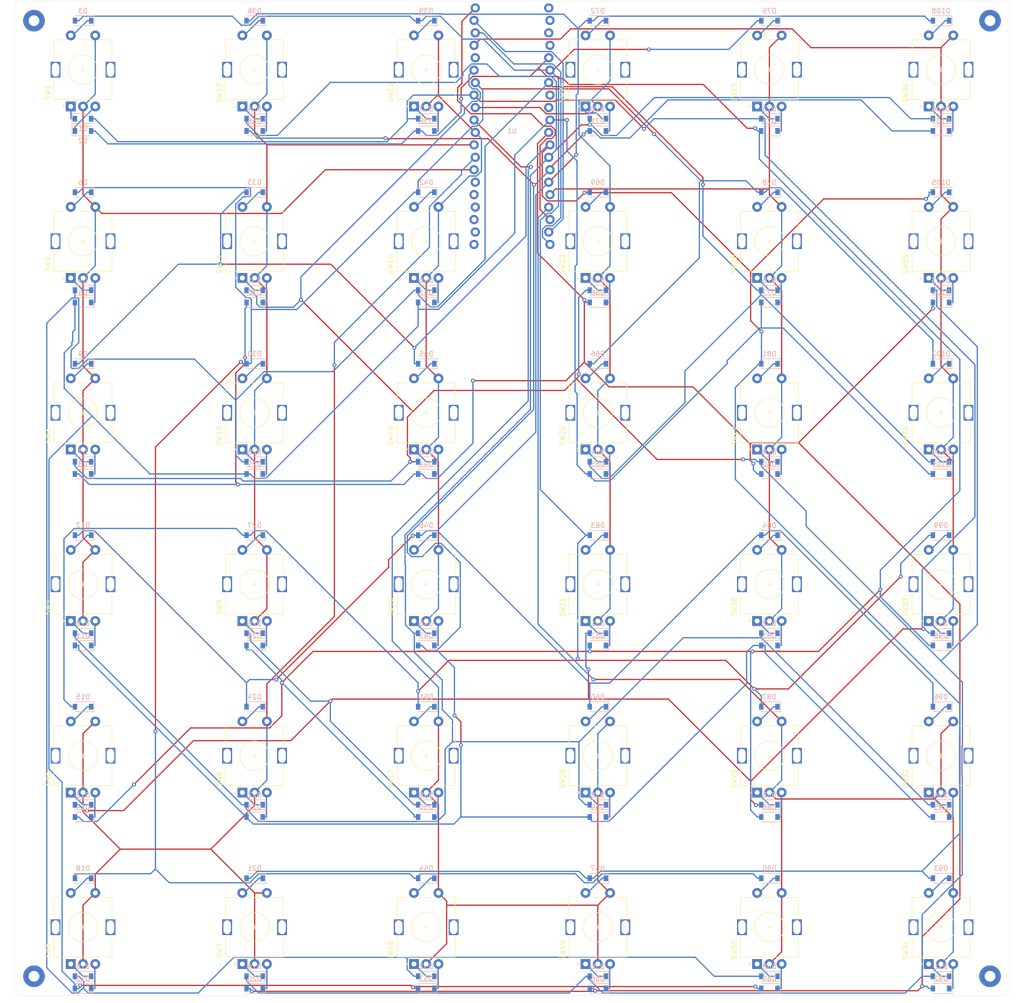
<source format=kicad_pcb>
(kicad_pcb (version 20171130) (host pcbnew 5.1.6-c6e7f7d~86~ubuntu18.04.1)
  (layers (0 F.Cu signal) (31 B.Cu signal) (34 B.Paste user) (35 F.Paste user) (36 B.SilkS user) (37 F.SilkS user) (38 B.Mask user) (39 F.Mask user) (44 Edge.Cuts user))
  (net 0 "")
  (net 1 col0)
  (net 2 "Net-(D1-Pad1)")
  (net 3 col1)
  (net 4 "Net-(D2-Pad1)")
  (net 5 col2)
  (net 6 "Net-(D3-Pad1)")
  (net 7 col3)
  (net 8 "Net-(D4-Pad1)")
  (net 9 col4)
  (net 10 "Net-(D5-Pad1)")
  (net 11 col5)
  (net 12 "Net-(D6-Pad1)")
  (net 13 col6)
  (net 14 "Net-(D7-Pad1)")
  (net 15 col7)
  (net 16 "Net-(D8-Pad1)")
  (net 17 col8)
  (net 18 "Net-(D9-Pad1)")
  (net 19 col9)
  (net 20 "Net-(D10-Pad1)")
  (net 21 col10)
  (net 22 "Net-(D11-Pad1)")
  (net 23 col11)
  (net 24 "Net-(D12-Pad1)")
  (net 25 "Net-(D13-Pad1)")
  (net 26 "Net-(D14-Pad1)")
  (net 27 "Net-(D15-Pad1)")
  (net 28 "Net-(D16-Pad1)")
  (net 29 "Net-(D17-Pad1)")
  (net 30 "Net-(D18-Pad1)")
  (net 31 "Net-(D19-Pad1)")
  (net 32 "Net-(D20-Pad1)")
  (net 33 "Net-(D21-Pad1)")
  (net 34 "Net-(D22-Pad1)")
  (net 35 "Net-(D23-Pad1)")
  (net 36 "Net-(D24-Pad1)")
  (net 37 "Net-(D25-Pad1)")
  (net 38 "Net-(D26-Pad1)")
  (net 39 "Net-(D27-Pad1)")
  (net 40 "Net-(D28-Pad1)")
  (net 41 "Net-(D29-Pad1)")
  (net 42 "Net-(D30-Pad1)")
  (net 43 "Net-(D31-Pad1)")
  (net 44 "Net-(D32-Pad1)")
  (net 45 "Net-(D33-Pad1)")
  (net 46 "Net-(D34-Pad1)")
  (net 47 "Net-(D35-Pad1)")
  (net 48 "Net-(D36-Pad1)")
  (net 49 "Net-(D37-Pad1)")
  (net 50 "Net-(D38-Pad1)")
  (net 51 "Net-(D39-Pad1)")
  (net 52 "Net-(D40-Pad1)")
  (net 53 "Net-(D41-Pad1)")
  (net 54 "Net-(D42-Pad1)")
  (net 55 "Net-(D43-Pad1)")
  (net 56 "Net-(D44-Pad1)")
  (net 57 "Net-(D45-Pad1)")
  (net 58 "Net-(D46-Pad1)")
  (net 59 "Net-(D47-Pad1)")
  (net 60 "Net-(D48-Pad1)")
  (net 61 "Net-(D49-Pad1)")
  (net 62 "Net-(D50-Pad1)")
  (net 63 "Net-(D51-Pad1)")
  (net 64 "Net-(D52-Pad1)")
  (net 65 "Net-(D53-Pad1)")
  (net 66 "Net-(D54-Pad1)")
  (net 67 "Net-(D55-Pad1)")
  (net 68 "Net-(D56-Pad1)")
  (net 69 "Net-(D57-Pad1)")
  (net 70 "Net-(D58-Pad1)")
  (net 71 "Net-(D59-Pad1)")
  (net 72 "Net-(D60-Pad1)")
  (net 73 "Net-(D61-Pad1)")
  (net 74 "Net-(D62-Pad1)")
  (net 75 "Net-(D63-Pad1)")
  (net 76 "Net-(D64-Pad1)")
  (net 77 "Net-(D65-Pad1)")
  (net 78 "Net-(D66-Pad1)")
  (net 79 "Net-(D67-Pad1)")
  (net 80 "Net-(D68-Pad1)")
  (net 81 "Net-(D69-Pad1)")
  (net 82 "Net-(D70-Pad1)")
  (net 83 "Net-(D71-Pad1)")
  (net 84 "Net-(D72-Pad1)")
  (net 85 "Net-(D73-Pad1)")
  (net 86 "Net-(D74-Pad1)")
  (net 87 "Net-(D75-Pad1)")
  (net 88 "Net-(D76-Pad1)")
  (net 89 "Net-(D77-Pad1)")
  (net 90 "Net-(D78-Pad1)")
  (net 91 "Net-(D79-Pad1)")
  (net 92 "Net-(D80-Pad1)")
  (net 93 "Net-(D81-Pad1)")
  (net 94 "Net-(D82-Pad1)")
  (net 95 "Net-(D83-Pad1)")
  (net 96 "Net-(D84-Pad1)")
  (net 97 "Net-(D85-Pad1)")
  (net 98 "Net-(D86-Pad1)")
  (net 99 "Net-(D87-Pad1)")
  (net 100 "Net-(D88-Pad1)")
  (net 101 "Net-(D89-Pad1)")
  (net 102 "Net-(D90-Pad1)")
  (net 103 "Net-(D91-Pad1)")
  (net 104 "Net-(D92-Pad1)")
  (net 105 "Net-(D93-Pad1)")
  (net 106 "Net-(D94-Pad1)")
  (net 107 "Net-(D95-Pad1)")
  (net 108 "Net-(D96-Pad1)")
  (net 109 "Net-(D97-Pad1)")
  (net 110 "Net-(D98-Pad1)")
  (net 111 "Net-(D99-Pad1)")
  (net 112 "Net-(D100-Pad1)")
  (net 113 "Net-(D101-Pad1)")
  (net 114 "Net-(D102-Pad1)")
  (net 115 "Net-(D103-Pad1)")
  (net 116 "Net-(D104-Pad1)")
  (net 117 "Net-(D105-Pad1)")
  (net 118 "Net-(D106-Pad1)")
  (net 119 "Net-(D107-Pad1)")
  (net 120 "Net-(D108-Pad1)")
  (net 121 row0)
  (net 122 row1)
  (net 123 row2)
  (net 124 row3)
  (net 125 row4)
  (net 126 row5)
  (net 127 row6)
  (net 128 row7)
  (net 129 row8)
  (net 130 "Net-(U1-Pad19)")
  (net 131 "Net-(U1-Pad25)")
  (net 132 "Net-(U1-Pad23)")
  (net 133 "Net-(U1-Pad18)")
  (net 134 "Net-(U1-Pad26)")
  (net 135 "Net-(U1-Pad21)")
  (net 136 "Net-(U1-Pad36)")
  (net 137 "Net-(U1-Pad22)")
  (net 138 "Net-(U1-Pad24)")
  (net 139 "Net-(U1-Pad20)")
  (net 140 "Net-(U1-Pad8)")
  (net 141 "Net-(U1-Pad4)")
  (net 142 "Net-(U1-Pad2)")
  (net 143 "Net-(U1-Pad9)")
  (net 144 "Net-(U1-Pad1)")
  (net 145 "Net-(U1-Pad3)")
  (net 146 "Net-(H1-Pad1)")
  (net 147 "Net-(H2-Pad1)")
  (net 148 "Net-(H3-Pad1)")
  (net 149 "Net-(H4-Pad1)")
  (module MountingHole:MountingHole_2.2mm_M2_Pad (layer F.Cu) (at 187.5 177.5)
    (fp_text reference H4 hide)
    (fp_text value MountingHole_Pad)
    (pad 1 thru_hole circle (at 0 0) (size 4.4 4.4) (drill 2.2) (layers *.Cu *.Mask) (net 149 "Net-(H4-Pad1)"))
  )
  (module MountingHole:MountingHole_2.2mm_M2_Pad (layer F.Cu) (at 187.5 -17.5)
    (fp_text reference H3 hide)
    (fp_text value MountingHole_Pad)
    (pad 1 thru_hole circle (at 0 0) (size 4.4 4.4) (drill 2.2) (layers *.Cu *.Mask) (net 148 "Net-(H3-Pad1)"))
  )
  (module MountingHole:MountingHole_2.2mm_M2_Pad (layer F.Cu) (at -7.5 177.5)
    (fp_text reference H2 hide)
    (fp_text value MountingHole_Pad)
    (pad 1 thru_hole circle (at 0 0) (size 4.4 4.4) (drill 2.2) (layers *.Cu *.Mask) (net 147 "Net-(H2-Pad1)"))
  )
  (module MountingHole:MountingHole_2.2mm_M2_Pad (layer F.Cu) (at -7.5 -17.5)
    (fp_text reference H1 hide)
    (fp_text value MountingHole_Pad)
    (pad 1 thru_hole circle (at 0 0) (size 4.4 4.4) (drill 2.2) (layers *.Cu *.Mask) (net 146 "Net-(H1-Pad1)"))
  )
  (module blackpill:BlackPill (layer B.Cu) (at 90 5 180)
    (fp_text reference U1 (at 0 0) (layer B.SilkS) (effects (justify mirror)))
    (fp_text value BlackPill)
    (pad 29 thru_hole circle (at 7.747 -2.84 90) (size 1.8796 1.8796) (drill 1.016) (layers *.Cu *.Mask) (net 123 row2))
    (pad 32 thru_hole circle (at 7.493 4.78 90) (size 1.8796 1.8796) (drill 1.016) (layers *.Cu *.Mask) (net 126 row5))
    (pad 39 thru_hole circle (at 7.747 22.56 90) (size 1.8796 1.8796) (drill 1.016) (layers *.Cu *.Mask) (net 130 "Net-(U1-Pad19)"))
    (pad 31 thru_hole circle (at 7.747 2.24 90) (size 1.8796 1.8796) (drill 1.016) (layers *.Cu *.Mask) (net 125 row4))
    (pad 27 thru_hole circle (at 7.747 -7.92 90) (size 1.8796 1.8796) (drill 1.016) (layers *.Cu *.Mask) (net 121 row0))
    (pad 25 thru_hole circle (at 7.747 -13 90) (size 1.8796 1.8796) (drill 1.016) (layers *.Cu *.Mask) (net 131 "Net-(U1-Pad25)"))
    (pad 23 thru_hole circle (at 7.747 -18.08 90) (size 1.8796 1.8796) (drill 1.016) (layers *.Cu *.Mask) (net 132 "Net-(U1-Pad23)"))
    (pad 35 thru_hole circle (at 7.747 12.4 90) (size 1.8796 1.8796) (drill 1.016) (layers *.Cu *.Mask) (net 13 col6))
    (pad 40 thru_hole circle (at 7.493 25.1 90) (size 1.8796 1.8796) (drill 1.016) (layers *.Cu *.Mask) (net 133 "Net-(U1-Pad18)"))
    (pad 37 thru_hole circle (at 7.747 17.48 90) (size 1.8796 1.8796) (drill 1.016) (layers *.Cu *.Mask) (net 129 row8))
    (pad 26 thru_hole circle (at 7.493 -10.46 90) (size 1.8796 1.8796) (drill 1.016) (layers *.Cu *.Mask) (net 134 "Net-(U1-Pad26)"))
    (pad 34 thru_hole circle (at 7.493 9.86 90) (size 1.8796 1.8796) (drill 1.016) (layers *.Cu *.Mask) (net 11 col5))
    (pad 21 thru_hole circle (at 7.747 -23.16 90) (size 1.8796 1.8796) (drill 1.016) (layers *.Cu *.Mask) (net 135 "Net-(U1-Pad21)"))
    (pad 36 thru_hole circle (at 7.493 14.94 90) (size 1.8796 1.8796) (drill 1.016) (layers *.Cu *.Mask) (net 136 "Net-(U1-Pad36)"))
    (pad 30 thru_hole circle (at 7.493 -0.3 90) (size 1.8796 1.8796) (drill 1.016) (layers *.Cu *.Mask) (net 124 row3))
    (pad 33 thru_hole circle (at 7.747 7.32 90) (size 1.8796 1.8796) (drill 1.016) (layers *.Cu *.Mask) (net 1 col0))
    (pad 28 thru_hole circle (at 7.493 -5.38 90) (size 1.8796 1.8796) (drill 1.016) (layers *.Cu *.Mask) (net 122 row1))
    (pad 22 thru_hole circle (at 7.493 -20.62 90) (size 1.8796 1.8796) (drill 1.016) (layers *.Cu *.Mask) (net 137 "Net-(U1-Pad22)"))
    (pad 24 thru_hole circle (at 7.493 -15.54 90) (size 1.8796 1.8796) (drill 1.016) (layers *.Cu *.Mask) (net 138 "Net-(U1-Pad24)"))
    (pad 38 thru_hole circle (at 7.493 20.02 90) (size 1.8796 1.8796) (drill 1.016) (layers *.Cu *.Mask) (net 139 "Net-(U1-Pad20)"))
    (pad 8 thru_hole circle (at -7.747 7.32 270) (size 1.8796 1.8796) (drill 1.016) (layers *.Cu *.Mask) (net 140 "Net-(U1-Pad8)"))
    (pad 11 thru_hole circle (at -7.493 -0.3 270) (size 1.8796 1.8796) (drill 1.016) (layers *.Cu *.Mask) (net 15 col7))
    (pad 18 thru_hole circle (at -7.747 -18.08 270) (size 1.8796 1.8796) (drill 1.016) (layers *.Cu *.Mask) (net 133 "Net-(U1-Pad18)"))
    (pad 10 thru_hole circle (at -7.747 2.24 270) (size 1.8796 1.8796) (drill 1.016) (layers *.Cu *.Mask) (net 9 col4))
    (pad 6 thru_hole circle (at -7.747 12.4 270) (size 1.8796 1.8796) (drill 1.016) (layers *.Cu *.Mask) (net 5 col2))
    (pad 4 thru_hole circle (at -7.747 17.48 270) (size 1.8796 1.8796) (drill 1.016) (layers *.Cu *.Mask) (net 141 "Net-(U1-Pad4)"))
    (pad 2 thru_hole circle (at -7.747 22.56 270) (size 1.8796 1.8796) (drill 1.016) (layers *.Cu *.Mask) (net 142 "Net-(U1-Pad2)"))
    (pad 14 thru_hole circle (at -7.747 -7.92 270) (size 1.8796 1.8796) (drill 1.016) (layers *.Cu *.Mask) (net 21 col10))
    (pad 19 thru_hole circle (at -7.493 -20.62 270) (size 1.8796 1.8796) (drill 1.016) (layers *.Cu *.Mask) (net 130 "Net-(U1-Pad19)"))
    (pad 16 thru_hole circle (at -7.747 -13 270) (size 1.8796 1.8796) (drill 1.016) (layers *.Cu *.Mask) (net 127 row6))
    (pad 5 thru_hole circle (at -7.493 14.94 270) (size 1.8796 1.8796) (drill 1.016) (layers *.Cu *.Mask) (net 3 col1))
    (pad 13 thru_hole circle (at -7.493 -5.38 270) (size 1.8796 1.8796) (drill 1.016) (layers *.Cu *.Mask) (net 19 col9))
    (pad 20 thru_hole circle (at -7.747 -23.16 270) (size 1.8796 1.8796) (drill 1.016) (layers *.Cu *.Mask) (net 139 "Net-(U1-Pad20)"))
    (pad 15 thru_hole circle (at -7.493 -10.46 270) (size 1.8796 1.8796) (drill 1.016) (layers *.Cu *.Mask) (net 23 col11))
    (pad 9 thru_hole circle (at -7.493 4.78 270) (size 1.8796 1.8796) (drill 1.016) (layers *.Cu *.Mask) (net 143 "Net-(U1-Pad9)"))
    (pad 12 thru_hole circle (at -7.747 -2.84 270) (size 1.8796 1.8796) (drill 1.016) (layers *.Cu *.Mask) (net 17 col8))
    (pad 7 thru_hole circle (at -7.493 9.86 270) (size 1.8796 1.8796) (drill 1.016) (layers *.Cu *.Mask) (net 7 col3))
    (pad 1 thru_hole circle (at -7.493 25.1 270) (size 1.8796 1.8796) (drill 1.016) (layers *.Cu *.Mask) (net 144 "Net-(U1-Pad1)"))
    (pad 3 thru_hole circle (at -7.493 20.02 270) (size 1.8796 1.8796) (drill 1.016) (layers *.Cu *.Mask) (net 145 "Net-(U1-Pad3)"))
    (pad 17 thru_hole circle (at -7.493 -15.54 270) (size 1.8796 1.8796) (drill 1.016) (layers *.Cu *.Mask) (net 128 row7))
  )
  (module Rotary_Encoder:RotaryEncoder_Alps_EC11E-Switch_Vertical_H20mm (layer F.Cu) (at 175 0 90)
    (fp_text reference SW36 (at 2.8 -4.7 90) (layer F.SilkS))
    (fp_text value Rotary_Encoder_Switch_For_Matrix)
    (pad A thru_hole rect (at 0 0 90) (size 2 2) (drill 1) (layers *.Cu *.Mask) (net 118 "Net-(D106-Pad1)"))
    (pad C thru_hole circle (at 0 2.5 90) (size 2 2) (drill 1) (layers *.Cu *.Mask) (net 129 row8))
    (pad B thru_hole circle (at 0 5 90) (size 2 2) (drill 1) (layers *.Cu *.Mask) (net 119 "Net-(D107-Pad1)"))
    (pad MP thru_hole rect (at 7.5 -3.1 90) (size 3.2 2) (drill oval 2.8 1.5) (layers *.Cu *.Mask))
    (pad MP thru_hole rect (at 7.5 8.1 90) (size 3.2 2) (drill oval 2.8 1.5) (layers *.Cu *.Mask))
    (pad S2 thru_hole circle (at 14.5 0 90) (size 2 2) (drill 1) (layers *.Cu *.Mask) (net 120 "Net-(D108-Pad1)"))
    (pad S1 thru_hole circle (at 14.5 5 90) (size 2 2) (drill 1) (layers *.Cu *.Mask) (net 129 row8))
  )
  (module Rotary_Encoder:RotaryEncoder_Alps_EC11E-Switch_Vertical_H20mm (layer F.Cu) (at 175 35 90)
    (fp_text reference SW35 (at 2.8 -4.7 90) (layer F.SilkS))
    (fp_text value Rotary_Encoder_Switch_For_Matrix)
    (pad A thru_hole rect (at 0 0 90) (size 2 2) (drill 1) (layers *.Cu *.Mask) (net 115 "Net-(D103-Pad1)"))
    (pad C thru_hole circle (at 0 2.5 90) (size 2 2) (drill 1) (layers *.Cu *.Mask) (net 129 row8))
    (pad B thru_hole circle (at 0 5 90) (size 2 2) (drill 1) (layers *.Cu *.Mask) (net 116 "Net-(D104-Pad1)"))
    (pad MP thru_hole rect (at 7.5 -3.1 90) (size 3.2 2) (drill oval 2.8 1.5) (layers *.Cu *.Mask))
    (pad MP thru_hole rect (at 7.5 8.1 90) (size 3.2 2) (drill oval 2.8 1.5) (layers *.Cu *.Mask))
    (pad S2 thru_hole circle (at 14.5 0 90) (size 2 2) (drill 1) (layers *.Cu *.Mask) (net 117 "Net-(D105-Pad1)"))
    (pad S1 thru_hole circle (at 14.5 5 90) (size 2 2) (drill 1) (layers *.Cu *.Mask) (net 129 row8))
  )
  (module Rotary_Encoder:RotaryEncoder_Alps_EC11E-Switch_Vertical_H20mm (layer F.Cu) (at 175 70 90)
    (fp_text reference SW34 (at 2.8 -4.7 90) (layer F.SilkS))
    (fp_text value Rotary_Encoder_Switch_For_Matrix)
    (pad A thru_hole rect (at 0 0 90) (size 2 2) (drill 1) (layers *.Cu *.Mask) (net 112 "Net-(D100-Pad1)"))
    (pad C thru_hole circle (at 0 2.5 90) (size 2 2) (drill 1) (layers *.Cu *.Mask) (net 129 row8))
    (pad B thru_hole circle (at 0 5 90) (size 2 2) (drill 1) (layers *.Cu *.Mask) (net 113 "Net-(D101-Pad1)"))
    (pad MP thru_hole rect (at 7.5 -3.1 90) (size 3.2 2) (drill oval 2.8 1.5) (layers *.Cu *.Mask))
    (pad MP thru_hole rect (at 7.5 8.1 90) (size 3.2 2) (drill oval 2.8 1.5) (layers *.Cu *.Mask))
    (pad S2 thru_hole circle (at 14.5 0 90) (size 2 2) (drill 1) (layers *.Cu *.Mask) (net 114 "Net-(D102-Pad1)"))
    (pad S1 thru_hole circle (at 14.5 5 90) (size 2 2) (drill 1) (layers *.Cu *.Mask) (net 129 row8))
  )
  (module Rotary_Encoder:RotaryEncoder_Alps_EC11E-Switch_Vertical_H20mm (layer F.Cu) (at 175 105 90)
    (fp_text reference SW33 (at 2.8 -4.7 90) (layer F.SilkS))
    (fp_text value Rotary_Encoder_Switch_For_Matrix)
    (pad A thru_hole rect (at 0 0 90) (size 2 2) (drill 1) (layers *.Cu *.Mask) (net 109 "Net-(D97-Pad1)"))
    (pad C thru_hole circle (at 0 2.5 90) (size 2 2) (drill 1) (layers *.Cu *.Mask) (net 129 row8))
    (pad B thru_hole circle (at 0 5 90) (size 2 2) (drill 1) (layers *.Cu *.Mask) (net 110 "Net-(D98-Pad1)"))
    (pad MP thru_hole rect (at 7.5 -3.1 90) (size 3.2 2) (drill oval 2.8 1.5) (layers *.Cu *.Mask))
    (pad MP thru_hole rect (at 7.5 8.1 90) (size 3.2 2) (drill oval 2.8 1.5) (layers *.Cu *.Mask))
    (pad S2 thru_hole circle (at 14.5 0 90) (size 2 2) (drill 1) (layers *.Cu *.Mask) (net 111 "Net-(D99-Pad1)"))
    (pad S1 thru_hole circle (at 14.5 5 90) (size 2 2) (drill 1) (layers *.Cu *.Mask) (net 129 row8))
  )
  (module Rotary_Encoder:RotaryEncoder_Alps_EC11E-Switch_Vertical_H20mm (layer F.Cu) (at 175 140 90)
    (fp_text reference SW32 (at 2.8 -4.7 90) (layer F.SilkS))
    (fp_text value Rotary_Encoder_Switch_For_Matrix)
    (pad A thru_hole rect (at 0 0 90) (size 2 2) (drill 1) (layers *.Cu *.Mask) (net 106 "Net-(D94-Pad1)"))
    (pad C thru_hole circle (at 0 2.5 90) (size 2 2) (drill 1) (layers *.Cu *.Mask) (net 128 row7))
    (pad B thru_hole circle (at 0 5 90) (size 2 2) (drill 1) (layers *.Cu *.Mask) (net 107 "Net-(D95-Pad1)"))
    (pad MP thru_hole rect (at 7.5 -3.1 90) (size 3.2 2) (drill oval 2.8 1.5) (layers *.Cu *.Mask))
    (pad MP thru_hole rect (at 7.5 8.1 90) (size 3.2 2) (drill oval 2.8 1.5) (layers *.Cu *.Mask))
    (pad S2 thru_hole circle (at 14.5 0 90) (size 2 2) (drill 1) (layers *.Cu *.Mask) (net 108 "Net-(D96-Pad1)"))
    (pad S1 thru_hole circle (at 14.5 5 90) (size 2 2) (drill 1) (layers *.Cu *.Mask) (net 128 row7))
  )
  (module Rotary_Encoder:RotaryEncoder_Alps_EC11E-Switch_Vertical_H20mm (layer F.Cu) (at 175 175 90)
    (fp_text reference SW31 (at 2.8 -4.7 90) (layer F.SilkS))
    (fp_text value Rotary_Encoder_Switch_For_Matrix)
    (pad A thru_hole rect (at 0 0 90) (size 2 2) (drill 1) (layers *.Cu *.Mask) (net 103 "Net-(D91-Pad1)"))
    (pad C thru_hole circle (at 0 2.5 90) (size 2 2) (drill 1) (layers *.Cu *.Mask) (net 128 row7))
    (pad B thru_hole circle (at 0 5 90) (size 2 2) (drill 1) (layers *.Cu *.Mask) (net 104 "Net-(D92-Pad1)"))
    (pad MP thru_hole rect (at 7.5 -3.1 90) (size 3.2 2) (drill oval 2.8 1.5) (layers *.Cu *.Mask))
    (pad MP thru_hole rect (at 7.5 8.1 90) (size 3.2 2) (drill oval 2.8 1.5) (layers *.Cu *.Mask))
    (pad S2 thru_hole circle (at 14.5 0 90) (size 2 2) (drill 1) (layers *.Cu *.Mask) (net 105 "Net-(D93-Pad1)"))
    (pad S1 thru_hole circle (at 14.5 5 90) (size 2 2) (drill 1) (layers *.Cu *.Mask) (net 128 row7))
  )
  (module Rotary_Encoder:RotaryEncoder_Alps_EC11E-Switch_Vertical_H20mm (layer F.Cu) (at 140 175 90)
    (fp_text reference SW30 (at 2.8 -4.7 90) (layer F.SilkS))
    (fp_text value Rotary_Encoder_Switch_For_Matrix)
    (pad A thru_hole rect (at 0 0 90) (size 2 2) (drill 1) (layers *.Cu *.Mask) (net 100 "Net-(D88-Pad1)"))
    (pad C thru_hole circle (at 0 2.5 90) (size 2 2) (drill 1) (layers *.Cu *.Mask) (net 128 row7))
    (pad B thru_hole circle (at 0 5 90) (size 2 2) (drill 1) (layers *.Cu *.Mask) (net 101 "Net-(D89-Pad1)"))
    (pad MP thru_hole rect (at 7.5 -3.1 90) (size 3.2 2) (drill oval 2.8 1.5) (layers *.Cu *.Mask))
    (pad MP thru_hole rect (at 7.5 8.1 90) (size 3.2 2) (drill oval 2.8 1.5) (layers *.Cu *.Mask))
    (pad S2 thru_hole circle (at 14.5 0 90) (size 2 2) (drill 1) (layers *.Cu *.Mask) (net 102 "Net-(D90-Pad1)"))
    (pad S1 thru_hole circle (at 14.5 5 90) (size 2 2) (drill 1) (layers *.Cu *.Mask) (net 128 row7))
  )
  (module Rotary_Encoder:RotaryEncoder_Alps_EC11E-Switch_Vertical_H20mm (layer F.Cu) (at 140 140 90)
    (fp_text reference SW29 (at 2.8 -4.7 90) (layer F.SilkS))
    (fp_text value Rotary_Encoder_Switch_For_Matrix)
    (pad A thru_hole rect (at 0 0 90) (size 2 2) (drill 1) (layers *.Cu *.Mask) (net 97 "Net-(D85-Pad1)"))
    (pad C thru_hole circle (at 0 2.5 90) (size 2 2) (drill 1) (layers *.Cu *.Mask) (net 128 row7))
    (pad B thru_hole circle (at 0 5 90) (size 2 2) (drill 1) (layers *.Cu *.Mask) (net 98 "Net-(D86-Pad1)"))
    (pad MP thru_hole rect (at 7.5 -3.1 90) (size 3.2 2) (drill oval 2.8 1.5) (layers *.Cu *.Mask))
    (pad MP thru_hole rect (at 7.5 8.1 90) (size 3.2 2) (drill oval 2.8 1.5) (layers *.Cu *.Mask))
    (pad S2 thru_hole circle (at 14.5 0 90) (size 2 2) (drill 1) (layers *.Cu *.Mask) (net 99 "Net-(D87-Pad1)"))
    (pad S1 thru_hole circle (at 14.5 5 90) (size 2 2) (drill 1) (layers *.Cu *.Mask) (net 128 row7))
  )
  (module Rotary_Encoder:RotaryEncoder_Alps_EC11E-Switch_Vertical_H20mm (layer F.Cu) (at 140 105 90)
    (fp_text reference SW28 (at 2.8 -4.7 90) (layer F.SilkS))
    (fp_text value Rotary_Encoder_Switch_For_Matrix)
    (pad A thru_hole rect (at 0 0 90) (size 2 2) (drill 1) (layers *.Cu *.Mask) (net 94 "Net-(D82-Pad1)"))
    (pad C thru_hole circle (at 0 2.5 90) (size 2 2) (drill 1) (layers *.Cu *.Mask) (net 127 row6))
    (pad B thru_hole circle (at 0 5 90) (size 2 2) (drill 1) (layers *.Cu *.Mask) (net 95 "Net-(D83-Pad1)"))
    (pad MP thru_hole rect (at 7.5 -3.1 90) (size 3.2 2) (drill oval 2.8 1.5) (layers *.Cu *.Mask))
    (pad MP thru_hole rect (at 7.5 8.1 90) (size 3.2 2) (drill oval 2.8 1.5) (layers *.Cu *.Mask))
    (pad S2 thru_hole circle (at 14.5 0 90) (size 2 2) (drill 1) (layers *.Cu *.Mask) (net 96 "Net-(D84-Pad1)"))
    (pad S1 thru_hole circle (at 14.5 5 90) (size 2 2) (drill 1) (layers *.Cu *.Mask) (net 127 row6))
  )
  (module Rotary_Encoder:RotaryEncoder_Alps_EC11E-Switch_Vertical_H20mm (layer F.Cu) (at 140 70 90)
    (fp_text reference SW27 (at 2.8 -4.7 90) (layer F.SilkS))
    (fp_text value Rotary_Encoder_Switch_For_Matrix)
    (pad A thru_hole rect (at 0 0 90) (size 2 2) (drill 1) (layers *.Cu *.Mask) (net 91 "Net-(D79-Pad1)"))
    (pad C thru_hole circle (at 0 2.5 90) (size 2 2) (drill 1) (layers *.Cu *.Mask) (net 127 row6))
    (pad B thru_hole circle (at 0 5 90) (size 2 2) (drill 1) (layers *.Cu *.Mask) (net 92 "Net-(D80-Pad1)"))
    (pad MP thru_hole rect (at 7.5 -3.1 90) (size 3.2 2) (drill oval 2.8 1.5) (layers *.Cu *.Mask))
    (pad MP thru_hole rect (at 7.5 8.1 90) (size 3.2 2) (drill oval 2.8 1.5) (layers *.Cu *.Mask))
    (pad S2 thru_hole circle (at 14.5 0 90) (size 2 2) (drill 1) (layers *.Cu *.Mask) (net 93 "Net-(D81-Pad1)"))
    (pad S1 thru_hole circle (at 14.5 5 90) (size 2 2) (drill 1) (layers *.Cu *.Mask) (net 127 row6))
  )
  (module Rotary_Encoder:RotaryEncoder_Alps_EC11E-Switch_Vertical_H20mm (layer F.Cu) (at 140 35 90)
    (fp_text reference SW26 (at 2.8 -4.7 90) (layer F.SilkS))
    (fp_text value Rotary_Encoder_Switch_For_Matrix)
    (pad A thru_hole rect (at 0 0 90) (size 2 2) (drill 1) (layers *.Cu *.Mask) (net 88 "Net-(D76-Pad1)"))
    (pad C thru_hole circle (at 0 2.5 90) (size 2 2) (drill 1) (layers *.Cu *.Mask) (net 127 row6))
    (pad B thru_hole circle (at 0 5 90) (size 2 2) (drill 1) (layers *.Cu *.Mask) (net 89 "Net-(D77-Pad1)"))
    (pad MP thru_hole rect (at 7.5 -3.1 90) (size 3.2 2) (drill oval 2.8 1.5) (layers *.Cu *.Mask))
    (pad MP thru_hole rect (at 7.5 8.1 90) (size 3.2 2) (drill oval 2.8 1.5) (layers *.Cu *.Mask))
    (pad S2 thru_hole circle (at 14.5 0 90) (size 2 2) (drill 1) (layers *.Cu *.Mask) (net 90 "Net-(D78-Pad1)"))
    (pad S1 thru_hole circle (at 14.5 5 90) (size 2 2) (drill 1) (layers *.Cu *.Mask) (net 127 row6))
  )
  (module Rotary_Encoder:RotaryEncoder_Alps_EC11E-Switch_Vertical_H20mm (layer F.Cu) (at 140 0 90)
    (fp_text reference SW25 (at 2.8 -4.7 90) (layer F.SilkS))
    (fp_text value Rotary_Encoder_Switch_For_Matrix)
    (pad A thru_hole rect (at 0 0 90) (size 2 2) (drill 1) (layers *.Cu *.Mask) (net 85 "Net-(D73-Pad1)"))
    (pad C thru_hole circle (at 0 2.5 90) (size 2 2) (drill 1) (layers *.Cu *.Mask) (net 127 row6))
    (pad B thru_hole circle (at 0 5 90) (size 2 2) (drill 1) (layers *.Cu *.Mask) (net 86 "Net-(D74-Pad1)"))
    (pad MP thru_hole rect (at 7.5 -3.1 90) (size 3.2 2) (drill oval 2.8 1.5) (layers *.Cu *.Mask))
    (pad MP thru_hole rect (at 7.5 8.1 90) (size 3.2 2) (drill oval 2.8 1.5) (layers *.Cu *.Mask))
    (pad S2 thru_hole circle (at 14.5 0 90) (size 2 2) (drill 1) (layers *.Cu *.Mask) (net 87 "Net-(D75-Pad1)"))
    (pad S1 thru_hole circle (at 14.5 5 90) (size 2 2) (drill 1) (layers *.Cu *.Mask) (net 127 row6))
  )
  (module Rotary_Encoder:RotaryEncoder_Alps_EC11E-Switch_Vertical_H20mm (layer F.Cu) (at 105 0 90)
    (fp_text reference SW24 (at 2.8 -4.7 90) (layer F.SilkS))
    (fp_text value Rotary_Encoder_Switch_For_Matrix)
    (pad A thru_hole rect (at 0 0 90) (size 2 2) (drill 1) (layers *.Cu *.Mask) (net 82 "Net-(D70-Pad1)"))
    (pad C thru_hole circle (at 0 2.5 90) (size 2 2) (drill 1) (layers *.Cu *.Mask) (net 126 row5))
    (pad B thru_hole circle (at 0 5 90) (size 2 2) (drill 1) (layers *.Cu *.Mask) (net 83 "Net-(D71-Pad1)"))
    (pad MP thru_hole rect (at 7.5 -3.1 90) (size 3.2 2) (drill oval 2.8 1.5) (layers *.Cu *.Mask))
    (pad MP thru_hole rect (at 7.5 8.1 90) (size 3.2 2) (drill oval 2.8 1.5) (layers *.Cu *.Mask))
    (pad S2 thru_hole circle (at 14.5 0 90) (size 2 2) (drill 1) (layers *.Cu *.Mask) (net 84 "Net-(D72-Pad1)"))
    (pad S1 thru_hole circle (at 14.5 5 90) (size 2 2) (drill 1) (layers *.Cu *.Mask) (net 126 row5))
  )
  (module Rotary_Encoder:RotaryEncoder_Alps_EC11E-Switch_Vertical_H20mm (layer F.Cu) (at 105 35 90)
    (fp_text reference SW23 (at 2.8 -4.7 90) (layer F.SilkS))
    (fp_text value Rotary_Encoder_Switch_For_Matrix)
    (pad A thru_hole rect (at 0 0 90) (size 2 2) (drill 1) (layers *.Cu *.Mask) (net 79 "Net-(D67-Pad1)"))
    (pad C thru_hole circle (at 0 2.5 90) (size 2 2) (drill 1) (layers *.Cu *.Mask) (net 126 row5))
    (pad B thru_hole circle (at 0 5 90) (size 2 2) (drill 1) (layers *.Cu *.Mask) (net 80 "Net-(D68-Pad1)"))
    (pad MP thru_hole rect (at 7.5 -3.1 90) (size 3.2 2) (drill oval 2.8 1.5) (layers *.Cu *.Mask))
    (pad MP thru_hole rect (at 7.5 8.1 90) (size 3.2 2) (drill oval 2.8 1.5) (layers *.Cu *.Mask))
    (pad S2 thru_hole circle (at 14.5 0 90) (size 2 2) (drill 1) (layers *.Cu *.Mask) (net 81 "Net-(D69-Pad1)"))
    (pad S1 thru_hole circle (at 14.5 5 90) (size 2 2) (drill 1) (layers *.Cu *.Mask) (net 126 row5))
  )
  (module Rotary_Encoder:RotaryEncoder_Alps_EC11E-Switch_Vertical_H20mm (layer F.Cu) (at 105 70 90)
    (fp_text reference SW22 (at 2.8 -4.7 90) (layer F.SilkS))
    (fp_text value Rotary_Encoder_Switch_For_Matrix)
    (pad A thru_hole rect (at 0 0 90) (size 2 2) (drill 1) (layers *.Cu *.Mask) (net 76 "Net-(D64-Pad1)"))
    (pad C thru_hole circle (at 0 2.5 90) (size 2 2) (drill 1) (layers *.Cu *.Mask) (net 126 row5))
    (pad B thru_hole circle (at 0 5 90) (size 2 2) (drill 1) (layers *.Cu *.Mask) (net 77 "Net-(D65-Pad1)"))
    (pad MP thru_hole rect (at 7.5 -3.1 90) (size 3.2 2) (drill oval 2.8 1.5) (layers *.Cu *.Mask))
    (pad MP thru_hole rect (at 7.5 8.1 90) (size 3.2 2) (drill oval 2.8 1.5) (layers *.Cu *.Mask))
    (pad S2 thru_hole circle (at 14.5 0 90) (size 2 2) (drill 1) (layers *.Cu *.Mask) (net 78 "Net-(D66-Pad1)"))
    (pad S1 thru_hole circle (at 14.5 5 90) (size 2 2) (drill 1) (layers *.Cu *.Mask) (net 126 row5))
  )
  (module Rotary_Encoder:RotaryEncoder_Alps_EC11E-Switch_Vertical_H20mm (layer F.Cu) (at 105 105 90)
    (fp_text reference SW21 (at 2.8 -4.7 90) (layer F.SilkS))
    (fp_text value Rotary_Encoder_Switch_For_Matrix)
    (pad A thru_hole rect (at 0 0 90) (size 2 2) (drill 1) (layers *.Cu *.Mask) (net 73 "Net-(D61-Pad1)"))
    (pad C thru_hole circle (at 0 2.5 90) (size 2 2) (drill 1) (layers *.Cu *.Mask) (net 126 row5))
    (pad B thru_hole circle (at 0 5 90) (size 2 2) (drill 1) (layers *.Cu *.Mask) (net 74 "Net-(D62-Pad1)"))
    (pad MP thru_hole rect (at 7.5 -3.1 90) (size 3.2 2) (drill oval 2.8 1.5) (layers *.Cu *.Mask))
    (pad MP thru_hole rect (at 7.5 8.1 90) (size 3.2 2) (drill oval 2.8 1.5) (layers *.Cu *.Mask))
    (pad S2 thru_hole circle (at 14.5 0 90) (size 2 2) (drill 1) (layers *.Cu *.Mask) (net 75 "Net-(D63-Pad1)"))
    (pad S1 thru_hole circle (at 14.5 5 90) (size 2 2) (drill 1) (layers *.Cu *.Mask) (net 126 row5))
  )
  (module Rotary_Encoder:RotaryEncoder_Alps_EC11E-Switch_Vertical_H20mm (layer F.Cu) (at 105 140 90)
    (fp_text reference SW20 (at 2.8 -4.7 90) (layer F.SilkS))
    (fp_text value Rotary_Encoder_Switch_For_Matrix)
    (pad A thru_hole rect (at 0 0 90) (size 2 2) (drill 1) (layers *.Cu *.Mask) (net 70 "Net-(D58-Pad1)"))
    (pad C thru_hole circle (at 0 2.5 90) (size 2 2) (drill 1) (layers *.Cu *.Mask) (net 125 row4))
    (pad B thru_hole circle (at 0 5 90) (size 2 2) (drill 1) (layers *.Cu *.Mask) (net 71 "Net-(D59-Pad1)"))
    (pad MP thru_hole rect (at 7.5 -3.1 90) (size 3.2 2) (drill oval 2.8 1.5) (layers *.Cu *.Mask))
    (pad MP thru_hole rect (at 7.5 8.1 90) (size 3.2 2) (drill oval 2.8 1.5) (layers *.Cu *.Mask))
    (pad S2 thru_hole circle (at 14.5 0 90) (size 2 2) (drill 1) (layers *.Cu *.Mask) (net 72 "Net-(D60-Pad1)"))
    (pad S1 thru_hole circle (at 14.5 5 90) (size 2 2) (drill 1) (layers *.Cu *.Mask) (net 125 row4))
  )
  (module Rotary_Encoder:RotaryEncoder_Alps_EC11E-Switch_Vertical_H20mm (layer F.Cu) (at 105 175 90)
    (fp_text reference SW19 (at 2.8 -4.7 90) (layer F.SilkS))
    (fp_text value Rotary_Encoder_Switch_For_Matrix)
    (pad A thru_hole rect (at 0 0 90) (size 2 2) (drill 1) (layers *.Cu *.Mask) (net 67 "Net-(D55-Pad1)"))
    (pad C thru_hole circle (at 0 2.5 90) (size 2 2) (drill 1) (layers *.Cu *.Mask) (net 125 row4))
    (pad B thru_hole circle (at 0 5 90) (size 2 2) (drill 1) (layers *.Cu *.Mask) (net 68 "Net-(D56-Pad1)"))
    (pad MP thru_hole rect (at 7.5 -3.1 90) (size 3.2 2) (drill oval 2.8 1.5) (layers *.Cu *.Mask))
    (pad MP thru_hole rect (at 7.5 8.1 90) (size 3.2 2) (drill oval 2.8 1.5) (layers *.Cu *.Mask))
    (pad S2 thru_hole circle (at 14.5 0 90) (size 2 2) (drill 1) (layers *.Cu *.Mask) (net 69 "Net-(D57-Pad1)"))
    (pad S1 thru_hole circle (at 14.5 5 90) (size 2 2) (drill 1) (layers *.Cu *.Mask) (net 125 row4))
  )
  (module Rotary_Encoder:RotaryEncoder_Alps_EC11E-Switch_Vertical_H20mm (layer F.Cu) (at 70 175 90)
    (fp_text reference SW18 (at 2.8 -4.7 90) (layer F.SilkS))
    (fp_text value Rotary_Encoder_Switch_For_Matrix)
    (pad A thru_hole rect (at 0 0 90) (size 2 2) (drill 1) (layers *.Cu *.Mask) (net 64 "Net-(D52-Pad1)"))
    (pad C thru_hole circle (at 0 2.5 90) (size 2 2) (drill 1) (layers *.Cu *.Mask) (net 125 row4))
    (pad B thru_hole circle (at 0 5 90) (size 2 2) (drill 1) (layers *.Cu *.Mask) (net 65 "Net-(D53-Pad1)"))
    (pad MP thru_hole rect (at 7.5 -3.1 90) (size 3.2 2) (drill oval 2.8 1.5) (layers *.Cu *.Mask))
    (pad MP thru_hole rect (at 7.5 8.1 90) (size 3.2 2) (drill oval 2.8 1.5) (layers *.Cu *.Mask))
    (pad S2 thru_hole circle (at 14.5 0 90) (size 2 2) (drill 1) (layers *.Cu *.Mask) (net 66 "Net-(D54-Pad1)"))
    (pad S1 thru_hole circle (at 14.5 5 90) (size 2 2) (drill 1) (layers *.Cu *.Mask) (net 125 row4))
  )
  (module Rotary_Encoder:RotaryEncoder_Alps_EC11E-Switch_Vertical_H20mm (layer F.Cu) (at 70 140 90)
    (fp_text reference SW17 (at 2.8 -4.7 90) (layer F.SilkS))
    (fp_text value Rotary_Encoder_Switch_For_Matrix)
    (pad A thru_hole rect (at 0 0 90) (size 2 2) (drill 1) (layers *.Cu *.Mask) (net 61 "Net-(D49-Pad1)"))
    (pad C thru_hole circle (at 0 2.5 90) (size 2 2) (drill 1) (layers *.Cu *.Mask) (net 125 row4))
    (pad B thru_hole circle (at 0 5 90) (size 2 2) (drill 1) (layers *.Cu *.Mask) (net 62 "Net-(D50-Pad1)"))
    (pad MP thru_hole rect (at 7.5 -3.1 90) (size 3.2 2) (drill oval 2.8 1.5) (layers *.Cu *.Mask))
    (pad MP thru_hole rect (at 7.5 8.1 90) (size 3.2 2) (drill oval 2.8 1.5) (layers *.Cu *.Mask))
    (pad S2 thru_hole circle (at 14.5 0 90) (size 2 2) (drill 1) (layers *.Cu *.Mask) (net 63 "Net-(D51-Pad1)"))
    (pad S1 thru_hole circle (at 14.5 5 90) (size 2 2) (drill 1) (layers *.Cu *.Mask) (net 125 row4))
  )
  (module Rotary_Encoder:RotaryEncoder_Alps_EC11E-Switch_Vertical_H20mm (layer F.Cu) (at 70 105 90)
    (fp_text reference SW16 (at 2.8 -4.7 90) (layer F.SilkS))
    (fp_text value Rotary_Encoder_Switch_For_Matrix)
    (pad A thru_hole rect (at 0 0 90) (size 2 2) (drill 1) (layers *.Cu *.Mask) (net 58 "Net-(D46-Pad1)"))
    (pad C thru_hole circle (at 0 2.5 90) (size 2 2) (drill 1) (layers *.Cu *.Mask) (net 124 row3))
    (pad B thru_hole circle (at 0 5 90) (size 2 2) (drill 1) (layers *.Cu *.Mask) (net 59 "Net-(D47-Pad1)"))
    (pad MP thru_hole rect (at 7.5 -3.1 90) (size 3.2 2) (drill oval 2.8 1.5) (layers *.Cu *.Mask))
    (pad MP thru_hole rect (at 7.5 8.1 90) (size 3.2 2) (drill oval 2.8 1.5) (layers *.Cu *.Mask))
    (pad S2 thru_hole circle (at 14.5 0 90) (size 2 2) (drill 1) (layers *.Cu *.Mask) (net 60 "Net-(D48-Pad1)"))
    (pad S1 thru_hole circle (at 14.5 5 90) (size 2 2) (drill 1) (layers *.Cu *.Mask) (net 124 row3))
  )
  (module Rotary_Encoder:RotaryEncoder_Alps_EC11E-Switch_Vertical_H20mm (layer F.Cu) (at 70 70 90)
    (fp_text reference SW15 (at 2.8 -4.7 90) (layer F.SilkS))
    (fp_text value Rotary_Encoder_Switch_For_Matrix)
    (pad A thru_hole rect (at 0 0 90) (size 2 2) (drill 1) (layers *.Cu *.Mask) (net 55 "Net-(D43-Pad1)"))
    (pad C thru_hole circle (at 0 2.5 90) (size 2 2) (drill 1) (layers *.Cu *.Mask) (net 124 row3))
    (pad B thru_hole circle (at 0 5 90) (size 2 2) (drill 1) (layers *.Cu *.Mask) (net 56 "Net-(D44-Pad1)"))
    (pad MP thru_hole rect (at 7.5 -3.1 90) (size 3.2 2) (drill oval 2.8 1.5) (layers *.Cu *.Mask))
    (pad MP thru_hole rect (at 7.5 8.1 90) (size 3.2 2) (drill oval 2.8 1.5) (layers *.Cu *.Mask))
    (pad S2 thru_hole circle (at 14.5 0 90) (size 2 2) (drill 1) (layers *.Cu *.Mask) (net 57 "Net-(D45-Pad1)"))
    (pad S1 thru_hole circle (at 14.5 5 90) (size 2 2) (drill 1) (layers *.Cu *.Mask) (net 124 row3))
  )
  (module Rotary_Encoder:RotaryEncoder_Alps_EC11E-Switch_Vertical_H20mm (layer F.Cu) (at 70 35 90)
    (fp_text reference SW14 (at 2.8 -4.7 90) (layer F.SilkS))
    (fp_text value Rotary_Encoder_Switch_For_Matrix)
    (pad A thru_hole rect (at 0 0 90) (size 2 2) (drill 1) (layers *.Cu *.Mask) (net 52 "Net-(D40-Pad1)"))
    (pad C thru_hole circle (at 0 2.5 90) (size 2 2) (drill 1) (layers *.Cu *.Mask) (net 124 row3))
    (pad B thru_hole circle (at 0 5 90) (size 2 2) (drill 1) (layers *.Cu *.Mask) (net 53 "Net-(D41-Pad1)"))
    (pad MP thru_hole rect (at 7.5 -3.1 90) (size 3.2 2) (drill oval 2.8 1.5) (layers *.Cu *.Mask))
    (pad MP thru_hole rect (at 7.5 8.1 90) (size 3.2 2) (drill oval 2.8 1.5) (layers *.Cu *.Mask))
    (pad S2 thru_hole circle (at 14.5 0 90) (size 2 2) (drill 1) (layers *.Cu *.Mask) (net 54 "Net-(D42-Pad1)"))
    (pad S1 thru_hole circle (at 14.5 5 90) (size 2 2) (drill 1) (layers *.Cu *.Mask) (net 124 row3))
  )
  (module Rotary_Encoder:RotaryEncoder_Alps_EC11E-Switch_Vertical_H20mm (layer F.Cu) (at 70 0 90)
    (fp_text reference SW13 (at 2.8 -4.7 90) (layer F.SilkS))
    (fp_text value Rotary_Encoder_Switch_For_Matrix)
    (pad A thru_hole rect (at 0 0 90) (size 2 2) (drill 1) (layers *.Cu *.Mask) (net 49 "Net-(D37-Pad1)"))
    (pad C thru_hole circle (at 0 2.5 90) (size 2 2) (drill 1) (layers *.Cu *.Mask) (net 124 row3))
    (pad B thru_hole circle (at 0 5 90) (size 2 2) (drill 1) (layers *.Cu *.Mask) (net 50 "Net-(D38-Pad1)"))
    (pad MP thru_hole rect (at 7.5 -3.1 90) (size 3.2 2) (drill oval 2.8 1.5) (layers *.Cu *.Mask))
    (pad MP thru_hole rect (at 7.5 8.1 90) (size 3.2 2) (drill oval 2.8 1.5) (layers *.Cu *.Mask))
    (pad S2 thru_hole circle (at 14.5 0 90) (size 2 2) (drill 1) (layers *.Cu *.Mask) (net 51 "Net-(D39-Pad1)"))
    (pad S1 thru_hole circle (at 14.5 5 90) (size 2 2) (drill 1) (layers *.Cu *.Mask) (net 124 row3))
  )
  (module Rotary_Encoder:RotaryEncoder_Alps_EC11E-Switch_Vertical_H20mm (layer F.Cu) (at 35 0 90)
    (fp_text reference SW12 (at 2.8 -4.7 90) (layer F.SilkS))
    (fp_text value Rotary_Encoder_Switch_For_Matrix)
    (pad A thru_hole rect (at 0 0 90) (size 2 2) (drill 1) (layers *.Cu *.Mask) (net 46 "Net-(D34-Pad1)"))
    (pad C thru_hole circle (at 0 2.5 90) (size 2 2) (drill 1) (layers *.Cu *.Mask) (net 123 row2))
    (pad B thru_hole circle (at 0 5 90) (size 2 2) (drill 1) (layers *.Cu *.Mask) (net 47 "Net-(D35-Pad1)"))
    (pad MP thru_hole rect (at 7.5 -3.1 90) (size 3.2 2) (drill oval 2.8 1.5) (layers *.Cu *.Mask))
    (pad MP thru_hole rect (at 7.5 8.1 90) (size 3.2 2) (drill oval 2.8 1.5) (layers *.Cu *.Mask))
    (pad S2 thru_hole circle (at 14.5 0 90) (size 2 2) (drill 1) (layers *.Cu *.Mask) (net 48 "Net-(D36-Pad1)"))
    (pad S1 thru_hole circle (at 14.5 5 90) (size 2 2) (drill 1) (layers *.Cu *.Mask) (net 123 row2))
  )
  (module Rotary_Encoder:RotaryEncoder_Alps_EC11E-Switch_Vertical_H20mm (layer F.Cu) (at 35 35 90)
    (fp_text reference SW11 (at 2.8 -4.7 90) (layer F.SilkS))
    (fp_text value Rotary_Encoder_Switch_For_Matrix)
    (pad A thru_hole rect (at 0 0 90) (size 2 2) (drill 1) (layers *.Cu *.Mask) (net 43 "Net-(D31-Pad1)"))
    (pad C thru_hole circle (at 0 2.5 90) (size 2 2) (drill 1) (layers *.Cu *.Mask) (net 123 row2))
    (pad B thru_hole circle (at 0 5 90) (size 2 2) (drill 1) (layers *.Cu *.Mask) (net 44 "Net-(D32-Pad1)"))
    (pad MP thru_hole rect (at 7.5 -3.1 90) (size 3.2 2) (drill oval 2.8 1.5) (layers *.Cu *.Mask))
    (pad MP thru_hole rect (at 7.5 8.1 90) (size 3.2 2) (drill oval 2.8 1.5) (layers *.Cu *.Mask))
    (pad S2 thru_hole circle (at 14.5 0 90) (size 2 2) (drill 1) (layers *.Cu *.Mask) (net 45 "Net-(D33-Pad1)"))
    (pad S1 thru_hole circle (at 14.5 5 90) (size 2 2) (drill 1) (layers *.Cu *.Mask) (net 123 row2))
  )
  (module Rotary_Encoder:RotaryEncoder_Alps_EC11E-Switch_Vertical_H20mm (layer F.Cu) (at 35 70 90)
    (fp_text reference SW10 (at 2.8 -4.7 90) (layer F.SilkS))
    (fp_text value Rotary_Encoder_Switch_For_Matrix)
    (pad A thru_hole rect (at 0 0 90) (size 2 2) (drill 1) (layers *.Cu *.Mask) (net 40 "Net-(D28-Pad1)"))
    (pad C thru_hole circle (at 0 2.5 90) (size 2 2) (drill 1) (layers *.Cu *.Mask) (net 123 row2))
    (pad B thru_hole circle (at 0 5 90) (size 2 2) (drill 1) (layers *.Cu *.Mask) (net 41 "Net-(D29-Pad1)"))
    (pad MP thru_hole rect (at 7.5 -3.1 90) (size 3.2 2) (drill oval 2.8 1.5) (layers *.Cu *.Mask))
    (pad MP thru_hole rect (at 7.5 8.1 90) (size 3.2 2) (drill oval 2.8 1.5) (layers *.Cu *.Mask))
    (pad S2 thru_hole circle (at 14.5 0 90) (size 2 2) (drill 1) (layers *.Cu *.Mask) (net 42 "Net-(D30-Pad1)"))
    (pad S1 thru_hole circle (at 14.5 5 90) (size 2 2) (drill 1) (layers *.Cu *.Mask) (net 123 row2))
  )
  (module Rotary_Encoder:RotaryEncoder_Alps_EC11E-Switch_Vertical_H20mm (layer F.Cu) (at 35 105 90)
    (fp_text reference SW9 (at 2.8 -4.7 90) (layer F.SilkS))
    (fp_text value Rotary_Encoder_Switch_For_Matrix)
    (pad A thru_hole rect (at 0 0 90) (size 2 2) (drill 1) (layers *.Cu *.Mask) (net 37 "Net-(D25-Pad1)"))
    (pad C thru_hole circle (at 0 2.5 90) (size 2 2) (drill 1) (layers *.Cu *.Mask) (net 123 row2))
    (pad B thru_hole circle (at 0 5 90) (size 2 2) (drill 1) (layers *.Cu *.Mask) (net 38 "Net-(D26-Pad1)"))
    (pad MP thru_hole rect (at 7.5 -3.1 90) (size 3.2 2) (drill oval 2.8 1.5) (layers *.Cu *.Mask))
    (pad MP thru_hole rect (at 7.5 8.1 90) (size 3.2 2) (drill oval 2.8 1.5) (layers *.Cu *.Mask))
    (pad S2 thru_hole circle (at 14.5 0 90) (size 2 2) (drill 1) (layers *.Cu *.Mask) (net 39 "Net-(D27-Pad1)"))
    (pad S1 thru_hole circle (at 14.5 5 90) (size 2 2) (drill 1) (layers *.Cu *.Mask) (net 123 row2))
  )
  (module Rotary_Encoder:RotaryEncoder_Alps_EC11E-Switch_Vertical_H20mm (layer F.Cu) (at 35 140 90)
    (fp_text reference SW8 (at 2.8 -4.7 90) (layer F.SilkS))
    (fp_text value Rotary_Encoder_Switch_For_Matrix)
    (pad A thru_hole rect (at 0 0 90) (size 2 2) (drill 1) (layers *.Cu *.Mask) (net 34 "Net-(D22-Pad1)"))
    (pad C thru_hole circle (at 0 2.5 90) (size 2 2) (drill 1) (layers *.Cu *.Mask) (net 122 row1))
    (pad B thru_hole circle (at 0 5 90) (size 2 2) (drill 1) (layers *.Cu *.Mask) (net 35 "Net-(D23-Pad1)"))
    (pad MP thru_hole rect (at 7.5 -3.1 90) (size 3.2 2) (drill oval 2.8 1.5) (layers *.Cu *.Mask))
    (pad MP thru_hole rect (at 7.5 8.1 90) (size 3.2 2) (drill oval 2.8 1.5) (layers *.Cu *.Mask))
    (pad S2 thru_hole circle (at 14.5 0 90) (size 2 2) (drill 1) (layers *.Cu *.Mask) (net 36 "Net-(D24-Pad1)"))
    (pad S1 thru_hole circle (at 14.5 5 90) (size 2 2) (drill 1) (layers *.Cu *.Mask) (net 122 row1))
  )
  (module Rotary_Encoder:RotaryEncoder_Alps_EC11E-Switch_Vertical_H20mm (layer F.Cu) (at 35 175 90)
    (fp_text reference SW7 (at 2.8 -4.7 90) (layer F.SilkS))
    (fp_text value Rotary_Encoder_Switch_For_Matrix)
    (pad A thru_hole rect (at 0 0 90) (size 2 2) (drill 1) (layers *.Cu *.Mask) (net 31 "Net-(D19-Pad1)"))
    (pad C thru_hole circle (at 0 2.5 90) (size 2 2) (drill 1) (layers *.Cu *.Mask) (net 122 row1))
    (pad B thru_hole circle (at 0 5 90) (size 2 2) (drill 1) (layers *.Cu *.Mask) (net 32 "Net-(D20-Pad1)"))
    (pad MP thru_hole rect (at 7.5 -3.1 90) (size 3.2 2) (drill oval 2.8 1.5) (layers *.Cu *.Mask))
    (pad MP thru_hole rect (at 7.5 8.1 90) (size 3.2 2) (drill oval 2.8 1.5) (layers *.Cu *.Mask))
    (pad S2 thru_hole circle (at 14.5 0 90) (size 2 2) (drill 1) (layers *.Cu *.Mask) (net 33 "Net-(D21-Pad1)"))
    (pad S1 thru_hole circle (at 14.5 5 90) (size 2 2) (drill 1) (layers *.Cu *.Mask) (net 122 row1))
  )
  (module Rotary_Encoder:RotaryEncoder_Alps_EC11E-Switch_Vertical_H20mm (layer F.Cu) (at 0 175 90)
    (fp_text reference SW6 (at 2.8 -4.7 90) (layer F.SilkS))
    (fp_text value Rotary_Encoder_Switch_For_Matrix)
    (pad A thru_hole rect (at 0 0 90) (size 2 2) (drill 1) (layers *.Cu *.Mask) (net 28 "Net-(D16-Pad1)"))
    (pad C thru_hole circle (at 0 2.5 90) (size 2 2) (drill 1) (layers *.Cu *.Mask) (net 122 row1))
    (pad B thru_hole circle (at 0 5 90) (size 2 2) (drill 1) (layers *.Cu *.Mask) (net 29 "Net-(D17-Pad1)"))
    (pad MP thru_hole rect (at 7.5 -3.1 90) (size 3.2 2) (drill oval 2.8 1.5) (layers *.Cu *.Mask))
    (pad MP thru_hole rect (at 7.5 8.1 90) (size 3.2 2) (drill oval 2.8 1.5) (layers *.Cu *.Mask))
    (pad S2 thru_hole circle (at 14.5 0 90) (size 2 2) (drill 1) (layers *.Cu *.Mask) (net 30 "Net-(D18-Pad1)"))
    (pad S1 thru_hole circle (at 14.5 5 90) (size 2 2) (drill 1) (layers *.Cu *.Mask) (net 122 row1))
  )
  (module Rotary_Encoder:RotaryEncoder_Alps_EC11E-Switch_Vertical_H20mm (layer F.Cu) (at 0 140 90)
    (fp_text reference SW5 (at 2.8 -4.7 90) (layer F.SilkS))
    (fp_text value Rotary_Encoder_Switch_For_Matrix)
    (pad A thru_hole rect (at 0 0 90) (size 2 2) (drill 1) (layers *.Cu *.Mask) (net 25 "Net-(D13-Pad1)"))
    (pad C thru_hole circle (at 0 2.5 90) (size 2 2) (drill 1) (layers *.Cu *.Mask) (net 122 row1))
    (pad B thru_hole circle (at 0 5 90) (size 2 2) (drill 1) (layers *.Cu *.Mask) (net 26 "Net-(D14-Pad1)"))
    (pad MP thru_hole rect (at 7.5 -3.1 90) (size 3.2 2) (drill oval 2.8 1.5) (layers *.Cu *.Mask))
    (pad MP thru_hole rect (at 7.5 8.1 90) (size 3.2 2) (drill oval 2.8 1.5) (layers *.Cu *.Mask))
    (pad S2 thru_hole circle (at 14.5 0 90) (size 2 2) (drill 1) (layers *.Cu *.Mask) (net 27 "Net-(D15-Pad1)"))
    (pad S1 thru_hole circle (at 14.5 5 90) (size 2 2) (drill 1) (layers *.Cu *.Mask) (net 122 row1))
  )
  (module Rotary_Encoder:RotaryEncoder_Alps_EC11E-Switch_Vertical_H20mm (layer F.Cu) (at 0 105 90)
    (fp_text reference SW4 (at 2.8 -4.7 90) (layer F.SilkS))
    (fp_text value Rotary_Encoder_Switch_For_Matrix)
    (pad A thru_hole rect (at 0 0 90) (size 2 2) (drill 1) (layers *.Cu *.Mask) (net 20 "Net-(D10-Pad1)"))
    (pad C thru_hole circle (at 0 2.5 90) (size 2 2) (drill 1) (layers *.Cu *.Mask) (net 121 row0))
    (pad B thru_hole circle (at 0 5 90) (size 2 2) (drill 1) (layers *.Cu *.Mask) (net 22 "Net-(D11-Pad1)"))
    (pad MP thru_hole rect (at 7.5 -3.1 90) (size 3.2 2) (drill oval 2.8 1.5) (layers *.Cu *.Mask))
    (pad MP thru_hole rect (at 7.5 8.1 90) (size 3.2 2) (drill oval 2.8 1.5) (layers *.Cu *.Mask))
    (pad S2 thru_hole circle (at 14.5 0 90) (size 2 2) (drill 1) (layers *.Cu *.Mask) (net 24 "Net-(D12-Pad1)"))
    (pad S1 thru_hole circle (at 14.5 5 90) (size 2 2) (drill 1) (layers *.Cu *.Mask) (net 121 row0))
  )
  (module Rotary_Encoder:RotaryEncoder_Alps_EC11E-Switch_Vertical_H20mm (layer F.Cu) (at 0 70 90)
    (fp_text reference SW3 (at 2.8 -4.7 90) (layer F.SilkS))
    (fp_text value Rotary_Encoder_Switch_For_Matrix)
    (pad A thru_hole rect (at 0 0 90) (size 2 2) (drill 1) (layers *.Cu *.Mask) (net 14 "Net-(D7-Pad1)"))
    (pad C thru_hole circle (at 0 2.5 90) (size 2 2) (drill 1) (layers *.Cu *.Mask) (net 121 row0))
    (pad B thru_hole circle (at 0 5 90) (size 2 2) (drill 1) (layers *.Cu *.Mask) (net 16 "Net-(D8-Pad1)"))
    (pad MP thru_hole rect (at 7.5 -3.1 90) (size 3.2 2) (drill oval 2.8 1.5) (layers *.Cu *.Mask))
    (pad MP thru_hole rect (at 7.5 8.1 90) (size 3.2 2) (drill oval 2.8 1.5) (layers *.Cu *.Mask))
    (pad S2 thru_hole circle (at 14.5 0 90) (size 2 2) (drill 1) (layers *.Cu *.Mask) (net 18 "Net-(D9-Pad1)"))
    (pad S1 thru_hole circle (at 14.5 5 90) (size 2 2) (drill 1) (layers *.Cu *.Mask) (net 121 row0))
  )
  (module Rotary_Encoder:RotaryEncoder_Alps_EC11E-Switch_Vertical_H20mm (layer F.Cu) (at 0 35 90)
    (fp_text reference SW2 (at 2.8 -4.7 90) (layer F.SilkS))
    (fp_text value Rotary_Encoder_Switch_For_Matrix)
    (pad A thru_hole rect (at 0 0 90) (size 2 2) (drill 1) (layers *.Cu *.Mask) (net 8 "Net-(D4-Pad1)"))
    (pad C thru_hole circle (at 0 2.5 90) (size 2 2) (drill 1) (layers *.Cu *.Mask) (net 121 row0))
    (pad B thru_hole circle (at 0 5 90) (size 2 2) (drill 1) (layers *.Cu *.Mask) (net 10 "Net-(D5-Pad1)"))
    (pad MP thru_hole rect (at 7.5 -3.1 90) (size 3.2 2) (drill oval 2.8 1.5) (layers *.Cu *.Mask))
    (pad MP thru_hole rect (at 7.5 8.1 90) (size 3.2 2) (drill oval 2.8 1.5) (layers *.Cu *.Mask))
    (pad S2 thru_hole circle (at 14.5 0 90) (size 2 2) (drill 1) (layers *.Cu *.Mask) (net 12 "Net-(D6-Pad1)"))
    (pad S1 thru_hole circle (at 14.5 5 90) (size 2 2) (drill 1) (layers *.Cu *.Mask) (net 121 row0))
  )
  (module Rotary_Encoder:RotaryEncoder_Alps_EC11E-Switch_Vertical_H20mm (layer F.Cu) (at 0 0 90)
    (fp_text reference SW1 (at 2.8 -4.7 90) (layer F.SilkS))
    (fp_text value Rotary_Encoder_Switch_For_Matrix)
    (pad A thru_hole rect (at 0 0 90) (size 2 2) (drill 1) (layers *.Cu *.Mask) (net 2 "Net-(D1-Pad1)"))
    (pad C thru_hole circle (at 0 2.5 90) (size 2 2) (drill 1) (layers *.Cu *.Mask) (net 121 row0))
    (pad B thru_hole circle (at 0 5 90) (size 2 2) (drill 1) (layers *.Cu *.Mask) (net 4 "Net-(D2-Pad1)"))
    (pad MP thru_hole rect (at 7.5 -3.1 90) (size 3.2 2) (drill oval 2.8 1.5) (layers *.Cu *.Mask))
    (pad MP thru_hole rect (at 7.5 8.1 90) (size 3.2 2) (drill oval 2.8 1.5) (layers *.Cu *.Mask))
    (pad S2 thru_hole circle (at 14.5 0 90) (size 2 2) (drill 1) (layers *.Cu *.Mask) (net 6 "Net-(D3-Pad1)"))
    (pad S1 thru_hole circle (at 14.5 5 90) (size 2 2) (drill 1) (layers *.Cu *.Mask) (net 121 row0))
  )
  (module Diode_SMD:D_SOD-123 (layer B.Cu) (at 177.5 -17.5 180)
    (fp_text reference D108 (at 0 2 180) (layer B.SilkS) (effects (justify mirror)))
    (fp_text value D_Small)
    (pad 2 smd rect (at 1.65 0 180) (size 0.9 1.2) (layers B.Cu B.Paste B.Mask) (net 23 col11))
    (pad 1 smd rect (at -1.65 0 180) (size 0.9 1.2) (layers B.Cu B.Paste B.Mask) (net 120 "Net-(D108-Pad1)"))
  )
  (module Diode_SMD:D_SOD-123 (layer B.Cu) (at 177.5 5 180)
    (fp_text reference D107 (at 0 2 180) (layer B.SilkS) (effects (justify mirror)))
    (fp_text value D_Small)
    (pad 2 smd rect (at 1.65 0 180) (size 0.9 1.2) (layers B.Cu B.Paste B.Mask) (net 21 col10))
    (pad 1 smd rect (at -1.65 0 180) (size 0.9 1.2) (layers B.Cu B.Paste B.Mask) (net 119 "Net-(D107-Pad1)"))
  )
  (module Diode_SMD:D_SOD-123 (layer B.Cu) (at 177.5 2.5 180)
    (fp_text reference D106 (at 0 2 180) (layer B.SilkS) (effects (justify mirror)))
    (fp_text value D_Small)
    (pad 2 smd rect (at 1.65 0 180) (size 0.9 1.2) (layers B.Cu B.Paste B.Mask) (net 19 col9))
    (pad 1 smd rect (at -1.65 0 180) (size 0.9 1.2) (layers B.Cu B.Paste B.Mask) (net 118 "Net-(D106-Pad1)"))
  )
  (module Diode_SMD:D_SOD-123 (layer B.Cu) (at 177.5 17.5 180)
    (fp_text reference D105 (at 0 2 180) (layer B.SilkS) (effects (justify mirror)))
    (fp_text value D_Small)
    (pad 2 smd rect (at 1.65 0 180) (size 0.9 1.2) (layers B.Cu B.Paste B.Mask) (net 17 col8))
    (pad 1 smd rect (at -1.65 0 180) (size 0.9 1.2) (layers B.Cu B.Paste B.Mask) (net 117 "Net-(D105-Pad1)"))
  )
  (module Diode_SMD:D_SOD-123 (layer B.Cu) (at 177.5 40 180)
    (fp_text reference D104 (at 0 2 180) (layer B.SilkS) (effects (justify mirror)))
    (fp_text value D_Small)
    (pad 2 smd rect (at 1.65 0 180) (size 0.9 1.2) (layers B.Cu B.Paste B.Mask) (net 15 col7))
    (pad 1 smd rect (at -1.65 0 180) (size 0.9 1.2) (layers B.Cu B.Paste B.Mask) (net 116 "Net-(D104-Pad1)"))
  )
  (module Diode_SMD:D_SOD-123 (layer B.Cu) (at 177.5 37.5 180)
    (fp_text reference D103 (at 0 2 180) (layer B.SilkS) (effects (justify mirror)))
    (fp_text value D_Small)
    (pad 2 smd rect (at 1.65 0 180) (size 0.9 1.2) (layers B.Cu B.Paste B.Mask) (net 13 col6))
    (pad 1 smd rect (at -1.65 0 180) (size 0.9 1.2) (layers B.Cu B.Paste B.Mask) (net 115 "Net-(D103-Pad1)"))
  )
  (module Diode_SMD:D_SOD-123 (layer B.Cu) (at 177.5 52.5 180)
    (fp_text reference D102 (at 0 2 180) (layer B.SilkS) (effects (justify mirror)))
    (fp_text value D_Small)
    (pad 2 smd rect (at 1.65 0 180) (size 0.9 1.2) (layers B.Cu B.Paste B.Mask) (net 11 col5))
    (pad 1 smd rect (at -1.65 0 180) (size 0.9 1.2) (layers B.Cu B.Paste B.Mask) (net 114 "Net-(D102-Pad1)"))
  )
  (module Diode_SMD:D_SOD-123 (layer B.Cu) (at 177.5 75 180)
    (fp_text reference D101 (at 0 2 180) (layer B.SilkS) (effects (justify mirror)))
    (fp_text value D_Small)
    (pad 2 smd rect (at 1.65 0 180) (size 0.9 1.2) (layers B.Cu B.Paste B.Mask) (net 9 col4))
    (pad 1 smd rect (at -1.65 0 180) (size 0.9 1.2) (layers B.Cu B.Paste B.Mask) (net 113 "Net-(D101-Pad1)"))
  )
  (module Diode_SMD:D_SOD-123 (layer B.Cu) (at 177.5 72.5 180)
    (fp_text reference D100 (at 0 2 180) (layer B.SilkS) (effects (justify mirror)))
    (fp_text value D_Small)
    (pad 2 smd rect (at 1.65 0 180) (size 0.9 1.2) (layers B.Cu B.Paste B.Mask) (net 7 col3))
    (pad 1 smd rect (at -1.65 0 180) (size 0.9 1.2) (layers B.Cu B.Paste B.Mask) (net 112 "Net-(D100-Pad1)"))
  )
  (module Diode_SMD:D_SOD-123 (layer B.Cu) (at 177.5 87.5 180)
    (fp_text reference D99 (at 0 2 180) (layer B.SilkS) (effects (justify mirror)))
    (fp_text value D_Small)
    (pad 2 smd rect (at 1.65 0 180) (size 0.9 1.2) (layers B.Cu B.Paste B.Mask) (net 5 col2))
    (pad 1 smd rect (at -1.65 0 180) (size 0.9 1.2) (layers B.Cu B.Paste B.Mask) (net 111 "Net-(D99-Pad1)"))
  )
  (module Diode_SMD:D_SOD-123 (layer B.Cu) (at 177.5 110 180)
    (fp_text reference D98 (at 0 2 180) (layer B.SilkS) (effects (justify mirror)))
    (fp_text value D_Small)
    (pad 2 smd rect (at 1.65 0 180) (size 0.9 1.2) (layers B.Cu B.Paste B.Mask) (net 3 col1))
    (pad 1 smd rect (at -1.65 0 180) (size 0.9 1.2) (layers B.Cu B.Paste B.Mask) (net 110 "Net-(D98-Pad1)"))
  )
  (module Diode_SMD:D_SOD-123 (layer B.Cu) (at 177.5 107.5 180)
    (fp_text reference D97 (at 0 2 180) (layer B.SilkS) (effects (justify mirror)))
    (fp_text value D_Small)
    (pad 2 smd rect (at 1.65 0 180) (size 0.9 1.2) (layers B.Cu B.Paste B.Mask) (net 1 col0))
    (pad 1 smd rect (at -1.65 0 180) (size 0.9 1.2) (layers B.Cu B.Paste B.Mask) (net 109 "Net-(D97-Pad1)"))
  )
  (module Diode_SMD:D_SOD-123 (layer B.Cu) (at 177.5 122.5 180)
    (fp_text reference D96 (at 0 2 180) (layer B.SilkS) (effects (justify mirror)))
    (fp_text value D_Small)
    (pad 2 smd rect (at 1.65 0 180) (size 0.9 1.2) (layers B.Cu B.Paste B.Mask) (net 23 col11))
    (pad 1 smd rect (at -1.65 0 180) (size 0.9 1.2) (layers B.Cu B.Paste B.Mask) (net 108 "Net-(D96-Pad1)"))
  )
  (module Diode_SMD:D_SOD-123 (layer B.Cu) (at 177.5 145 180)
    (fp_text reference D95 (at 0 2 180) (layer B.SilkS) (effects (justify mirror)))
    (fp_text value D_Small)
    (pad 2 smd rect (at 1.65 0 180) (size 0.9 1.2) (layers B.Cu B.Paste B.Mask) (net 21 col10))
    (pad 1 smd rect (at -1.65 0 180) (size 0.9 1.2) (layers B.Cu B.Paste B.Mask) (net 107 "Net-(D95-Pad1)"))
  )
  (module Diode_SMD:D_SOD-123 (layer B.Cu) (at 177.5 142.5 180)
    (fp_text reference D94 (at 0 2 180) (layer B.SilkS) (effects (justify mirror)))
    (fp_text value D_Small)
    (pad 2 smd rect (at 1.65 0 180) (size 0.9 1.2) (layers B.Cu B.Paste B.Mask) (net 19 col9))
    (pad 1 smd rect (at -1.65 0 180) (size 0.9 1.2) (layers B.Cu B.Paste B.Mask) (net 106 "Net-(D94-Pad1)"))
  )
  (module Diode_SMD:D_SOD-123 (layer B.Cu) (at 177.5 157.5 180)
    (fp_text reference D93 (at 0 2 180) (layer B.SilkS) (effects (justify mirror)))
    (fp_text value D_Small)
    (pad 2 smd rect (at 1.65 0 180) (size 0.9 1.2) (layers B.Cu B.Paste B.Mask) (net 17 col8))
    (pad 1 smd rect (at -1.65 0 180) (size 0.9 1.2) (layers B.Cu B.Paste B.Mask) (net 105 "Net-(D93-Pad1)"))
  )
  (module Diode_SMD:D_SOD-123 (layer B.Cu) (at 177.5 180 180)
    (fp_text reference D92 (at 0 2 180) (layer B.SilkS) (effects (justify mirror)))
    (fp_text value D_Small)
    (pad 2 smd rect (at 1.65 0 180) (size 0.9 1.2) (layers B.Cu B.Paste B.Mask) (net 15 col7))
    (pad 1 smd rect (at -1.65 0 180) (size 0.9 1.2) (layers B.Cu B.Paste B.Mask) (net 104 "Net-(D92-Pad1)"))
  )
  (module Diode_SMD:D_SOD-123 (layer B.Cu) (at 177.5 177.5 180)
    (fp_text reference D91 (at 0 2 180) (layer B.SilkS) (effects (justify mirror)))
    (fp_text value D_Small)
    (pad 2 smd rect (at 1.65 0 180) (size 0.9 1.2) (layers B.Cu B.Paste B.Mask) (net 13 col6))
    (pad 1 smd rect (at -1.65 0 180) (size 0.9 1.2) (layers B.Cu B.Paste B.Mask) (net 103 "Net-(D91-Pad1)"))
  )
  (module Diode_SMD:D_SOD-123 (layer B.Cu) (at 142.5 157.5 180)
    (fp_text reference D90 (at 0 2 180) (layer B.SilkS) (effects (justify mirror)))
    (fp_text value D_Small)
    (pad 2 smd rect (at 1.65 0 180) (size 0.9 1.2) (layers B.Cu B.Paste B.Mask) (net 11 col5))
    (pad 1 smd rect (at -1.65 0 180) (size 0.9 1.2) (layers B.Cu B.Paste B.Mask) (net 102 "Net-(D90-Pad1)"))
  )
  (module Diode_SMD:D_SOD-123 (layer B.Cu) (at 142.5 180 180)
    (fp_text reference D89 (at 0 2 180) (layer B.SilkS) (effects (justify mirror)))
    (fp_text value D_Small)
    (pad 2 smd rect (at 1.65 0 180) (size 0.9 1.2) (layers B.Cu B.Paste B.Mask) (net 9 col4))
    (pad 1 smd rect (at -1.65 0 180) (size 0.9 1.2) (layers B.Cu B.Paste B.Mask) (net 101 "Net-(D89-Pad1)"))
  )
  (module Diode_SMD:D_SOD-123 (layer B.Cu) (at 142.5 177.5 180)
    (fp_text reference D88 (at 0 2 180) (layer B.SilkS) (effects (justify mirror)))
    (fp_text value D_Small)
    (pad 2 smd rect (at 1.65 0 180) (size 0.9 1.2) (layers B.Cu B.Paste B.Mask) (net 7 col3))
    (pad 1 smd rect (at -1.65 0 180) (size 0.9 1.2) (layers B.Cu B.Paste B.Mask) (net 100 "Net-(D88-Pad1)"))
  )
  (module Diode_SMD:D_SOD-123 (layer B.Cu) (at 142.5 122.5 180)
    (fp_text reference D87 (at 0 2 180) (layer B.SilkS) (effects (justify mirror)))
    (fp_text value D_Small)
    (pad 2 smd rect (at 1.65 0 180) (size 0.9 1.2) (layers B.Cu B.Paste B.Mask) (net 5 col2))
    (pad 1 smd rect (at -1.65 0 180) (size 0.9 1.2) (layers B.Cu B.Paste B.Mask) (net 99 "Net-(D87-Pad1)"))
  )
  (module Diode_SMD:D_SOD-123 (layer B.Cu) (at 142.5 145 180)
    (fp_text reference D86 (at 0 2 180) (layer B.SilkS) (effects (justify mirror)))
    (fp_text value D_Small)
    (pad 2 smd rect (at 1.65 0 180) (size 0.9 1.2) (layers B.Cu B.Paste B.Mask) (net 3 col1))
    (pad 1 smd rect (at -1.65 0 180) (size 0.9 1.2) (layers B.Cu B.Paste B.Mask) (net 98 "Net-(D86-Pad1)"))
  )
  (module Diode_SMD:D_SOD-123 (layer B.Cu) (at 142.5 142.5 180)
    (fp_text reference D85 (at 0 2 180) (layer B.SilkS) (effects (justify mirror)))
    (fp_text value D_Small)
    (pad 2 smd rect (at 1.65 0 180) (size 0.9 1.2) (layers B.Cu B.Paste B.Mask) (net 1 col0))
    (pad 1 smd rect (at -1.65 0 180) (size 0.9 1.2) (layers B.Cu B.Paste B.Mask) (net 97 "Net-(D85-Pad1)"))
  )
  (module Diode_SMD:D_SOD-123 (layer B.Cu) (at 142.5 87.5 180)
    (fp_text reference D84 (at 0 2 180) (layer B.SilkS) (effects (justify mirror)))
    (fp_text value D_Small)
    (pad 2 smd rect (at 1.65 0 180) (size 0.9 1.2) (layers B.Cu B.Paste B.Mask) (net 23 col11))
    (pad 1 smd rect (at -1.65 0 180) (size 0.9 1.2) (layers B.Cu B.Paste B.Mask) (net 96 "Net-(D84-Pad1)"))
  )
  (module Diode_SMD:D_SOD-123 (layer B.Cu) (at 142.5 110 180)
    (fp_text reference D83 (at 0 2 180) (layer B.SilkS) (effects (justify mirror)))
    (fp_text value D_Small)
    (pad 2 smd rect (at 1.65 0 180) (size 0.9 1.2) (layers B.Cu B.Paste B.Mask) (net 21 col10))
    (pad 1 smd rect (at -1.65 0 180) (size 0.9 1.2) (layers B.Cu B.Paste B.Mask) (net 95 "Net-(D83-Pad1)"))
  )
  (module Diode_SMD:D_SOD-123 (layer B.Cu) (at 142.5 107.5 180)
    (fp_text reference D82 (at 0 2 180) (layer B.SilkS) (effects (justify mirror)))
    (fp_text value D_Small)
    (pad 2 smd rect (at 1.65 0 180) (size 0.9 1.2) (layers B.Cu B.Paste B.Mask) (net 19 col9))
    (pad 1 smd rect (at -1.65 0 180) (size 0.9 1.2) (layers B.Cu B.Paste B.Mask) (net 94 "Net-(D82-Pad1)"))
  )
  (module Diode_SMD:D_SOD-123 (layer B.Cu) (at 142.5 52.5 180)
    (fp_text reference D81 (at 0 2 180) (layer B.SilkS) (effects (justify mirror)))
    (fp_text value D_Small)
    (pad 2 smd rect (at 1.65 0 180) (size 0.9 1.2) (layers B.Cu B.Paste B.Mask) (net 17 col8))
    (pad 1 smd rect (at -1.65 0 180) (size 0.9 1.2) (layers B.Cu B.Paste B.Mask) (net 93 "Net-(D81-Pad1)"))
  )
  (module Diode_SMD:D_SOD-123 (layer B.Cu) (at 142.5 75 180)
    (fp_text reference D80 (at 0 2 180) (layer B.SilkS) (effects (justify mirror)))
    (fp_text value D_Small)
    (pad 2 smd rect (at 1.65 0 180) (size 0.9 1.2) (layers B.Cu B.Paste B.Mask) (net 15 col7))
    (pad 1 smd rect (at -1.65 0 180) (size 0.9 1.2) (layers B.Cu B.Paste B.Mask) (net 92 "Net-(D80-Pad1)"))
  )
  (module Diode_SMD:D_SOD-123 (layer B.Cu) (at 142.5 72.5 180)
    (fp_text reference D79 (at 0 2 180) (layer B.SilkS) (effects (justify mirror)))
    (fp_text value D_Small)
    (pad 2 smd rect (at 1.65 0 180) (size 0.9 1.2) (layers B.Cu B.Paste B.Mask) (net 13 col6))
    (pad 1 smd rect (at -1.65 0 180) (size 0.9 1.2) (layers B.Cu B.Paste B.Mask) (net 91 "Net-(D79-Pad1)"))
  )
  (module Diode_SMD:D_SOD-123 (layer B.Cu) (at 142.5 17.5 180)
    (fp_text reference D78 (at 0 2 180) (layer B.SilkS) (effects (justify mirror)))
    (fp_text value D_Small)
    (pad 2 smd rect (at 1.65 0 180) (size 0.9 1.2) (layers B.Cu B.Paste B.Mask) (net 11 col5))
    (pad 1 smd rect (at -1.65 0 180) (size 0.9 1.2) (layers B.Cu B.Paste B.Mask) (net 90 "Net-(D78-Pad1)"))
  )
  (module Diode_SMD:D_SOD-123 (layer B.Cu) (at 142.5 40 180)
    (fp_text reference D77 (at 0 2 180) (layer B.SilkS) (effects (justify mirror)))
    (fp_text value D_Small)
    (pad 2 smd rect (at 1.65 0 180) (size 0.9 1.2) (layers B.Cu B.Paste B.Mask) (net 9 col4))
    (pad 1 smd rect (at -1.65 0 180) (size 0.9 1.2) (layers B.Cu B.Paste B.Mask) (net 89 "Net-(D77-Pad1)"))
  )
  (module Diode_SMD:D_SOD-123 (layer B.Cu) (at 142.5 37.5 180)
    (fp_text reference D76 (at 0 2 180) (layer B.SilkS) (effects (justify mirror)))
    (fp_text value D_Small)
    (pad 2 smd rect (at 1.65 0 180) (size 0.9 1.2) (layers B.Cu B.Paste B.Mask) (net 7 col3))
    (pad 1 smd rect (at -1.65 0 180) (size 0.9 1.2) (layers B.Cu B.Paste B.Mask) (net 88 "Net-(D76-Pad1)"))
  )
  (module Diode_SMD:D_SOD-123 (layer B.Cu) (at 142.5 -17.5 180)
    (fp_text reference D75 (at 0 2 180) (layer B.SilkS) (effects (justify mirror)))
    (fp_text value D_Small)
    (pad 2 smd rect (at 1.65 0 180) (size 0.9 1.2) (layers B.Cu B.Paste B.Mask) (net 5 col2))
    (pad 1 smd rect (at -1.65 0 180) (size 0.9 1.2) (layers B.Cu B.Paste B.Mask) (net 87 "Net-(D75-Pad1)"))
  )
  (module Diode_SMD:D_SOD-123 (layer B.Cu) (at 142.5 5 180)
    (fp_text reference D74 (at 0 2 180) (layer B.SilkS) (effects (justify mirror)))
    (fp_text value D_Small)
    (pad 2 smd rect (at 1.65 0 180) (size 0.9 1.2) (layers B.Cu B.Paste B.Mask) (net 3 col1))
    (pad 1 smd rect (at -1.65 0 180) (size 0.9 1.2) (layers B.Cu B.Paste B.Mask) (net 86 "Net-(D74-Pad1)"))
  )
  (module Diode_SMD:D_SOD-123 (layer B.Cu) (at 142.5 2.5 180)
    (fp_text reference D73 (at 0 2 180) (layer B.SilkS) (effects (justify mirror)))
    (fp_text value D_Small)
    (pad 2 smd rect (at 1.65 0 180) (size 0.9 1.2) (layers B.Cu B.Paste B.Mask) (net 1 col0))
    (pad 1 smd rect (at -1.65 0 180) (size 0.9 1.2) (layers B.Cu B.Paste B.Mask) (net 85 "Net-(D73-Pad1)"))
  )
  (module Diode_SMD:D_SOD-123 (layer B.Cu) (at 107.5 -17.5 180)
    (fp_text reference D72 (at 0 2 180) (layer B.SilkS) (effects (justify mirror)))
    (fp_text value D_Small)
    (pad 2 smd rect (at 1.65 0 180) (size 0.9 1.2) (layers B.Cu B.Paste B.Mask) (net 23 col11))
    (pad 1 smd rect (at -1.65 0 180) (size 0.9 1.2) (layers B.Cu B.Paste B.Mask) (net 84 "Net-(D72-Pad1)"))
  )
  (module Diode_SMD:D_SOD-123 (layer B.Cu) (at 107.5 5 180)
    (fp_text reference D71 (at 0 2 180) (layer B.SilkS) (effects (justify mirror)))
    (fp_text value D_Small)
    (pad 2 smd rect (at 1.65 0 180) (size 0.9 1.2) (layers B.Cu B.Paste B.Mask) (net 21 col10))
    (pad 1 smd rect (at -1.65 0 180) (size 0.9 1.2) (layers B.Cu B.Paste B.Mask) (net 83 "Net-(D71-Pad1)"))
  )
  (module Diode_SMD:D_SOD-123 (layer B.Cu) (at 107.5 2.5 180)
    (fp_text reference D70 (at 0 2 180) (layer B.SilkS) (effects (justify mirror)))
    (fp_text value D_Small)
    (pad 2 smd rect (at 1.65 0 180) (size 0.9 1.2) (layers B.Cu B.Paste B.Mask) (net 19 col9))
    (pad 1 smd rect (at -1.65 0 180) (size 0.9 1.2) (layers B.Cu B.Paste B.Mask) (net 82 "Net-(D70-Pad1)"))
  )
  (module Diode_SMD:D_SOD-123 (layer B.Cu) (at 107.5 17.5 180)
    (fp_text reference D69 (at 0 2 180) (layer B.SilkS) (effects (justify mirror)))
    (fp_text value D_Small)
    (pad 2 smd rect (at 1.65 0 180) (size 0.9 1.2) (layers B.Cu B.Paste B.Mask) (net 17 col8))
    (pad 1 smd rect (at -1.65 0 180) (size 0.9 1.2) (layers B.Cu B.Paste B.Mask) (net 81 "Net-(D69-Pad1)"))
  )
  (module Diode_SMD:D_SOD-123 (layer B.Cu) (at 107.5 40 180)
    (fp_text reference D68 (at 0 2 180) (layer B.SilkS) (effects (justify mirror)))
    (fp_text value D_Small)
    (pad 2 smd rect (at 1.65 0 180) (size 0.9 1.2) (layers B.Cu B.Paste B.Mask) (net 15 col7))
    (pad 1 smd rect (at -1.65 0 180) (size 0.9 1.2) (layers B.Cu B.Paste B.Mask) (net 80 "Net-(D68-Pad1)"))
  )
  (module Diode_SMD:D_SOD-123 (layer B.Cu) (at 107.5 37.5 180)
    (fp_text reference D67 (at 0 2 180) (layer B.SilkS) (effects (justify mirror)))
    (fp_text value D_Small)
    (pad 2 smd rect (at 1.65 0 180) (size 0.9 1.2) (layers B.Cu B.Paste B.Mask) (net 13 col6))
    (pad 1 smd rect (at -1.65 0 180) (size 0.9 1.2) (layers B.Cu B.Paste B.Mask) (net 79 "Net-(D67-Pad1)"))
  )
  (module Diode_SMD:D_SOD-123 (layer B.Cu) (at 107.5 52.5 180)
    (fp_text reference D66 (at 0 2 180) (layer B.SilkS) (effects (justify mirror)))
    (fp_text value D_Small)
    (pad 2 smd rect (at 1.65 0 180) (size 0.9 1.2) (layers B.Cu B.Paste B.Mask) (net 11 col5))
    (pad 1 smd rect (at -1.65 0 180) (size 0.9 1.2) (layers B.Cu B.Paste B.Mask) (net 78 "Net-(D66-Pad1)"))
  )
  (module Diode_SMD:D_SOD-123 (layer B.Cu) (at 107.5 75 180)
    (fp_text reference D65 (at 0 2 180) (layer B.SilkS) (effects (justify mirror)))
    (fp_text value D_Small)
    (pad 2 smd rect (at 1.65 0 180) (size 0.9 1.2) (layers B.Cu B.Paste B.Mask) (net 9 col4))
    (pad 1 smd rect (at -1.65 0 180) (size 0.9 1.2) (layers B.Cu B.Paste B.Mask) (net 77 "Net-(D65-Pad1)"))
  )
  (module Diode_SMD:D_SOD-123 (layer B.Cu) (at 107.5 72.5 180)
    (fp_text reference D64 (at 0 2 180) (layer B.SilkS) (effects (justify mirror)))
    (fp_text value D_Small)
    (pad 2 smd rect (at 1.65 0 180) (size 0.9 1.2) (layers B.Cu B.Paste B.Mask) (net 7 col3))
    (pad 1 smd rect (at -1.65 0 180) (size 0.9 1.2) (layers B.Cu B.Paste B.Mask) (net 76 "Net-(D64-Pad1)"))
  )
  (module Diode_SMD:D_SOD-123 (layer B.Cu) (at 107.5 87.5 180)
    (fp_text reference D63 (at 0 2 180) (layer B.SilkS) (effects (justify mirror)))
    (fp_text value D_Small)
    (pad 2 smd rect (at 1.65 0 180) (size 0.9 1.2) (layers B.Cu B.Paste B.Mask) (net 5 col2))
    (pad 1 smd rect (at -1.65 0 180) (size 0.9 1.2) (layers B.Cu B.Paste B.Mask) (net 75 "Net-(D63-Pad1)"))
  )
  (module Diode_SMD:D_SOD-123 (layer B.Cu) (at 107.5 110 180)
    (fp_text reference D62 (at 0 2 180) (layer B.SilkS) (effects (justify mirror)))
    (fp_text value D_Small)
    (pad 2 smd rect (at 1.65 0 180) (size 0.9 1.2) (layers B.Cu B.Paste B.Mask) (net 3 col1))
    (pad 1 smd rect (at -1.65 0 180) (size 0.9 1.2) (layers B.Cu B.Paste B.Mask) (net 74 "Net-(D62-Pad1)"))
  )
  (module Diode_SMD:D_SOD-123 (layer B.Cu) (at 107.5 107.5 180)
    (fp_text reference D61 (at 0 2 180) (layer B.SilkS) (effects (justify mirror)))
    (fp_text value D_Small)
    (pad 2 smd rect (at 1.65 0 180) (size 0.9 1.2) (layers B.Cu B.Paste B.Mask) (net 1 col0))
    (pad 1 smd rect (at -1.65 0 180) (size 0.9 1.2) (layers B.Cu B.Paste B.Mask) (net 73 "Net-(D61-Pad1)"))
  )
  (module Diode_SMD:D_SOD-123 (layer B.Cu) (at 107.5 122.5 180)
    (fp_text reference D60 (at 0 2 180) (layer B.SilkS) (effects (justify mirror)))
    (fp_text value D_Small)
    (pad 2 smd rect (at 1.65 0 180) (size 0.9 1.2) (layers B.Cu B.Paste B.Mask) (net 23 col11))
    (pad 1 smd rect (at -1.65 0 180) (size 0.9 1.2) (layers B.Cu B.Paste B.Mask) (net 72 "Net-(D60-Pad1)"))
  )
  (module Diode_SMD:D_SOD-123 (layer B.Cu) (at 107.5 145 180)
    (fp_text reference D59 (at 0 2 180) (layer B.SilkS) (effects (justify mirror)))
    (fp_text value D_Small)
    (pad 2 smd rect (at 1.65 0 180) (size 0.9 1.2) (layers B.Cu B.Paste B.Mask) (net 21 col10))
    (pad 1 smd rect (at -1.65 0 180) (size 0.9 1.2) (layers B.Cu B.Paste B.Mask) (net 71 "Net-(D59-Pad1)"))
  )
  (module Diode_SMD:D_SOD-123 (layer B.Cu) (at 107.5 142.5 180)
    (fp_text reference D58 (at 0 2 180) (layer B.SilkS) (effects (justify mirror)))
    (fp_text value D_Small)
    (pad 2 smd rect (at 1.65 0 180) (size 0.9 1.2) (layers B.Cu B.Paste B.Mask) (net 19 col9))
    (pad 1 smd rect (at -1.65 0 180) (size 0.9 1.2) (layers B.Cu B.Paste B.Mask) (net 70 "Net-(D58-Pad1)"))
  )
  (module Diode_SMD:D_SOD-123 (layer B.Cu) (at 107.5 157.5 180)
    (fp_text reference D57 (at 0 2 180) (layer B.SilkS) (effects (justify mirror)))
    (fp_text value D_Small)
    (pad 2 smd rect (at 1.65 0 180) (size 0.9 1.2) (layers B.Cu B.Paste B.Mask) (net 17 col8))
    (pad 1 smd rect (at -1.65 0 180) (size 0.9 1.2) (layers B.Cu B.Paste B.Mask) (net 69 "Net-(D57-Pad1)"))
  )
  (module Diode_SMD:D_SOD-123 (layer B.Cu) (at 107.5 180 180)
    (fp_text reference D56 (at 0 2 180) (layer B.SilkS) (effects (justify mirror)))
    (fp_text value D_Small)
    (pad 2 smd rect (at 1.65 0 180) (size 0.9 1.2) (layers B.Cu B.Paste B.Mask) (net 15 col7))
    (pad 1 smd rect (at -1.65 0 180) (size 0.9 1.2) (layers B.Cu B.Paste B.Mask) (net 68 "Net-(D56-Pad1)"))
  )
  (module Diode_SMD:D_SOD-123 (layer B.Cu) (at 107.5 177.5 180)
    (fp_text reference D55 (at 0 2 180) (layer B.SilkS) (effects (justify mirror)))
    (fp_text value D_Small)
    (pad 2 smd rect (at 1.65 0 180) (size 0.9 1.2) (layers B.Cu B.Paste B.Mask) (net 13 col6))
    (pad 1 smd rect (at -1.65 0 180) (size 0.9 1.2) (layers B.Cu B.Paste B.Mask) (net 67 "Net-(D55-Pad1)"))
  )
  (module Diode_SMD:D_SOD-123 (layer B.Cu) (at 72.5 157.5 180)
    (fp_text reference D54 (at 0 2 180) (layer B.SilkS) (effects (justify mirror)))
    (fp_text value D_Small)
    (pad 2 smd rect (at 1.65 0 180) (size 0.9 1.2) (layers B.Cu B.Paste B.Mask) (net 11 col5))
    (pad 1 smd rect (at -1.65 0 180) (size 0.9 1.2) (layers B.Cu B.Paste B.Mask) (net 66 "Net-(D54-Pad1)"))
  )
  (module Diode_SMD:D_SOD-123 (layer B.Cu) (at 72.5 180 180)
    (fp_text reference D53 (at 0 2 180) (layer B.SilkS) (effects (justify mirror)))
    (fp_text value D_Small)
    (pad 2 smd rect (at 1.65 0 180) (size 0.9 1.2) (layers B.Cu B.Paste B.Mask) (net 9 col4))
    (pad 1 smd rect (at -1.65 0 180) (size 0.9 1.2) (layers B.Cu B.Paste B.Mask) (net 65 "Net-(D53-Pad1)"))
  )
  (module Diode_SMD:D_SOD-123 (layer B.Cu) (at 72.5 177.5 180)
    (fp_text reference D52 (at 0 2 180) (layer B.SilkS) (effects (justify mirror)))
    (fp_text value D_Small)
    (pad 2 smd rect (at 1.65 0 180) (size 0.9 1.2) (layers B.Cu B.Paste B.Mask) (net 7 col3))
    (pad 1 smd rect (at -1.65 0 180) (size 0.9 1.2) (layers B.Cu B.Paste B.Mask) (net 64 "Net-(D52-Pad1)"))
  )
  (module Diode_SMD:D_SOD-123 (layer B.Cu) (at 72.5 122.5 180)
    (fp_text reference D51 (at 0 2 180) (layer B.SilkS) (effects (justify mirror)))
    (fp_text value D_Small)
    (pad 2 smd rect (at 1.65 0 180) (size 0.9 1.2) (layers B.Cu B.Paste B.Mask) (net 5 col2))
    (pad 1 smd rect (at -1.65 0 180) (size 0.9 1.2) (layers B.Cu B.Paste B.Mask) (net 63 "Net-(D51-Pad1)"))
  )
  (module Diode_SMD:D_SOD-123 (layer B.Cu) (at 72.5 145 180)
    (fp_text reference D50 (at 0 2 180) (layer B.SilkS) (effects (justify mirror)))
    (fp_text value D_Small)
    (pad 2 smd rect (at 1.65 0 180) (size 0.9 1.2) (layers B.Cu B.Paste B.Mask) (net 3 col1))
    (pad 1 smd rect (at -1.65 0 180) (size 0.9 1.2) (layers B.Cu B.Paste B.Mask) (net 62 "Net-(D50-Pad1)"))
  )
  (module Diode_SMD:D_SOD-123 (layer B.Cu) (at 72.5 142.5 180)
    (fp_text reference D49 (at 0 2 180) (layer B.SilkS) (effects (justify mirror)))
    (fp_text value D_Small)
    (pad 2 smd rect (at 1.65 0 180) (size 0.9 1.2) (layers B.Cu B.Paste B.Mask) (net 1 col0))
    (pad 1 smd rect (at -1.65 0 180) (size 0.9 1.2) (layers B.Cu B.Paste B.Mask) (net 61 "Net-(D49-Pad1)"))
  )
  (module Diode_SMD:D_SOD-123 (layer B.Cu) (at 72.5 87.5 180)
    (fp_text reference D48 (at 0 2 180) (layer B.SilkS) (effects (justify mirror)))
    (fp_text value D_Small)
    (pad 2 smd rect (at 1.65 0 180) (size 0.9 1.2) (layers B.Cu B.Paste B.Mask) (net 23 col11))
    (pad 1 smd rect (at -1.65 0 180) (size 0.9 1.2) (layers B.Cu B.Paste B.Mask) (net 60 "Net-(D48-Pad1)"))
  )
  (module Diode_SMD:D_SOD-123 (layer B.Cu) (at 72.5 110 180)
    (fp_text reference D47 (at 0 2 180) (layer B.SilkS) (effects (justify mirror)))
    (fp_text value D_Small)
    (pad 2 smd rect (at 1.65 0 180) (size 0.9 1.2) (layers B.Cu B.Paste B.Mask) (net 21 col10))
    (pad 1 smd rect (at -1.65 0 180) (size 0.9 1.2) (layers B.Cu B.Paste B.Mask) (net 59 "Net-(D47-Pad1)"))
  )
  (module Diode_SMD:D_SOD-123 (layer B.Cu) (at 72.5 107.5 180)
    (fp_text reference D46 (at 0 2 180) (layer B.SilkS) (effects (justify mirror)))
    (fp_text value D_Small)
    (pad 2 smd rect (at 1.65 0 180) (size 0.9 1.2) (layers B.Cu B.Paste B.Mask) (net 19 col9))
    (pad 1 smd rect (at -1.65 0 180) (size 0.9 1.2) (layers B.Cu B.Paste B.Mask) (net 58 "Net-(D46-Pad1)"))
  )
  (module Diode_SMD:D_SOD-123 (layer B.Cu) (at 72.5 52.5 180)
    (fp_text reference D45 (at 0 2 180) (layer B.SilkS) (effects (justify mirror)))
    (fp_text value D_Small)
    (pad 2 smd rect (at 1.65 0 180) (size 0.9 1.2) (layers B.Cu B.Paste B.Mask) (net 17 col8))
    (pad 1 smd rect (at -1.65 0 180) (size 0.9 1.2) (layers B.Cu B.Paste B.Mask) (net 57 "Net-(D45-Pad1)"))
  )
  (module Diode_SMD:D_SOD-123 (layer B.Cu) (at 72.5 75 180)
    (fp_text reference D44 (at 0 2 180) (layer B.SilkS) (effects (justify mirror)))
    (fp_text value D_Small)
    (pad 2 smd rect (at 1.65 0 180) (size 0.9 1.2) (layers B.Cu B.Paste B.Mask) (net 15 col7))
    (pad 1 smd rect (at -1.65 0 180) (size 0.9 1.2) (layers B.Cu B.Paste B.Mask) (net 56 "Net-(D44-Pad1)"))
  )
  (module Diode_SMD:D_SOD-123 (layer B.Cu) (at 72.5 72.5 180)
    (fp_text reference D43 (at 0 2 180) (layer B.SilkS) (effects (justify mirror)))
    (fp_text value D_Small)
    (pad 2 smd rect (at 1.65 0 180) (size 0.9 1.2) (layers B.Cu B.Paste B.Mask) (net 13 col6))
    (pad 1 smd rect (at -1.65 0 180) (size 0.9 1.2) (layers B.Cu B.Paste B.Mask) (net 55 "Net-(D43-Pad1)"))
  )
  (module Diode_SMD:D_SOD-123 (layer B.Cu) (at 72.5 17.5 180)
    (fp_text reference D42 (at 0 2 180) (layer B.SilkS) (effects (justify mirror)))
    (fp_text value D_Small)
    (pad 2 smd rect (at 1.65 0 180) (size 0.9 1.2) (layers B.Cu B.Paste B.Mask) (net 11 col5))
    (pad 1 smd rect (at -1.65 0 180) (size 0.9 1.2) (layers B.Cu B.Paste B.Mask) (net 54 "Net-(D42-Pad1)"))
  )
  (module Diode_SMD:D_SOD-123 (layer B.Cu) (at 72.5 40 180)
    (fp_text reference D41 (at 0 2 180) (layer B.SilkS) (effects (justify mirror)))
    (fp_text value D_Small)
    (pad 2 smd rect (at 1.65 0 180) (size 0.9 1.2) (layers B.Cu B.Paste B.Mask) (net 9 col4))
    (pad 1 smd rect (at -1.65 0 180) (size 0.9 1.2) (layers B.Cu B.Paste B.Mask) (net 53 "Net-(D41-Pad1)"))
  )
  (module Diode_SMD:D_SOD-123 (layer B.Cu) (at 72.5 37.5 180)
    (fp_text reference D40 (at 0 2 180) (layer B.SilkS) (effects (justify mirror)))
    (fp_text value D_Small)
    (pad 2 smd rect (at 1.65 0 180) (size 0.9 1.2) (layers B.Cu B.Paste B.Mask) (net 7 col3))
    (pad 1 smd rect (at -1.65 0 180) (size 0.9 1.2) (layers B.Cu B.Paste B.Mask) (net 52 "Net-(D40-Pad1)"))
  )
  (module Diode_SMD:D_SOD-123 (layer B.Cu) (at 72.5 -17.5 180)
    (fp_text reference D39 (at 0 2 180) (layer B.SilkS) (effects (justify mirror)))
    (fp_text value D_Small)
    (pad 2 smd rect (at 1.65 0 180) (size 0.9 1.2) (layers B.Cu B.Paste B.Mask) (net 5 col2))
    (pad 1 smd rect (at -1.65 0 180) (size 0.9 1.2) (layers B.Cu B.Paste B.Mask) (net 51 "Net-(D39-Pad1)"))
  )
  (module Diode_SMD:D_SOD-123 (layer B.Cu) (at 72.5 5 180)
    (fp_text reference D38 (at 0 2 180) (layer B.SilkS) (effects (justify mirror)))
    (fp_text value D_Small)
    (pad 2 smd rect (at 1.65 0 180) (size 0.9 1.2) (layers B.Cu B.Paste B.Mask) (net 3 col1))
    (pad 1 smd rect (at -1.65 0 180) (size 0.9 1.2) (layers B.Cu B.Paste B.Mask) (net 50 "Net-(D38-Pad1)"))
  )
  (module Diode_SMD:D_SOD-123 (layer B.Cu) (at 72.5 2.5 180)
    (fp_text reference D37 (at 0 2 180) (layer B.SilkS) (effects (justify mirror)))
    (fp_text value D_Small)
    (pad 2 smd rect (at 1.65 0 180) (size 0.9 1.2) (layers B.Cu B.Paste B.Mask) (net 1 col0))
    (pad 1 smd rect (at -1.65 0 180) (size 0.9 1.2) (layers B.Cu B.Paste B.Mask) (net 49 "Net-(D37-Pad1)"))
  )
  (module Diode_SMD:D_SOD-123 (layer B.Cu) (at 37.5 -17.5 180)
    (fp_text reference D36 (at 0 2 180) (layer B.SilkS) (effects (justify mirror)))
    (fp_text value D_Small)
    (pad 2 smd rect (at 1.65 0 180) (size 0.9 1.2) (layers B.Cu B.Paste B.Mask) (net 23 col11))
    (pad 1 smd rect (at -1.65 0 180) (size 0.9 1.2) (layers B.Cu B.Paste B.Mask) (net 48 "Net-(D36-Pad1)"))
  )
  (module Diode_SMD:D_SOD-123 (layer B.Cu) (at 37.5 5 180)
    (fp_text reference D35 (at 0 2 180) (layer B.SilkS) (effects (justify mirror)))
    (fp_text value D_Small)
    (pad 2 smd rect (at 1.65 0 180) (size 0.9 1.2) (layers B.Cu B.Paste B.Mask) (net 21 col10))
    (pad 1 smd rect (at -1.65 0 180) (size 0.9 1.2) (layers B.Cu B.Paste B.Mask) (net 47 "Net-(D35-Pad1)"))
  )
  (module Diode_SMD:D_SOD-123 (layer B.Cu) (at 37.5 2.5 180)
    (fp_text reference D34 (at 0 2 180) (layer B.SilkS) (effects (justify mirror)))
    (fp_text value D_Small)
    (pad 2 smd rect (at 1.65 0 180) (size 0.9 1.2) (layers B.Cu B.Paste B.Mask) (net 19 col9))
    (pad 1 smd rect (at -1.65 0 180) (size 0.9 1.2) (layers B.Cu B.Paste B.Mask) (net 46 "Net-(D34-Pad1)"))
  )
  (module Diode_SMD:D_SOD-123 (layer B.Cu) (at 37.5 17.5 180)
    (fp_text reference D33 (at 0 2 180) (layer B.SilkS) (effects (justify mirror)))
    (fp_text value D_Small)
    (pad 2 smd rect (at 1.65 0 180) (size 0.9 1.2) (layers B.Cu B.Paste B.Mask) (net 17 col8))
    (pad 1 smd rect (at -1.65 0 180) (size 0.9 1.2) (layers B.Cu B.Paste B.Mask) (net 45 "Net-(D33-Pad1)"))
  )
  (module Diode_SMD:D_SOD-123 (layer B.Cu) (at 37.5 40 180)
    (fp_text reference D32 (at 0 2 180) (layer B.SilkS) (effects (justify mirror)))
    (fp_text value D_Small)
    (pad 2 smd rect (at 1.65 0 180) (size 0.9 1.2) (layers B.Cu B.Paste B.Mask) (net 15 col7))
    (pad 1 smd rect (at -1.65 0 180) (size 0.9 1.2) (layers B.Cu B.Paste B.Mask) (net 44 "Net-(D32-Pad1)"))
  )
  (module Diode_SMD:D_SOD-123 (layer B.Cu) (at 37.5 37.5 180)
    (fp_text reference D31 (at 0 2 180) (layer B.SilkS) (effects (justify mirror)))
    (fp_text value D_Small)
    (pad 2 smd rect (at 1.65 0 180) (size 0.9 1.2) (layers B.Cu B.Paste B.Mask) (net 13 col6))
    (pad 1 smd rect (at -1.65 0 180) (size 0.9 1.2) (layers B.Cu B.Paste B.Mask) (net 43 "Net-(D31-Pad1)"))
  )
  (module Diode_SMD:D_SOD-123 (layer B.Cu) (at 37.5 52.5 180)
    (fp_text reference D30 (at 0 2 180) (layer B.SilkS) (effects (justify mirror)))
    (fp_text value D_Small)
    (pad 2 smd rect (at 1.65 0 180) (size 0.9 1.2) (layers B.Cu B.Paste B.Mask) (net 11 col5))
    (pad 1 smd rect (at -1.65 0 180) (size 0.9 1.2) (layers B.Cu B.Paste B.Mask) (net 42 "Net-(D30-Pad1)"))
  )
  (module Diode_SMD:D_SOD-123 (layer B.Cu) (at 37.5 75 180)
    (fp_text reference D29 (at 0 2 180) (layer B.SilkS) (effects (justify mirror)))
    (fp_text value D_Small)
    (pad 2 smd rect (at 1.65 0 180) (size 0.9 1.2) (layers B.Cu B.Paste B.Mask) (net 9 col4))
    (pad 1 smd rect (at -1.65 0 180) (size 0.9 1.2) (layers B.Cu B.Paste B.Mask) (net 41 "Net-(D29-Pad1)"))
  )
  (module Diode_SMD:D_SOD-123 (layer B.Cu) (at 37.5 72.5 180)
    (fp_text reference D28 (at 0 2 180) (layer B.SilkS) (effects (justify mirror)))
    (fp_text value D_Small)
    (pad 2 smd rect (at 1.65 0 180) (size 0.9 1.2) (layers B.Cu B.Paste B.Mask) (net 7 col3))
    (pad 1 smd rect (at -1.65 0 180) (size 0.9 1.2) (layers B.Cu B.Paste B.Mask) (net 40 "Net-(D28-Pad1)"))
  )
  (module Diode_SMD:D_SOD-123 (layer B.Cu) (at 37.5 87.5 180)
    (fp_text reference D27 (at 0 2 180) (layer B.SilkS) (effects (justify mirror)))
    (fp_text value D_Small)
    (pad 2 smd rect (at 1.65 0 180) (size 0.9 1.2) (layers B.Cu B.Paste B.Mask) (net 5 col2))
    (pad 1 smd rect (at -1.65 0 180) (size 0.9 1.2) (layers B.Cu B.Paste B.Mask) (net 39 "Net-(D27-Pad1)"))
  )
  (module Diode_SMD:D_SOD-123 (layer B.Cu) (at 37.5 110 180)
    (fp_text reference D26 (at 0 2 180) (layer B.SilkS) (effects (justify mirror)))
    (fp_text value D_Small)
    (pad 2 smd rect (at 1.65 0 180) (size 0.9 1.2) (layers B.Cu B.Paste B.Mask) (net 3 col1))
    (pad 1 smd rect (at -1.65 0 180) (size 0.9 1.2) (layers B.Cu B.Paste B.Mask) (net 38 "Net-(D26-Pad1)"))
  )
  (module Diode_SMD:D_SOD-123 (layer B.Cu) (at 37.5 107.5 180)
    (fp_text reference D25 (at 0 2 180) (layer B.SilkS) (effects (justify mirror)))
    (fp_text value D_Small)
    (pad 2 smd rect (at 1.65 0 180) (size 0.9 1.2) (layers B.Cu B.Paste B.Mask) (net 1 col0))
    (pad 1 smd rect (at -1.65 0 180) (size 0.9 1.2) (layers B.Cu B.Paste B.Mask) (net 37 "Net-(D25-Pad1)"))
  )
  (module Diode_SMD:D_SOD-123 (layer B.Cu) (at 37.5 122.5 180)
    (fp_text reference D24 (at 0 2 180) (layer B.SilkS) (effects (justify mirror)))
    (fp_text value D_Small)
    (pad 2 smd rect (at 1.65 0 180) (size 0.9 1.2) (layers B.Cu B.Paste B.Mask) (net 23 col11))
    (pad 1 smd rect (at -1.65 0 180) (size 0.9 1.2) (layers B.Cu B.Paste B.Mask) (net 36 "Net-(D24-Pad1)"))
  )
  (module Diode_SMD:D_SOD-123 (layer B.Cu) (at 37.5 145 180)
    (fp_text reference D23 (at 0 2 180) (layer B.SilkS) (effects (justify mirror)))
    (fp_text value D_Small)
    (pad 2 smd rect (at 1.65 0 180) (size 0.9 1.2) (layers B.Cu B.Paste B.Mask) (net 21 col10))
    (pad 1 smd rect (at -1.65 0 180) (size 0.9 1.2) (layers B.Cu B.Paste B.Mask) (net 35 "Net-(D23-Pad1)"))
  )
  (module Diode_SMD:D_SOD-123 (layer B.Cu) (at 37.5 142.5 180)
    (fp_text reference D22 (at 0 2 180) (layer B.SilkS) (effects (justify mirror)))
    (fp_text value D_Small)
    (pad 2 smd rect (at 1.65 0 180) (size 0.9 1.2) (layers B.Cu B.Paste B.Mask) (net 19 col9))
    (pad 1 smd rect (at -1.65 0 180) (size 0.9 1.2) (layers B.Cu B.Paste B.Mask) (net 34 "Net-(D22-Pad1)"))
  )
  (module Diode_SMD:D_SOD-123 (layer B.Cu) (at 37.5 157.5 180)
    (fp_text reference D21 (at 0 2 180) (layer B.SilkS) (effects (justify mirror)))
    (fp_text value D_Small)
    (pad 2 smd rect (at 1.65 0 180) (size 0.9 1.2) (layers B.Cu B.Paste B.Mask) (net 17 col8))
    (pad 1 smd rect (at -1.65 0 180) (size 0.9 1.2) (layers B.Cu B.Paste B.Mask) (net 33 "Net-(D21-Pad1)"))
  )
  (module Diode_SMD:D_SOD-123 (layer B.Cu) (at 37.5 180 180)
    (fp_text reference D20 (at 0 2 180) (layer B.SilkS) (effects (justify mirror)))
    (fp_text value D_Small)
    (pad 2 smd rect (at 1.65 0 180) (size 0.9 1.2) (layers B.Cu B.Paste B.Mask) (net 15 col7))
    (pad 1 smd rect (at -1.65 0 180) (size 0.9 1.2) (layers B.Cu B.Paste B.Mask) (net 32 "Net-(D20-Pad1)"))
  )
  (module Diode_SMD:D_SOD-123 (layer B.Cu) (at 37.5 177.5 180)
    (fp_text reference D19 (at 0 2 180) (layer B.SilkS) (effects (justify mirror)))
    (fp_text value D_Small)
    (pad 2 smd rect (at 1.65 0 180) (size 0.9 1.2) (layers B.Cu B.Paste B.Mask) (net 13 col6))
    (pad 1 smd rect (at -1.65 0 180) (size 0.9 1.2) (layers B.Cu B.Paste B.Mask) (net 31 "Net-(D19-Pad1)"))
  )
  (module Diode_SMD:D_SOD-123 (layer B.Cu) (at 2.5 157.5 180)
    (fp_text reference D18 (at 0 2 180) (layer B.SilkS) (effects (justify mirror)))
    (fp_text value D_Small)
    (pad 2 smd rect (at 1.65 0 180) (size 0.9 1.2) (layers B.Cu B.Paste B.Mask) (net 11 col5))
    (pad 1 smd rect (at -1.65 0 180) (size 0.9 1.2) (layers B.Cu B.Paste B.Mask) (net 30 "Net-(D18-Pad1)"))
  )
  (module Diode_SMD:D_SOD-123 (layer B.Cu) (at 2.5 180 180)
    (fp_text reference D17 (at 0 2 180) (layer B.SilkS) (effects (justify mirror)))
    (fp_text value D_Small)
    (pad 2 smd rect (at 1.65 0 180) (size 0.9 1.2) (layers B.Cu B.Paste B.Mask) (net 9 col4))
    (pad 1 smd rect (at -1.65 0 180) (size 0.9 1.2) (layers B.Cu B.Paste B.Mask) (net 29 "Net-(D17-Pad1)"))
  )
  (module Diode_SMD:D_SOD-123 (layer B.Cu) (at 2.5 177.5 180)
    (fp_text reference D16 (at 0 2 180) (layer B.SilkS) (effects (justify mirror)))
    (fp_text value D_Small)
    (pad 2 smd rect (at 1.65 0 180) (size 0.9 1.2) (layers B.Cu B.Paste B.Mask) (net 7 col3))
    (pad 1 smd rect (at -1.65 0 180) (size 0.9 1.2) (layers B.Cu B.Paste B.Mask) (net 28 "Net-(D16-Pad1)"))
  )
  (module Diode_SMD:D_SOD-123 (layer B.Cu) (at 2.5 122.5 180)
    (fp_text reference D15 (at 0 2 180) (layer B.SilkS) (effects (justify mirror)))
    (fp_text value D_Small)
    (pad 2 smd rect (at 1.65 0 180) (size 0.9 1.2) (layers B.Cu B.Paste B.Mask) (net 5 col2))
    (pad 1 smd rect (at -1.65 0 180) (size 0.9 1.2) (layers B.Cu B.Paste B.Mask) (net 27 "Net-(D15-Pad1)"))
  )
  (module Diode_SMD:D_SOD-123 (layer B.Cu) (at 2.5 145 180)
    (fp_text reference D14 (at 0 2 180) (layer B.SilkS) (effects (justify mirror)))
    (fp_text value D_Small)
    (pad 2 smd rect (at 1.65 0 180) (size 0.9 1.2) (layers B.Cu B.Paste B.Mask) (net 3 col1))
    (pad 1 smd rect (at -1.65 0 180) (size 0.9 1.2) (layers B.Cu B.Paste B.Mask) (net 26 "Net-(D14-Pad1)"))
  )
  (module Diode_SMD:D_SOD-123 (layer B.Cu) (at 2.5 142.5 180)
    (fp_text reference D13 (at 0 2 180) (layer B.SilkS) (effects (justify mirror)))
    (fp_text value D_Small)
    (pad 2 smd rect (at 1.65 0 180) (size 0.9 1.2) (layers B.Cu B.Paste B.Mask) (net 1 col0))
    (pad 1 smd rect (at -1.65 0 180) (size 0.9 1.2) (layers B.Cu B.Paste B.Mask) (net 25 "Net-(D13-Pad1)"))
  )
  (module Diode_SMD:D_SOD-123 (layer B.Cu) (at 2.5 87.5 180)
    (fp_text reference D12 (at 0 2 180) (layer B.SilkS) (effects (justify mirror)))
    (fp_text value D_Small)
    (pad 2 smd rect (at 1.65 0 180) (size 0.9 1.2) (layers B.Cu B.Paste B.Mask) (net 23 col11))
    (pad 1 smd rect (at -1.65 0 180) (size 0.9 1.2) (layers B.Cu B.Paste B.Mask) (net 24 "Net-(D12-Pad1)"))
  )
  (module Diode_SMD:D_SOD-123 (layer B.Cu) (at 2.5 110 180)
    (fp_text reference D11 (at 0 2 180) (layer B.SilkS) (effects (justify mirror)))
    (fp_text value D_Small)
    (pad 2 smd rect (at 1.65 0 180) (size 0.9 1.2) (layers B.Cu B.Paste B.Mask) (net 21 col10))
    (pad 1 smd rect (at -1.65 0 180) (size 0.9 1.2) (layers B.Cu B.Paste B.Mask) (net 22 "Net-(D11-Pad1)"))
  )
  (module Diode_SMD:D_SOD-123 (layer B.Cu) (at 2.5 107.5 180)
    (fp_text reference D10 (at 0 2 180) (layer B.SilkS) (effects (justify mirror)))
    (fp_text value D_Small)
    (pad 2 smd rect (at 1.65 0 180) (size 0.9 1.2) (layers B.Cu B.Paste B.Mask) (net 19 col9))
    (pad 1 smd rect (at -1.65 0 180) (size 0.9 1.2) (layers B.Cu B.Paste B.Mask) (net 20 "Net-(D10-Pad1)"))
  )
  (module Diode_SMD:D_SOD-123 (layer B.Cu) (at 2.5 52.5 180)
    (fp_text reference D9 (at 0 2 180) (layer B.SilkS) (effects (justify mirror)))
    (fp_text value D_Small)
    (pad 2 smd rect (at 1.65 0 180) (size 0.9 1.2) (layers B.Cu B.Paste B.Mask) (net 17 col8))
    (pad 1 smd rect (at -1.65 0 180) (size 0.9 1.2) (layers B.Cu B.Paste B.Mask) (net 18 "Net-(D9-Pad1)"))
  )
  (module Diode_SMD:D_SOD-123 (layer B.Cu) (at 2.5 75 180)
    (fp_text reference D8 (at 0 2 180) (layer B.SilkS) (effects (justify mirror)))
    (fp_text value D_Small)
    (pad 2 smd rect (at 1.65 0 180) (size 0.9 1.2) (layers B.Cu B.Paste B.Mask) (net 15 col7))
    (pad 1 smd rect (at -1.65 0 180) (size 0.9 1.2) (layers B.Cu B.Paste B.Mask) (net 16 "Net-(D8-Pad1)"))
  )
  (module Diode_SMD:D_SOD-123 (layer B.Cu) (at 2.5 72.5 180)
    (fp_text reference D7 (at 0 2 180) (layer B.SilkS) (effects (justify mirror)))
    (fp_text value D_Small)
    (pad 2 smd rect (at 1.65 0 180) (size 0.9 1.2) (layers B.Cu B.Paste B.Mask) (net 13 col6))
    (pad 1 smd rect (at -1.65 0 180) (size 0.9 1.2) (layers B.Cu B.Paste B.Mask) (net 14 "Net-(D7-Pad1)"))
  )
  (module Diode_SMD:D_SOD-123 (layer B.Cu) (at 2.5 17.5 180)
    (fp_text reference D6 (at 0 2 180) (layer B.SilkS) (effects (justify mirror)))
    (fp_text value D_Small)
    (pad 2 smd rect (at 1.65 0 180) (size 0.9 1.2) (layers B.Cu B.Paste B.Mask) (net 11 col5))
    (pad 1 smd rect (at -1.65 0 180) (size 0.9 1.2) (layers B.Cu B.Paste B.Mask) (net 12 "Net-(D6-Pad1)"))
  )
  (module Diode_SMD:D_SOD-123 (layer B.Cu) (at 2.5 40 180)
    (fp_text reference D5 (at 0 2 180) (layer B.SilkS) (effects (justify mirror)))
    (fp_text value D_Small)
    (pad 2 smd rect (at 1.65 0 180) (size 0.9 1.2) (layers B.Cu B.Paste B.Mask) (net 9 col4))
    (pad 1 smd rect (at -1.65 0 180) (size 0.9 1.2) (layers B.Cu B.Paste B.Mask) (net 10 "Net-(D5-Pad1)"))
  )
  (module Diode_SMD:D_SOD-123 (layer B.Cu) (at 2.5 37.5 180)
    (fp_text reference D4 (at 0 2 180) (layer B.SilkS) (effects (justify mirror)))
    (fp_text value D_Small)
    (pad 2 smd rect (at 1.65 0 180) (size 0.9 1.2) (layers B.Cu B.Paste B.Mask) (net 7 col3))
    (pad 1 smd rect (at -1.65 0 180) (size 0.9 1.2) (layers B.Cu B.Paste B.Mask) (net 8 "Net-(D4-Pad1)"))
  )
  (module Diode_SMD:D_SOD-123 (layer B.Cu) (at 2.5 -17.5 180)
    (fp_text reference D3 (at 0 2 180) (layer B.SilkS) (effects (justify mirror)))
    (fp_text value D_Small)
    (pad 2 smd rect (at 1.65 0 180) (size 0.9 1.2) (layers B.Cu B.Paste B.Mask) (net 5 col2))
    (pad 1 smd rect (at -1.65 0 180) (size 0.9 1.2) (layers B.Cu B.Paste B.Mask) (net 6 "Net-(D3-Pad1)"))
  )
  (module Diode_SMD:D_SOD-123 (layer B.Cu) (at 2.5 5)
    (fp_text reference D2 (at 0 2 180) (layer B.SilkS) (effects (justify mirror)))
    (fp_text value D_Small)
    (pad 2 smd rect (at 1.65 0) (size 0.9 1.2) (layers B.Cu B.Paste B.Mask) (net 3 col1))
    (pad 1 smd rect (at -1.65 0) (size 0.9 1.2) (layers B.Cu B.Paste B.Mask) (net 4 "Net-(D2-Pad1)"))
  )
  (module Diode_SMD:D_SOD-123 (layer B.Cu) (at 2.5 2.5)
    (fp_text reference D1 (at 0 2 180) (layer B.SilkS) (effects (justify mirror)))
    (fp_text value D_Small)
    (pad 2 smd rect (at 1.65 0) (size 0.9 1.2) (layers B.Cu B.Paste B.Mask) (net 1 col0))
    (pad 1 smd rect (at -1.65 0) (size 0.9 1.2) (layers B.Cu B.Paste B.Mask) (net 2 "Net-(D1-Pad1)"))
  )
  (gr_arc (start -10.5 180.5) (end -11.5 180.5) (angle -90) (layer Edge.Cuts) (width 0.05))
  (gr_arc (start 190.5 180.5) (end 190.5 181.5) (angle -90) (layer Edge.Cuts) (width 0.05))
  (gr_arc (start 190.5 -20.5) (end 191.5 -20.5) (angle -90) (layer Edge.Cuts) (width 0.05))
  (gr_arc (start -10.5 -20.5) (end -10.5 -21.5) (angle -90) (layer Edge.Cuts) (width 0.05))
  (gr_line (start 190.5 -21.5) (end -10.5 -21.5) (layer Edge.Cuts) (width 0.05))
  (gr_line (start -11.5 180.5) (end -11.5 -20.5) (layer Edge.Cuts) (width 0.05))
  (gr_line (start 190.5 181.5) (end -10.5 181.5) (layer Edge.Cuts) (width 0.05))
  (gr_line (start 191.5 -20.5) (end 191.5 180.5) (layer Edge.Cuts) (width 0.05))
  (segment (start 68.6176 2.5) (end 68.6176 -1.0777) (width 0.25) (layer B.Cu) (net 1))
  (segment (start 68.6176 -1.0777) (end 69.8599 -2.32) (width 0.25) (layer B.Cu) (net 1))
  (segment (start 69.8599 -2.32) (end 82.253 -2.32) (width 0.25) (layer B.Cu) (net 1))
  (segment (start 4.9253 2.5) (end 9.6139 7.1886) (width 0.25) (layer B.Cu) (net 1))
  (segment (start 9.6139 7.1886) (end 64.5026 7.1886) (width 0.25) (layer B.Cu) (net 1))
  (segment (start 64.5026 7.1886) (end 68.6176 3.0736) (width 0.25) (layer B.Cu) (net 1))
  (segment (start 68.6176 3.0736) (end 68.6176 2.5) (width 0.25) (layer B.Cu) (net 1))
  (segment (start 141.6253 2.5) (end 141.6253 9.9012) (width 0.25) (layer B.Cu) (net 1))
  (segment (start 141.6253 9.9012) (end 184.4254 52.7013) (width 0.25) (layer B.Cu) (net 1))
  (segment (start 184.4254 52.7013) (end 184.4254 83.7938) (width 0.25) (layer B.Cu) (net 1))
  (segment (start 184.4254 83.7938) (end 173.6746 94.5446) (width 0.25) (layer B.Cu) (net 1))
  (segment (start 173.6746 94.5446) (end 173.6746 106.3896) (width 0.25) (layer B.Cu) (net 1))
  (segment (start 173.6746 106.3896) (end 173.8999 106.6149) (width 0.25) (layer B.Cu) (net 1))
  (segment (start 138.6746 137.7085) (end 138.6746 141.4928) (width 0.25) (layer F.Cu) (net 1))
  (segment (start 138.6746 141.4928) (end 139.7596 142.5778) (width 0.25) (layer F.Cu) (net 1))
  (segment (start 105.5912 120.9323) (end 121.8984 120.9323) (width 0.25) (layer F.Cu) (net 1))
  (segment (start 121.8984 120.9323) (end 138.6746 137.7085) (width 0.25) (layer F.Cu) (net 1))
  (segment (start 173.8999 106.6149) (end 169.7682 106.6149) (width 0.25) (layer F.Cu) (net 1))
  (segment (start 169.7682 106.6149) (end 138.6746 137.7085) (width 0.25) (layer F.Cu) (net 1))
  (segment (start 175.85 107.5) (end 175.0747 107.5) (width 0.25) (layer B.Cu) (net 1))
  (segment (start 173.8999 106.6149) (end 174.1896 106.6149) (width 0.25) (layer B.Cu) (net 1))
  (segment (start 174.1896 106.6149) (end 175.0747 107.5) (width 0.25) (layer B.Cu) (net 1))
  (segment (start 140.85 2.5) (end 141.6253 2.5) (width 0.25) (layer B.Cu) (net 1))
  (segment (start 116.9162 4.5738) (end 118.99 2.5) (width 0.25) (layer B.Cu) (net 1))
  (segment (start 118.99 2.5) (end 140.85 2.5) (width 0.25) (layer B.Cu) (net 1))
  (segment (start 82.253 -2.32) (end 83.523 -1.05) (width 0.25) (layer F.Cu) (net 1))
  (segment (start 83.523 -1.05) (end 98.7368 -1.05) (width 0.25) (layer F.Cu) (net 1))
  (segment (start 98.7368 -1.05) (end 99.0122 -1.3254) (width 0.25) (layer F.Cu) (net 1))
  (segment (start 99.0122 -1.3254) (end 111.017 -1.3254) (width 0.25) (layer F.Cu) (net 1))
  (segment (start 111.017 -1.3254) (end 116.9162 4.5738) (width 0.25) (layer F.Cu) (net 1))
  (segment (start 52.9465 121.3562) (end 53.3704 120.9323) (width 0.25) (layer F.Cu) (net 1))
  (segment (start 53.3704 120.9323) (end 105.5912 120.9323) (width 0.25) (layer F.Cu) (net 1))
  (segment (start 105.5912 120.9323) (end 105.5912 114.8661) (width 0.25) (layer F.Cu) (net 1))
  (segment (start 105.85 107.5) (end 105.0747 107.5) (width 0.25) (layer B.Cu) (net 1))
  (segment (start 105.0747 107.5) (end 105.0747 114.3496) (width 0.25) (layer B.Cu) (net 1))
  (segment (start 105.0747 114.3496) (end 105.5912 114.8661) (width 0.25) (layer B.Cu) (net 1))
  (segment (start 68.6176 2.5) (end 70.0747 2.5) (width 0.25) (layer B.Cu) (net 1))
  (segment (start 70.85 2.5) (end 70.0747 2.5) (width 0.25) (layer B.Cu) (net 1))
  (segment (start 4.15 2.5) (end 4.9253 2.5) (width 0.25) (layer B.Cu) (net 1))
  (segment (start 3.3035 143.6934) (end 10.76 143.6934) (width 0.25) (layer F.Cu) (net 1))
  (segment (start 10.76 143.6934) (end 25.0307 129.4227) (width 0.25) (layer F.Cu) (net 1))
  (segment (start 25.0307 129.4227) (end 44.88 129.4227) (width 0.25) (layer F.Cu) (net 1))
  (segment (start 44.88 129.4227) (end 52.9465 121.3562) (width 0.25) (layer F.Cu) (net 1))
  (segment (start 140.85 142.5) (end 140.0747 142.5) (width 0.25) (layer B.Cu) (net 1))
  (segment (start 139.7596 142.5778) (end 139.9969 142.5778) (width 0.25) (layer B.Cu) (net 1))
  (segment (start 139.9969 142.5778) (end 140.0747 142.5) (width 0.25) (layer B.Cu) (net 1))
  (segment (start 0.85 142.5) (end 1.6253 142.5) (width 0.25) (layer B.Cu) (net 1))
  (segment (start 3.3035 143.6934) (end 2.8187 143.6934) (width 0.25) (layer B.Cu) (net 1))
  (segment (start 2.8187 143.6934) (end 1.6253 142.5) (width 0.25) (layer B.Cu) (net 1))
  (segment (start 52.9465 121.3562) (end 52.9465 125.4464) (width 0.25) (layer B.Cu) (net 1))
  (segment (start 52.9465 125.4464) (end 70.0001 142.5) (width 0.25) (layer B.Cu) (net 1))
  (segment (start 70.0001 142.5) (end 70.85 142.5) (width 0.25) (layer B.Cu) (net 1))
  (segment (start 52.9465 121.3562) (end 48.9077 121.3562) (width 0.25) (layer B.Cu) (net 1))
  (segment (start 48.9077 121.3562) (end 36.6253 109.0738) (width 0.25) (layer B.Cu) (net 1))
  (segment (start 36.6253 109.0738) (end 36.6253 107.5) (width 0.25) (layer B.Cu) (net 1))
  (segment (start 35.85 107.5) (end 36.6253 107.5) (width 0.25) (layer B.Cu) (net 1))
  (via (at 173.8999 106.6149) (size 0.8) (layers F.Cu B.Cu) (net 1))
  (via (at 116.9162 4.5738) (size 0.8) (layers F.Cu B.Cu) (net 1))
  (via (at 105.5912 114.8661) (size 0.8) (layers F.Cu B.Cu) (net 1))
  (via (at 139.7596 142.5778) (size 0.8) (layers F.Cu B.Cu) (net 1))
  (via (at 3.3035 143.6934) (size 0.8) (layers F.Cu B.Cu) (net 1))
  (via (at 52.9465 121.3562) (size 0.8) (layers F.Cu B.Cu) (net 1))
  (segment (start 0 0) (end 0 1.3253) (width 0.25) (layer B.Cu) (net 2))
  (segment (start 0.85 2.5) (end 0.0747 2.5) (width 0.25) (layer B.Cu) (net 2))
  (segment (start 0.0747 2.5) (end 0.0747 1.4) (width 0.25) (layer B.Cu) (net 2))
  (segment (start 0.0747 1.4) (end 0 1.3253) (width 0.25) (layer B.Cu) (net 2))
  (segment (start 4.9253 5) (end 7.5642 7.6389) (width 0.25) (layer B.Cu) (net 3))
  (segment (start 7.5642 7.6389) (end 67.4358 7.6389) (width 0.25) (layer B.Cu) (net 3))
  (segment (start 67.4358 7.6389) (end 70.0747 5) (width 0.25) (layer B.Cu) (net 3))
  (segment (start 140.85 145) (end 140.0747 145) (width 0.25) (layer B.Cu) (net 3))
  (segment (start 139.0486 111.2114) (end 105.85 111.2114) (width 0.25) (layer F.Cu) (net 3))
  (segment (start 165.1266 98.5953) (end 152.5106 111.2113) (width 0.25) (layer F.Cu) (net 3))
  (segment (start 152.5106 111.2113) (end 139.0486 111.2113) (width 0.25) (layer F.Cu) (net 3))
  (segment (start 139.0486 111.2113) (end 139.0486 111.2114) (width 0.25) (layer F.Cu) (net 3))
  (segment (start 140.0747 145) (end 138.6746 143.5999) (width 0.25) (layer B.Cu) (net 3))
  (segment (start 138.6746 143.5999) (end 138.6746 111.5854) (width 0.25) (layer B.Cu) (net 3))
  (segment (start 138.6746 111.5854) (end 139.0486 111.2114) (width 0.25) (layer B.Cu) (net 3))
  (segment (start 165.1266 98.5953) (end 165.1266 94.63) (width 0.25) (layer B.Cu) (net 3))
  (segment (start 165.1266 94.63) (end 181.3443 78.4123) (width 0.25) (layer B.Cu) (net 3))
  (segment (start 181.3443 78.4123) (end 181.3443 51.6296) (width 0.25) (layer B.Cu) (net 3))
  (segment (start 181.3443 51.6296) (end 140.4624 10.7477) (width 0.25) (layer B.Cu) (net 3))
  (segment (start 140.4624 10.7477) (end 140.4624 5) (width 0.25) (layer B.Cu) (net 3))
  (segment (start 175.0747 110) (end 165.1266 100.0519) (width 0.25) (layer B.Cu) (net 3))
  (segment (start 165.1266 100.0519) (end 165.1266 98.5953) (width 0.25) (layer B.Cu) (net 3))
  (segment (start 70.85 5) (end 70.0747 5) (width 0.25) (layer B.Cu) (net 3))
  (segment (start 4.15 5) (end 4.9253 5) (width 0.25) (layer B.Cu) (net 3))
  (segment (start 79.6278 -1.5694) (end 79.6278 -3.776) (width 0.25) (layer F.Cu) (net 3))
  (segment (start 79.6278 -3.776) (end 81.9818 -6.13) (width 0.25) (layer F.Cu) (net 3))
  (segment (start 81.9818 -6.13) (end 93.683 -6.13) (width 0.25) (layer F.Cu) (net 3))
  (segment (start 93.683 -6.13) (end 95.4203 -7.8673) (width 0.25) (layer F.Cu) (net 3))
  (segment (start 71.6253 5) (end 72.5507 5.9254) (width 0.25) (layer B.Cu) (net 3))
  (segment (start 72.5507 5.9254) (end 74.7573 5.9254) (width 0.25) (layer B.Cu) (net 3))
  (segment (start 74.7573 5.9254) (end 79.6278 1.0549) (width 0.25) (layer B.Cu) (net 3))
  (segment (start 79.6278 1.0549) (end 79.6278 -1.5694) (width 0.25) (layer B.Cu) (net 3))
  (segment (start 139.5917 4.4557) (end 137.9588 4.4557) (width 0.25) (layer F.Cu) (net 3))
  (segment (start 137.9588 4.4557) (end 129.0122 -4.4909) (width 0.25) (layer F.Cu) (net 3))
  (segment (start 129.0122 -4.4909) (end 101.6331 -4.4909) (width 0.25) (layer F.Cu) (net 3))
  (segment (start 101.6331 -4.4909) (end 100.4317 -5.6923) (width 0.25) (layer F.Cu) (net 3))
  (segment (start 100.4317 -5.6923) (end 99.7948 -5.6923) (width 0.25) (layer F.Cu) (net 3))
  (segment (start 99.7948 -5.6923) (end 99.3619 -6.1252) (width 0.25) (layer F.Cu) (net 3))
  (segment (start 99.3619 -6.1252) (end 97.1623 -6.1252) (width 0.25) (layer F.Cu) (net 3))
  (segment (start 97.1623 -6.1252) (end 95.4203 -7.8673) (width 0.25) (layer F.Cu) (net 3))
  (segment (start 70.85 5) (end 71.6253 5) (width 0.25) (layer B.Cu) (net 3))
  (segment (start 97.493 -9.94) (end 95.4203 -7.8673) (width 0.25) (layer F.Cu) (net 3))
  (segment (start 175.85 110) (end 175.0747 110) (width 0.25) (layer B.Cu) (net 3))
  (segment (start 140.4624 5) (end 140.136 5) (width 0.25) (layer B.Cu) (net 3))
  (segment (start 140.136 5) (end 139.5917 4.4557) (width 0.25) (layer B.Cu) (net 3))
  (segment (start 43.0406 117.5782) (end 49.4074 111.2114) (width 0.25) (layer F.Cu) (net 3))
  (segment (start 49.4074 111.2114) (end 105.85 111.2114) (width 0.25) (layer F.Cu) (net 3))
  (segment (start 43.0406 117.5782) (end 43.0406 124.3485) (width 0.25) (layer F.Cu) (net 3))
  (segment (start 43.0406 124.3485) (end 40.5637 126.8254) (width 0.25) (layer F.Cu) (net 3))
  (segment (start 40.5637 126.8254) (end 24.4328 126.8254) (width 0.25) (layer F.Cu) (net 3))
  (segment (start 24.4328 126.8254) (end 12.8965 138.3617) (width 0.25) (layer F.Cu) (net 3))
  (segment (start 105.85 111.2114) (end 105.85 110) (width 0.25) (layer B.Cu) (net 3))
  (segment (start 43.0406 117.5782) (end 43.0406 117.0714) (width 0.25) (layer B.Cu) (net 3))
  (segment (start 43.0406 117.0714) (end 36.8945 110.9253) (width 0.25) (layer B.Cu) (net 3))
  (segment (start 36.8945 110.9253) (end 35.85 110.9253) (width 0.25) (layer B.Cu) (net 3))
  (segment (start 140.85 5) (end 140.4624 5) (width 0.25) (layer B.Cu) (net 3))
  (segment (start 0.85 145) (end 1.6253 145) (width 0.25) (layer B.Cu) (net 3))
  (segment (start 12.8965 138.3617) (end 5.3328 145.9254) (width 0.25) (layer B.Cu) (net 3))
  (segment (start 5.3328 145.9254) (end 2.5507 145.9254) (width 0.25) (layer B.Cu) (net 3))
  (segment (start 2.5507 145.9254) (end 1.6253 145) (width 0.25) (layer B.Cu) (net 3))
  (segment (start 35.85 110) (end 35.85 110.9253) (width 0.25) (layer B.Cu) (net 3))
  (segment (start 43.0406 117.5782) (end 70.0747 144.6123) (width 0.25) (layer B.Cu) (net 3))
  (segment (start 70.0747 144.6123) (end 70.0747 145) (width 0.25) (layer B.Cu) (net 3))
  (segment (start 70.85 145) (end 70.0747 145) (width 0.25) (layer B.Cu) (net 3))
  (via (at 139.0486 111.2114) (size 0.8) (layers F.Cu B.Cu) (net 3))
  (via (at 165.1266 98.5953) (size 0.8) (layers F.Cu B.Cu) (net 3))
  (via (at 79.6278 -1.5694) (size 0.8) (layers F.Cu B.Cu) (net 3))
  (via (at 139.5917 4.4557) (size 0.8) (layers F.Cu B.Cu) (net 3))
  (via (at 105.85 111.2114) (size 0.8) (layers F.Cu B.Cu) (net 3))
  (via (at 12.8965 138.3617) (size 0.8) (layers F.Cu B.Cu) (net 3))
  (via (at 43.0406 117.5782) (size 0.8) (layers F.Cu B.Cu) (net 3))
  (segment (start 0.85 5) (end 0.85 4.0747) (width 0.25) (layer B.Cu) (net 4))
  (segment (start 0.85 4.0747) (end 0.9253 4.0747) (width 0.25) (layer B.Cu) (net 4))
  (segment (start 0.9253 4.0747) (end 5 0) (width 0.25) (layer B.Cu) (net 4))
  (segment (start 97.747 -7.4) (end 90.487 -7.4) (width 0.25) (layer B.Cu) (net 5))
  (segment (start 90.487 -7.4) (end 84.137 -13.75) (width 0.25) (layer B.Cu) (net 5))
  (segment (start 84.137 -13.75) (end 80.0764 -13.75) (width 0.25) (layer B.Cu) (net 5))
  (segment (start 80.0764 -13.75) (end 75.401 -18.4254) (width 0.25) (layer B.Cu) (net 5))
  (segment (start 75.401 -18.4254) (end 72.5507 -18.4254) (width 0.25) (layer B.Cu) (net 5))
  (segment (start 72.5507 -18.4254) (end 71.6253 -17.5) (width 0.25) (layer B.Cu) (net 5))
  (segment (start 97.747 -7.4) (end 99.4833 -5.6637) (width 0.25) (layer B.Cu) (net 5))
  (segment (start 99.4833 -5.6637) (end 99.4833 20.3463) (width 0.25) (layer B.Cu) (net 5))
  (segment (start 99.4833 20.3463) (end 98.0244 21.8052) (width 0.25) (layer B.Cu) (net 5))
  (segment (start 98.0244 21.8052) (end 97.2271 21.8052) (width 0.25) (layer B.Cu) (net 5))
  (segment (start 97.2271 21.8052) (end 95.7664 23.2659) (width 0.25) (layer B.Cu) (net 5))
  (segment (start 95.7664 23.2659) (end 95.7664 78.1917) (width 0.25) (layer B.Cu) (net 5))
  (segment (start 95.7664 78.1917) (end 105.0747 87.5) (width 0.25) (layer B.Cu) (net 5))
  (segment (start 97.747 -7.4) (end 98.4334 -7.4) (width 0.25) (layer F.Cu) (net 5))
  (segment (start 98.4334 -7.4) (end 102.6768 -11.6434) (width 0.25) (layer F.Cu) (net 5))
  (segment (start 102.6768 -11.6434) (end 117.893 -11.6434) (width 0.25) (layer F.Cu) (net 5))
  (segment (start 175.85 87.5) (end 175.0747 87.5) (width 0.25) (layer B.Cu) (net 5))
  (segment (start 169.299 95.9354) (end 169.299 93.2757) (width 0.25) (layer B.Cu) (net 5))
  (segment (start 169.299 93.2757) (end 175.0747 87.5) (width 0.25) (layer B.Cu) (net 5))
  (segment (start 139.4213 118.8613) (end 146.3731 118.8613) (width 0.25) (layer F.Cu) (net 5))
  (segment (start 146.3731 118.8613) (end 169.299 95.9354) (width 0.25) (layer F.Cu) (net 5))
  (segment (start 139.4213 118.8613) (end 140.85 120.29) (width 0.25) (layer B.Cu) (net 5))
  (segment (start 140.85 120.29) (end 140.85 122.5) (width 0.25) (layer B.Cu) (net 5))
  (segment (start 103.4 113.0387) (end 133.5987 113.0387) (width 0.25) (layer F.Cu) (net 5))
  (segment (start 133.5987 113.0387) (end 139.4213 118.8613) (width 0.25) (layer F.Cu) (net 5))
  (segment (start 70.85 119.3284) (end 77.1397 113.0387) (width 0.25) (layer F.Cu) (net 5))
  (segment (start 77.1397 113.0387) (end 103.4 113.0387) (width 0.25) (layer F.Cu) (net 5))
  (segment (start 103.4 113.0387) (end 103.4 112.7076) (width 0.25) (layer F.Cu) (net 5))
  (segment (start 70.85 -17.5) (end 71.6253 -17.5) (width 0.25) (layer B.Cu) (net 5))
  (segment (start 70.85 -17.5) (end 70.0747 -17.5) (width 0.25) (layer B.Cu) (net 5))
  (segment (start 0.85 -17.5) (end 1.6253 -17.5) (width 0.25) (layer B.Cu) (net 5))
  (segment (start 1.6253 -17.5) (end 2.5507 -18.4254) (width 0.25) (layer B.Cu) (net 5))
  (segment (start 2.5507 -18.4254) (end 32.9491 -18.4254) (width 0.25) (layer B.Cu) (net 5))
  (segment (start 32.9491 -18.4254) (end 34.7999 -16.5746) (width 0.25) (layer B.Cu) (net 5))
  (segment (start 34.7999 -16.5746) (end 36.4962 -16.5746) (width 0.25) (layer B.Cu) (net 5))
  (segment (start 36.4962 -16.5746) (end 38.347 -18.4254) (width 0.25) (layer B.Cu) (net 5))
  (segment (start 38.347 -18.4254) (end 69.1493 -18.4254) (width 0.25) (layer B.Cu) (net 5))
  (segment (start 69.1493 -18.4254) (end 70.0747 -17.5) (width 0.25) (layer B.Cu) (net 5))
  (segment (start 35.85 87.5) (end 36.6253 87.5) (width 0.25) (layer B.Cu) (net 5))
  (segment (start 35.85 87.5) (end 35.0747 87.5) (width 0.25) (layer B.Cu) (net 5))
  (segment (start 35.0747 87.5) (end 33.695 86.1203) (width 0.25) (layer B.Cu) (net 5))
  (segment (start 33.695 86.1203) (end 0.7119 86.1203) (width 0.25) (layer B.Cu) (net 5))
  (segment (start 0.7119 86.1203) (end -1.3861 88.2183) (width 0.25) (layer B.Cu) (net 5))
  (segment (start -1.3861 88.2183) (end -1.3861 121.0392) (width 0.25) (layer B.Cu) (net 5))
  (segment (start -1.3861 121.0392) (end 0.0747 122.5) (width 0.25) (layer B.Cu) (net 5))
  (segment (start 36.6253 87.5) (end 37.5507 86.5746) (width 0.25) (layer B.Cu) (net 5))
  (segment (start 37.5507 86.5746) (end 39.7978 86.5746) (width 0.25) (layer B.Cu) (net 5))
  (segment (start 39.7978 86.5746) (end 70.85 117.6268) (width 0.25) (layer B.Cu) (net 5))
  (segment (start 70.85 117.6268) (end 70.85 119.3284) (width 0.25) (layer B.Cu) (net 5))
  (segment (start 105.0747 87.5) (end 103.4001 89.1746) (width 0.25) (layer B.Cu) (net 5))
  (segment (start 103.4001 89.1746) (end 103.4 89.1746) (width 0.25) (layer B.Cu) (net 5))
  (segment (start 103.4 89.1746) (end 103.4 112.7076) (width 0.25) (layer B.Cu) (net 5))
  (segment (start 70.85 122.5) (end 70.85 119.3284) (width 0.25) (layer B.Cu) (net 5))
  (segment (start 0.85 122.5) (end 0.0747 122.5) (width 0.25) (layer B.Cu) (net 5))
  (segment (start 105.85 87.5) (end 105.0747 87.5) (width 0.25) (layer B.Cu) (net 5))
  (segment (start 140.85 -17.5) (end 140.0747 -17.5) (width 0.25) (layer B.Cu) (net 5))
  (segment (start 117.893 -11.6434) (end 134.2181 -11.6434) (width 0.25) (layer B.Cu) (net 5))
  (segment (start 134.2181 -11.6434) (end 140.0747 -17.5) (width 0.25) (layer B.Cu) (net 5))
  (via (at 169.299 95.9354) (size 0.8) (layers F.Cu B.Cu) (net 5))
  (via (at 139.4213 118.8613) (size 0.8) (layers F.Cu B.Cu) (net 5))
  (via (at 70.85 119.3284) (size 0.8) (layers F.Cu B.Cu) (net 5))
  (via (at 103.4 112.7076) (size 0.8) (layers F.Cu B.Cu) (net 5))
  (via (at 117.893 -11.6434) (size 0.8) (layers F.Cu B.Cu) (net 5))
  (segment (start 4.15 -17.5) (end 3.3747 -17.5) (width 0.25) (layer B.Cu) (net 6))
  (segment (start 3.3747 -17.5) (end 0.3747 -14.5) (width 0.25) (layer B.Cu) (net 6))
  (segment (start 0.3747 -14.5) (end 0 -14.5) (width 0.25) (layer B.Cu) (net 6))
  (segment (start 97.493 -4.86) (end 84.5089 8.1241) (width 0.25) (layer B.Cu) (net 7))
  (segment (start 84.5089 8.1241) (end 84.5089 31.2151) (width 0.25) (layer B.Cu) (net 7))
  (segment (start 84.5089 31.2151) (end 74.7986 40.9254) (width 0.25) (layer B.Cu) (net 7))
  (segment (start 74.7986 40.9254) (end 73.3501 40.9254) (width 0.25) (layer B.Cu) (net 7))
  (segment (start 73.3501 40.9254) (end 70.85 38.4253) (width 0.25) (layer B.Cu) (net 7))
  (segment (start 2.5097 179.8831) (end 2.6618 179.731) (width 0.25) (layer B.Cu) (net 7))
  (segment (start 2.6618 179.731) (end 2.6618 178.5365) (width 0.25) (layer B.Cu) (net 7))
  (segment (start 2.6618 178.5365) (end 1.6253 177.5) (width 0.25) (layer B.Cu) (net 7))
  (segment (start 0.85 39.0747) (end 0.2652 39.0747) (width 0.25) (layer B.Cu) (net 7))
  (segment (start 0.2652 39.0747) (end -4.8967 44.2366) (width 0.25) (layer B.Cu) (net 7))
  (segment (start -4.8967 44.2366) (end -4.8967 175.7634) (width 0.25) (layer B.Cu) (net 7))
  (segment (start -4.8967 175.7634) (end 0.2653 180.9254) (width 0.25) (layer B.Cu) (net 7))
  (segment (start 0.2653 180.9254) (end 1.4674 180.9254) (width 0.25) (layer B.Cu) (net 7))
  (segment (start 1.4674 180.9254) (end 2.5097 179.8831) (width 0.25) (layer B.Cu) (net 7))
  (segment (start 2.5097 179.8831) (end 3.552 180.9254) (width 0.25) (layer B.Cu) (net 7))
  (segment (start 3.552 180.9254) (end 25.9746 180.9254) (width 0.25) (layer B.Cu) (net 7))
  (segment (start 25.9746 180.9254) (end 33.257 173.643) (width 0.25) (layer B.Cu) (net 7))
  (segment (start 33.257 173.643) (end 68.3391 173.643) (width 0.25) (layer B.Cu) (net 7))
  (segment (start 68.3391 173.643) (end 68.6149 173.9188) (width 0.25) (layer B.Cu) (net 7))
  (segment (start 68.6149 173.9188) (end 68.9068 173.6269) (width 0.25) (layer B.Cu) (net 7))
  (segment (start 68.9068 173.6269) (end 127.3627 173.6269) (width 0.25) (layer B.Cu) (net 7))
  (segment (start 127.3627 173.6269) (end 131.2358 177.5) (width 0.25) (layer B.Cu) (net 7))
  (segment (start 131.2358 177.5) (end 140.85 177.5) (width 0.25) (layer B.Cu) (net 7))
  (segment (start 70.85 177.5) (end 70.0117 177.5) (width 0.25) (layer B.Cu) (net 7))
  (segment (start 70.0117 177.5) (end 68.6149 176.1032) (width 0.25) (layer B.Cu) (net 7))
  (segment (start 68.6149 176.1032) (end 68.6149 173.9188) (width 0.25) (layer B.Cu) (net 7))
  (segment (start 128.9426 15.9416) (end 128.9426 26.4614) (width 0.25) (layer B.Cu) (net 7))
  (segment (start 128.9426 26.4614) (end 139.9812 37.5) (width 0.25) (layer B.Cu) (net 7))
  (segment (start 139.9812 37.5) (end 140.4624 37.5) (width 0.25) (layer B.Cu) (net 7))
  (segment (start 97.493 -4.86) (end 98.3125 -4.0405) (width 0.25) (layer F.Cu) (net 7))
  (segment (start 98.3125 -4.0405) (end 110.4127 -4.0405) (width 0.25) (layer F.Cu) (net 7))
  (segment (start 110.4127 -4.0405) (end 128.9426 14.4894) (width 0.25) (layer F.Cu) (net 7))
  (segment (start 128.9426 14.4894) (end 128.9426 15.9416) (width 0.25) (layer F.Cu) (net 7))
  (segment (start 70.85 37.5) (end 70.85 38.4253) (width 0.25) (layer B.Cu) (net 7))
  (segment (start 70.85 37.5) (end 70.0747 37.5) (width 0.25) (layer B.Cu) (net 7))
  (segment (start 33.6314 59.9586) (end 33.6314 71.1472) (width 0.25) (layer B.Cu) (net 7))
  (segment (start 33.6314 71.1472) (end 34.9842 72.5) (width 0.25) (layer B.Cu) (net 7))
  (segment (start 34.9842 72.5) (end 35.85 72.5) (width 0.25) (layer B.Cu) (net 7))
  (segment (start 0.85 39.0747) (end 1.4437 39.0747) (width 0.25) (layer B.Cu) (net 7))
  (segment (start 1.4437 39.0747) (end 1.6254 39.2564) (width 0.25) (layer B.Cu) (net 7))
  (segment (start 1.6254 39.2564) (end 1.6254 48.2272) (width 0.25) (layer B.Cu) (net 7))
  (segment (start 1.6254 48.2272) (end 0.0746 49.778) (width 0.25) (layer B.Cu) (net 7))
  (segment (start 0.0746 49.778) (end 0.0746 53.263) (width 0.25) (layer B.Cu) (net 7))
  (segment (start 0.0746 53.263) (end 0.2674 53.4558) (width 0.25) (layer B.Cu) (net 7))
  (segment (start 0.2674 53.4558) (end 1.6254 53.4558) (width 0.25) (layer B.Cu) (net 7))
  (segment (start 1.6254 53.4558) (end 3.5219 51.5593) (width 0.25) (layer B.Cu) (net 7))
  (segment (start 3.5219 51.5593) (end 25.2321 51.5593) (width 0.25) (layer B.Cu) (net 7))
  (segment (start 25.2321 51.5593) (end 33.6314 59.9586) (width 0.25) (layer B.Cu) (net 7))
  (segment (start 70.0747 37.5) (end 53.4525 54.1222) (width 0.25) (layer B.Cu) (net 7))
  (segment (start 53.4525 54.1222) (end 39.4678 54.1222) (width 0.25) (layer B.Cu) (net 7))
  (segment (start 39.4678 54.1222) (end 33.6314 59.9586) (width 0.25) (layer B.Cu) (net 7))
  (segment (start 0.85 37.5) (end 0.85 39.0747) (width 0.25) (layer B.Cu) (net 7))
  (segment (start 0.85 177.5) (end 1.6253 177.5) (width 0.25) (layer B.Cu) (net 7))
  (segment (start 140.8595 38.3944) (end 174.9651 72.5) (width 0.25) (layer B.Cu) (net 7))
  (segment (start 174.9651 72.5) (end 175.85 72.5) (width 0.25) (layer B.Cu) (net 7))
  (segment (start 140.4624 37.5) (end 140.4624 37.9973) (width 0.25) (layer B.Cu) (net 7))
  (segment (start 140.4624 37.9973) (end 140.8595 38.3944) (width 0.25) (layer B.Cu) (net 7))
  (segment (start 140.8595 38.3944) (end 125.2732 53.9807) (width 0.25) (layer B.Cu) (net 7))
  (segment (start 125.2732 53.9807) (end 125.2732 60.448) (width 0.25) (layer B.Cu) (net 7))
  (segment (start 125.2732 60.448) (end 109.7958 75.9254) (width 0.25) (layer B.Cu) (net 7))
  (segment (start 109.7958 75.9254) (end 108.3501 75.9254) (width 0.25) (layer B.Cu) (net 7))
  (segment (start 108.3501 75.9254) (end 105.85 73.4253) (width 0.25) (layer B.Cu) (net 7))
  (segment (start 105.85 72.5) (end 105.85 73.4253) (width 0.25) (layer B.Cu) (net 7))
  (segment (start 140.85 37.5) (end 140.4624 37.5) (width 0.25) (layer B.Cu) (net 7))
  (via (at 128.9426 15.9416) (size 0.8) (layers F.Cu B.Cu) (net 7))
  (segment (start 4.15 37.5) (end 2.5 37.5) (width 0.25) (layer B.Cu) (net 8))
  (segment (start 2.5 37.5) (end 0 35) (width 0.25) (layer B.Cu) (net 8))
  (segment (start 70.85 41.3987) (end 70.85 40) (width 0.25) (layer B.Cu) (net 9))
  (segment (start 36.6253 75) (end 37.5507 75.9254) (width 0.25) (layer B.Cu) (net 9))
  (segment (start 37.5507 75.9254) (end 39.7421 75.9254) (width 0.25) (layer B.Cu) (net 9))
  (segment (start 39.7421 75.9254) (end 70.85 44.8175) (width 0.25) (layer B.Cu) (net 9))
  (segment (start 70.85 44.8175) (end 70.85 41.3987) (width 0.25) (layer B.Cu) (net 9))
  (segment (start 70.85 41.3987) (end 75.0124 41.3987) (width 0.25) (layer B.Cu) (net 9))
  (segment (start 75.0124 41.3987) (end 90.5613 25.8498) (width 0.25) (layer B.Cu) (net 9))
  (segment (start 90.5613 25.8498) (end 90.5613 9.9457) (width 0.25) (layer B.Cu) (net 9))
  (segment (start 90.5613 9.9457) (end 97.747 2.76) (width 0.25) (layer B.Cu) (net 9))
  (segment (start 35.85 75) (end 36.6253 75) (width 0.25) (layer B.Cu) (net 9))
  (segment (start 4.3349 63.1809) (end 16.1539 75) (width 0.25) (layer B.Cu) (net 9))
  (segment (start 16.1539 75) (end 35.85 75) (width 0.25) (layer B.Cu) (net 9))
  (segment (start 97.747 2.76) (end 101.2068 2.76) (width 0.25) (layer F.Cu) (net 9))
  (segment (start 105.0747 75) (end 103.2809 73.2062) (width 0.25) (layer B.Cu) (net 9))
  (segment (start 103.2809 73.2062) (end 103.2809 58.6032) (width 0.25) (layer B.Cu) (net 9))
  (segment (start 103.2809 58.6032) (end 102.8637 58.186) (width 0.25) (layer B.Cu) (net 9))
  (segment (start 102.8637 58.186) (end 102.8637 32.6253) (width 0.25) (layer B.Cu) (net 9))
  (segment (start 102.8637 32.6253) (end 103.2613 32.2277) (width 0.25) (layer B.Cu) (net 9))
  (segment (start 103.2613 32.2277) (end 103.2613 11.1299) (width 0.25) (layer B.Cu) (net 9))
  (segment (start 103.2613 11.1299) (end 101.2068 9.0754) (width 0.25) (layer B.Cu) (net 9))
  (segment (start 101.2068 9.0754) (end 101.2068 2.76) (width 0.25) (layer B.Cu) (net 9))
  (segment (start 0.85 40) (end 0.85 45.5595) (width 0.25) (layer B.Cu) (net 9))
  (segment (start 0.85 45.5595) (end 0.3997 46.0098) (width 0.25) (layer B.Cu) (net 9))
  (segment (start 0.3997 46.0098) (end 0.3997 47.8989) (width 0.25) (layer B.Cu) (net 9))
  (segment (start 0.3997 47.8989) (end 0.2372 48.0614) (width 0.25) (layer B.Cu) (net 9))
  (segment (start 0.2372 48.0614) (end 0.2372 48.6983) (width 0.25) (layer B.Cu) (net 9))
  (segment (start 0.2372 48.6983) (end -1.3307 50.2662) (width 0.25) (layer B.Cu) (net 9))
  (segment (start -1.3307 50.2662) (end -1.3307 57.5154) (width 0.25) (layer B.Cu) (net 9))
  (segment (start -1.3307 57.5154) (end 4.3349 63.1809) (width 0.25) (layer B.Cu) (net 9))
  (segment (start 0.85 180) (end 0.85 179.0747) (width 0.25) (layer B.Cu) (net 9))
  (segment (start 69.7751 179.7339) (end 69.4061 179.3649) (width 0.25) (layer F.Cu) (net 9))
  (segment (start 69.4061 179.3649) (end 1.9338 179.3649) (width 0.25) (layer F.Cu) (net 9))
  (segment (start 1.6253 180) (end 1.9338 179.6915) (width 0.25) (layer B.Cu) (net 9))
  (segment (start 1.9338 179.6915) (end 1.9338 179.3649) (width 0.25) (layer B.Cu) (net 9))
  (segment (start 0.85 180) (end 1.6253 180) (width 0.25) (layer B.Cu) (net 9))
  (segment (start 4.3349 63.1809) (end -4.4464 71.9622) (width 0.25) (layer B.Cu) (net 9))
  (segment (start -4.4464 71.9622) (end -4.4464 135.2387) (width 0.25) (layer B.Cu) (net 9))
  (segment (start -4.4464 135.2387) (end -1.7747 137.9104) (width 0.25) (layer B.Cu) (net 9))
  (segment (start -1.7747 137.9104) (end -1.7747 176.45) (width 0.25) (layer B.Cu) (net 9))
  (segment (start -1.7747 176.45) (end 0.85 179.0747) (width 0.25) (layer B.Cu) (net 9))
  (segment (start 105.4624 75) (end 106.8806 76.4182) (width 0.25) (layer B.Cu) (net 9))
  (segment (start 106.8806 76.4182) (end 109.9598 76.4182) (width 0.25) (layer B.Cu) (net 9))
  (segment (start 109.9598 76.4182) (end 133.8826 52.4954) (width 0.25) (layer B.Cu) (net 9))
  (segment (start 133.8826 52.4954) (end 133.8826 51.8546) (width 0.25) (layer B.Cu) (net 9))
  (segment (start 133.8826 51.8546) (end 140.5231 45.2141) (width 0.25) (layer B.Cu) (net 9))
  (segment (start 140.5231 45.2141) (end 140.85 45.2141) (width 0.25) (layer B.Cu) (net 9))
  (segment (start 105.4624 75) (end 105.0747 75) (width 0.25) (layer B.Cu) (net 9))
  (segment (start 105.85 75) (end 105.4624 75) (width 0.25) (layer B.Cu) (net 9))
  (segment (start 175.0747 75) (end 145.2888 45.2141) (width 0.25) (layer B.Cu) (net 9))
  (segment (start 145.2888 45.2141) (end 140.85 45.2141) (width 0.25) (layer B.Cu) (net 9))
  (segment (start 140.85 45.2141) (end 140.85 40.9253) (width 0.25) (layer B.Cu) (net 9))
  (segment (start 175.85 75) (end 175.0747 75) (width 0.25) (layer B.Cu) (net 9))
  (segment (start 69.7751 179.7339) (end 69.9047 179.6043) (width 0.25) (layer F.Cu) (net 9))
  (segment (start 69.9047 179.6043) (end 139.6311 179.6043) (width 0.25) (layer F.Cu) (net 9))
  (segment (start 140.0747 180) (end 140.0268 180) (width 0.25) (layer B.Cu) (net 9))
  (segment (start 140.0268 180) (end 139.6311 179.6043) (width 0.25) (layer B.Cu) (net 9))
  (segment (start 70.0747 180) (end 69.8086 179.7339) (width 0.25) (layer B.Cu) (net 9))
  (segment (start 69.8086 179.7339) (end 69.7751 179.7339) (width 0.25) (layer B.Cu) (net 9))
  (segment (start 140.85 180) (end 140.0747 180) (width 0.25) (layer B.Cu) (net 9))
  (segment (start 140.85 40) (end 140.85 40.9253) (width 0.25) (layer B.Cu) (net 9))
  (segment (start 70.85 180) (end 70.0747 180) (width 0.25) (layer B.Cu) (net 9))
  (via (at 1.9338 179.3649) (size 0.8) (layers F.Cu B.Cu) (net 9))
  (via (at 101.2068 2.76) (size 0.8) (layers F.Cu B.Cu) (net 9))
  (via (at 139.6311 179.6043) (size 0.8) (layers F.Cu B.Cu) (net 9))
  (via (at 69.7751 179.7339) (size 0.8) (layers F.Cu B.Cu) (net 9))
  (segment (start 4.15 40) (end 4.9253 40) (width 0.25) (layer B.Cu) (net 10))
  (segment (start 4.9253 40) (end 4.9253 35.0747) (width 0.25) (layer B.Cu) (net 10))
  (segment (start 4.9253 35.0747) (end 5 35) (width 0.25) (layer B.Cu) (net 10))
  (segment (start 140.85 157.5) (end 140.0747 157.5) (width 0.25) (layer B.Cu) (net 11))
  (segment (start 70.4624 157.5) (end 71.3878 156.5746) (width 0.25) (layer B.Cu) (net 11))
  (segment (start 71.3878 156.5746) (end 102.9491 156.5746) (width 0.25) (layer B.Cu) (net 11))
  (segment (start 102.9491 156.5746) (end 104.7999 158.4254) (width 0.25) (layer B.Cu) (net 11))
  (segment (start 104.7999 158.4254) (end 106.4962 158.4254) (width 0.25) (layer B.Cu) (net 11))
  (segment (start 106.4962 158.4254) (end 108.347 156.5746) (width 0.25) (layer B.Cu) (net 11))
  (segment (start 108.347 156.5746) (end 139.1493 156.5746) (width 0.25) (layer B.Cu) (net 11))
  (segment (start 139.1493 156.5746) (end 140.0747 157.5) (width 0.25) (layer B.Cu) (net 11))
  (segment (start 70.4624 157.5) (end 70.0747 157.5) (width 0.25) (layer B.Cu) (net 11))
  (segment (start 70.85 157.5) (end 70.4624 157.5) (width 0.25) (layer B.Cu) (net 11))
  (segment (start 17.2745 155.5987) (end 17.2745 127.5513) (width 0.25) (layer B.Cu) (net 11))
  (segment (start 0.85 156.5747) (end 16.2985 156.5747) (width 0.25) (layer B.Cu) (net 11))
  (segment (start 16.2985 156.5747) (end 17.2745 155.5987) (width 0.25) (layer B.Cu) (net 11))
  (segment (start 17.2745 155.5987) (end 20.1012 158.4254) (width 0.25) (layer B.Cu) (net 11))
  (segment (start 20.1012 158.4254) (end 36.4962 158.4254) (width 0.25) (layer B.Cu) (net 11))
  (segment (start 36.4962 158.4254) (end 38.347 156.5746) (width 0.25) (layer B.Cu) (net 11))
  (segment (start 38.347 156.5746) (end 69.1493 156.5746) (width 0.25) (layer B.Cu) (net 11))
  (segment (start 69.1493 156.5746) (end 70.0747 157.5) (width 0.25) (layer B.Cu) (net 11))
  (segment (start 128.5381 15.1691) (end 128.2173 15.4899) (width 0.25) (layer B.Cu) (net 11))
  (segment (start 128.2173 15.4899) (end 128.2173 30.908) (width 0.25) (layer B.Cu) (net 11))
  (segment (start 128.2173 30.908) (end 106.6253 52.5) (width 0.25) (layer B.Cu) (net 11))
  (segment (start 140.0747 17.5) (end 137.7438 15.1691) (width 0.25) (layer B.Cu) (net 11))
  (segment (start 137.7438 15.1691) (end 128.5381 15.1691) (width 0.25) (layer B.Cu) (net 11))
  (segment (start 118.9795 5.6106) (end 128.5381 15.1691) (width 0.25) (layer B.Cu) (net 11))
  (segment (start 36.8255 41.4247) (end 36.8255 52.2998) (width 0.25) (layer B.Cu) (net 11))
  (segment (start 36.8255 52.2998) (end 36.6253 52.5) (width 0.25) (layer B.Cu) (net 11))
  (segment (start 1.6253 17.5) (end 2.5619 16.5634) (width 0.25) (layer B.Cu) (net 11))
  (segment (start 2.5619 16.5634) (end 36.4793 16.5634) (width 0.25) (layer B.Cu) (net 11))
  (segment (start 36.4793 16.5634) (end 36.6545 16.7386) (width 0.25) (layer B.Cu) (net 11))
  (segment (start 36.6545 16.7386) (end 36.6545 18.2104) (width 0.25) (layer B.Cu) (net 11))
  (segment (start 36.6545 18.2104) (end 36.4323 18.4326) (width 0.25) (layer B.Cu) (net 11))
  (segment (start 36.4323 18.4326) (end 35.1511 18.4326) (width 0.25) (layer B.Cu) (net 11))
  (segment (start 35.1511 18.4326) (end 33.6517 19.932) (width 0.25) (layer B.Cu) (net 11))
  (segment (start 33.6517 19.932) (end 33.6517 36.8875) (width 0.25) (layer B.Cu) (net 11))
  (segment (start 33.6517 36.8875) (end 35.7672 39.003) (width 0.25) (layer B.Cu) (net 11))
  (segment (start 35.7672 39.003) (end 36.3866 39.003) (width 0.25) (layer B.Cu) (net 11))
  (segment (start 36.3866 39.003) (end 36.8255 39.4419) (width 0.25) (layer B.Cu) (net 11))
  (segment (start 36.8255 39.4419) (end 36.8255 41.4247) (width 0.25) (layer B.Cu) (net 11))
  (segment (start 36.8255 41.4247) (end 46.15 41.4247) (width 0.25) (layer B.Cu) (net 11))
  (segment (start 46.15 41.4247) (end 70.0747 17.5) (width 0.25) (layer B.Cu) (net 11))
  (segment (start 70.85 17.5) (end 70.0747 17.5) (width 0.25) (layer B.Cu) (net 11))
  (segment (start 70.85 17.5) (end 70.85 15.1644) (width 0.25) (layer B.Cu) (net 11))
  (segment (start 70.85 15.1644) (end 81.9844 4.03) (width 0.25) (layer B.Cu) (net 11))
  (segment (start 81.9844 4.03) (end 82.8178 4.03) (width 0.25) (layer B.Cu) (net 11))
  (segment (start 82.8178 4.03) (end 84.0281 2.8197) (width 0.25) (layer B.Cu) (net 11))
  (segment (start 84.0281 2.8197) (end 84.0281 -3.3389) (width 0.25) (layer B.Cu) (net 11))
  (segment (start 84.0281 -3.3389) (end 82.507 -4.86) (width 0.25) (layer B.Cu) (net 11))
  (segment (start 82.507 -4.86) (end 83.7769 -3.5901) (width 0.25) (layer F.Cu) (net 11))
  (segment (start 83.7769 -3.5901) (end 109.7788 -3.5901) (width 0.25) (layer F.Cu) (net 11))
  (segment (start 109.7788 -3.5901) (end 118.9795 5.6106) (width 0.25) (layer F.Cu) (net 11))
  (segment (start 17.2745 127.5513) (end 17.2745 69.5142) (width 0.25) (layer F.Cu) (net 11))
  (segment (start 17.2745 69.5142) (end 34.6817 52.107) (width 0.25) (layer F.Cu) (net 11))
  (segment (start 34.6817 52.107) (end 35.0747 52.5) (width 0.25) (layer B.Cu) (net 11))
  (segment (start 105.85 52.5) (end 106.6253 52.5) (width 0.25) (layer B.Cu) (net 11))
  (segment (start 0.85 17.5) (end 1.6253 17.5) (width 0.25) (layer B.Cu) (net 11))
  (segment (start 35.85 52.5) (end 36.6253 52.5) (width 0.25) (layer B.Cu) (net 11))
  (segment (start 35.85 52.5) (end 35.0747 52.5) (width 0.25) (layer B.Cu) (net 11))
  (segment (start 0.85 157.5) (end 0.85 156.5747) (width 0.25) (layer B.Cu) (net 11))
  (segment (start 140.85 17.5) (end 140.0747 17.5) (width 0.25) (layer B.Cu) (net 11))
  (segment (start 141.6253 17.5) (end 142.5507 16.5746) (width 0.25) (layer B.Cu) (net 11))
  (segment (start 142.5507 16.5746) (end 144.738 16.5746) (width 0.25) (layer B.Cu) (net 11))
  (segment (start 144.738 16.5746) (end 175.85 47.6866) (width 0.25) (layer B.Cu) (net 11))
  (segment (start 175.85 47.6866) (end 175.85 51.5747) (width 0.25) (layer B.Cu) (net 11))
  (segment (start 175.85 52.5) (end 175.85 51.5747) (width 0.25) (layer B.Cu) (net 11))
  (segment (start 140.85 17.5) (end 141.6253 17.5) (width 0.25) (layer B.Cu) (net 11))
  (via (at 118.9795 5.6106) (size 0.8) (layers F.Cu B.Cu) (net 11))
  (via (at 34.6817 52.107) (size 0.8) (layers F.Cu B.Cu) (net 11))
  (via (at 17.2745 127.5513) (size 0.8) (layers F.Cu B.Cu) (net 11))
  (segment (start 4.15 17.5) (end 3.3747 17.5) (width 0.25) (layer B.Cu) (net 12))
  (segment (start 3.3747 17.5) (end 0.3747 20.5) (width 0.25) (layer B.Cu) (net 12))
  (segment (start 0.3747 20.5) (end 0 20.5) (width 0.25) (layer B.Cu) (net 12))
  (segment (start 140.85 72.5) (end 140.0747 72.5) (width 0.25) (layer B.Cu) (net 13))
  (segment (start 140.85 72.5) (end 140.85 73.4253) (width 0.25) (layer B.Cu) (net 13))
  (segment (start 140.85 73.4253) (end 149.9862 82.5615) (width 0.25) (layer B.Cu) (net 13))
  (segment (start 149.9862 82.5615) (end 149.9862 85.647) (width 0.25) (layer B.Cu) (net 13))
  (segment (start 149.9862 85.647) (end 177.5043 113.1651) (width 0.25) (layer B.Cu) (net 13))
  (segment (start 103.1111 55.5724) (end 100.7317 57.9518) (width 0.25) (layer F.Cu) (net 13))
  (segment (start 100.7317 57.9518) (end 74.1086 57.9518) (width 0.25) (layer F.Cu) (net 13))
  (segment (start 74.1086 57.9518) (end 69.7828 62.2776) (width 0.25) (layer F.Cu) (net 13))
  (segment (start 103.6016 54.6252) (end 103.6016 55.0819) (width 0.25) (layer F.Cu) (net 13))
  (segment (start 103.6016 55.0819) (end 103.1111 55.5724) (width 0.25) (layer F.Cu) (net 13))
  (segment (start 103.1111 55.5724) (end 119.5677 72.029) (width 0.25) (layer F.Cu) (net 13))
  (segment (start 119.5677 72.029) (end 137.1468 72.029) (width 0.25) (layer F.Cu) (net 13))
  (segment (start 140.0747 72.5) (end 139.6037 72.029) (width 0.25) (layer B.Cu) (net 13))
  (segment (start 139.6037 72.029) (end 137.1468 72.029) (width 0.25) (layer B.Cu) (net 13))
  (segment (start 0.85 73.4253) (end 3.35 75.9253) (width 0.25) (layer B.Cu) (net 13))
  (segment (start 3.35 75.9253) (end 34.6283 75.9253) (width 0.25) (layer B.Cu) (net 13))
  (segment (start 34.6283 75.9253) (end 35.1363 76.4333) (width 0.25) (layer B.Cu) (net 13))
  (segment (start 35.1363 76.4333) (end 65.3213 76.4333) (width 0.25) (layer B.Cu) (net 13))
  (segment (start 65.3213 76.4333) (end 69.244 72.5106) (width 0.25) (layer B.Cu) (net 13))
  (segment (start 69.244 72.5106) (end 70.0641 72.5106) (width 0.25) (layer B.Cu) (net 13))
  (segment (start 70.0641 72.5106) (end 70.0747 72.5) (width 0.25) (layer B.Cu) (net 13))
  (segment (start 69.7828 62.2776) (end 68.6747 63.3857) (width 0.25) (layer F.Cu) (net 13))
  (segment (start 68.6747 63.3857) (end 68.6747 71.1348) (width 0.25) (layer F.Cu) (net 13))
  (segment (start 68.6747 71.1348) (end 69.244 71.7041) (width 0.25) (layer F.Cu) (net 13))
  (segment (start 69.244 71.7041) (end 69.244 72.5106) (width 0.25) (layer F.Cu) (net 13))
  (segment (start 69.7828 62.2776) (end 46.9384 39.4333) (width 0.25) (layer F.Cu) (net 13))
  (segment (start 70.85 72.5) (end 70.0747 72.5) (width 0.25) (layer B.Cu) (net 13))
  (segment (start 0.85 72.5) (end 0.85 73.4253) (width 0.25) (layer B.Cu) (net 13))
  (segment (start 46.9384 39.4333) (end 46.9384 34.7755) (width 0.25) (layer B.Cu) (net 13))
  (segment (start 46.9384 34.7755) (end 80.2961 1.4178) (width 0.25) (layer B.Cu) (net 13))
  (segment (start 80.2961 1.4178) (end 80.2961 0.5694) (width 0.25) (layer B.Cu) (net 13))
  (segment (start 80.2961 0.5694) (end 81.9155 -1.05) (width 0.25) (layer B.Cu) (net 13))
  (segment (start 81.9155 -1.05) (end 82.8308 -1.05) (width 0.25) (layer B.Cu) (net 13))
  (segment (start 82.8308 -1.05) (end 83.5236 -1.7428) (width 0.25) (layer B.Cu) (net 13))
  (segment (start 83.5236 -1.7428) (end 83.5236 -2.8424) (width 0.25) (layer B.Cu) (net 13))
  (segment (start 83.5236 -2.8424) (end 82.776 -3.59) (width 0.25) (layer B.Cu) (net 13))
  (segment (start 82.776 -3.59) (end 81.947 -3.59) (width 0.25) (layer B.Cu) (net 13))
  (segment (start 81.947 -3.59) (end 81.2204 -4.3166) (width 0.25) (layer B.Cu) (net 13))
  (segment (start 81.2204 -4.3166) (end 81.2204 -6.3674) (width 0.25) (layer B.Cu) (net 13))
  (segment (start 81.2204 -6.3674) (end 82.253 -7.4) (width 0.25) (layer B.Cu) (net 13))
  (segment (start 36.6253 37.5) (end 37.9157 38.7904) (width 0.25) (layer B.Cu) (net 13))
  (segment (start 37.9157 38.7904) (end 37.9157 40.2934) (width 0.25) (layer B.Cu) (net 13))
  (segment (start 37.9157 40.2934) (end 38.5966 40.9743) (width 0.25) (layer B.Cu) (net 13))
  (segment (start 38.5966 40.9743) (end 45.3974 40.9743) (width 0.25) (layer B.Cu) (net 13))
  (segment (start 45.3974 40.9743) (end 46.9384 39.4333) (width 0.25) (layer B.Cu) (net 13))
  (segment (start 35.85 37.5) (end 36.6253 37.5) (width 0.25) (layer B.Cu) (net 13))
  (segment (start 177.5043 113.1651) (end 181.8669 117.5277) (width 0.25) (layer B.Cu) (net 13))
  (segment (start 181.8669 117.5277) (end 181.8669 130.4823) (width 0.25) (layer B.Cu) (net 13))
  (segment (start 181.8669 130.4823) (end 181.7746 130.5746) (width 0.25) (layer B.Cu) (net 13))
  (segment (start 181.7746 130.5746) (end 181.7746 136.6299) (width 0.25) (layer B.Cu) (net 13))
  (segment (start 181.7746 136.6299) (end 181.8375 136.6928) (width 0.25) (layer B.Cu) (net 13))
  (segment (start 181.8375 136.6928) (end 181.8375 156.75) (width 0.25) (layer B.Cu) (net 13))
  (segment (start 181.8375 156.75) (end 173.6539 164.9336) (width 0.25) (layer B.Cu) (net 13))
  (segment (start 173.6539 164.9336) (end 173.6539 177.5) (width 0.25) (layer B.Cu) (net 13))
  (segment (start 176.6253 37.5) (end 176.6253 40.756) (width 0.25) (layer B.Cu) (net 13))
  (segment (start 176.6253 40.756) (end 184.9052 49.0359) (width 0.25) (layer B.Cu) (net 13))
  (segment (start 184.9052 49.0359) (end 184.9052 105.7642) (width 0.25) (layer B.Cu) (net 13))
  (segment (start 184.9052 105.7642) (end 177.5043 113.1651) (width 0.25) (layer B.Cu) (net 13))
  (segment (start 175.85 37.5) (end 176.6253 37.5) (width 0.25) (layer B.Cu) (net 13))
  (segment (start 173.6539 177.5) (end 175.85 177.5) (width 0.25) (layer B.Cu) (net 13))
  (segment (start 105.4624 177.5) (end 105.4624 177.8486) (width 0.25) (layer B.Cu) (net 13))
  (segment (start 105.4624 177.8486) (end 108.5392 180.9254) (width 0.25) (layer B.Cu) (net 13))
  (segment (start 108.5392 180.9254) (end 170.2285 180.9254) (width 0.25) (layer B.Cu) (net 13))
  (segment (start 170.2285 180.9254) (end 173.6539 177.5) (width 0.25) (layer B.Cu) (net 13))
  (segment (start 105.85 37.5) (end 105.0747 37.5) (width 0.25) (layer B.Cu) (net 13))
  (segment (start 105.0747 37.5) (end 103.6016 38.9731) (width 0.25) (layer B.Cu) (net 13))
  (segment (start 103.6016 38.9731) (end 103.6016 54.6252) (width 0.25) (layer B.Cu) (net 13))
  (segment (start 105.4624 177.5) (end 105.0747 177.5) (width 0.25) (layer B.Cu) (net 13))
  (segment (start 105.85 177.5) (end 105.4624 177.5) (width 0.25) (layer B.Cu) (net 13))
  (segment (start 35.85 177.5) (end 35.85 178.4253) (width 0.25) (layer B.Cu) (net 13))
  (segment (start 35.85 178.4253) (end 38.3501 180.9254) (width 0.25) (layer B.Cu) (net 13))
  (segment (start 38.3501 180.9254) (end 101.6493 180.9254) (width 0.25) (layer B.Cu) (net 13))
  (segment (start 101.6493 180.9254) (end 105.0747 177.5) (width 0.25) (layer B.Cu) (net 13))
  (via (at 137.1468 72.029) (size 0.8) (layers F.Cu B.Cu) (net 13))
  (via (at 69.244 72.5106) (size 0.8) (layers F.Cu B.Cu) (net 13))
  (via (at 46.9384 39.4333) (size 0.8) (layers F.Cu B.Cu) (net 13))
  (via (at 103.6016 54.6252) (size 0.8) (layers F.Cu B.Cu) (net 13))
  (segment (start 4.15 72.5) (end 3.3747 72.5) (width 0.25) (layer B.Cu) (net 14))
  (segment (start 3.3747 72.5) (end 2.5 72.5) (width 0.25) (layer B.Cu) (net 14))
  (segment (start 2.5 72.5) (end 0 70) (width 0.25) (layer B.Cu) (net 14))
  (segment (start 70.85 75) (end 70.0747 75) (width 0.25) (layer B.Cu) (net 15))
  (segment (start 34.0835 77.1277) (end 67.947 77.1277) (width 0.25) (layer B.Cu) (net 15))
  (segment (start 67.947 77.1277) (end 70.0747 75) (width 0.25) (layer B.Cu) (net 15))
  (segment (start 1.6253 75) (end 3.753 77.1277) (width 0.25) (layer B.Cu) (net 15))
  (segment (start 3.753 77.1277) (end 34.0835 77.1277) (width 0.25) (layer B.Cu) (net 15))
  (segment (start 97.493 5.3) (end 95.2105 7.5825) (width 0.25) (layer F.Cu) (net 15))
  (segment (start 95.2105 7.5825) (end 95.2105 29.9175) (width 0.25) (layer F.Cu) (net 15))
  (segment (start 95.2105 29.9175) (end 104.7541 39.4611) (width 0.25) (layer F.Cu) (net 15))
  (segment (start 104.7541 52.1932) (end 104.7541 39.4611) (width 0.25) (layer F.Cu) (net 15))
  (segment (start 82.0334 55.963) (end 100.9843 55.963) (width 0.25) (layer F.Cu) (net 15))
  (segment (start 100.9843 55.963) (end 104.7541 52.1932) (width 0.25) (layer F.Cu) (net 15))
  (segment (start 104.7541 52.1932) (end 109.7796 57.2187) (width 0.25) (layer F.Cu) (net 15))
  (segment (start 109.7796 57.2187) (end 126.8929 57.2187) (width 0.25) (layer F.Cu) (net 15))
  (segment (start 126.8929 57.2187) (end 138.5958 68.9216) (width 0.25) (layer F.Cu) (net 15))
  (segment (start 138.5958 68.9216) (end 138.5958 72.2363) (width 0.25) (layer F.Cu) (net 15))
  (segment (start 138.5958 72.2363) (end 139.226 72.8665) (width 0.25) (layer F.Cu) (net 15))
  (segment (start 148.44 68.6247) (end 138.8927 68.6247) (width 0.25) (layer F.Cu) (net 15))
  (segment (start 138.8927 68.6247) (end 138.5958 68.9216) (width 0.25) (layer F.Cu) (net 15))
  (segment (start 70.85 75) (end 71.6253 75) (width 0.25) (layer B.Cu) (net 15))
  (segment (start 71.6253 75) (end 72.569 75.9437) (width 0.25) (layer B.Cu) (net 15))
  (segment (start 72.569 75.9437) (end 74.7963 75.9437) (width 0.25) (layer B.Cu) (net 15))
  (segment (start 74.7963 75.9437) (end 82.0334 68.7066) (width 0.25) (layer B.Cu) (net 15))
  (segment (start 82.0334 68.7066) (end 82.0334 55.963) (width 0.25) (layer B.Cu) (net 15))
  (segment (start 140.85 75) (end 140.0747 75) (width 0.25) (layer B.Cu) (net 15))
  (segment (start 139.226 72.8665) (end 139.226 74.1513) (width 0.25) (layer B.Cu) (net 15))
  (segment (start 139.226 74.1513) (end 140.0747 75) (width 0.25) (layer B.Cu) (net 15))
  (segment (start 105.85 40) (end 105.0747 40) (width 0.25) (layer B.Cu) (net 15))
  (segment (start 104.7541 39.4611) (end 105.0747 39.7817) (width 0.25) (layer B.Cu) (net 15))
  (segment (start 105.0747 39.7817) (end 105.0747 40) (width 0.25) (layer B.Cu) (net 15))
  (segment (start 35.5485 51.267) (end 35.5485 52.4991) (width 0.25) (layer F.Cu) (net 15))
  (segment (start 35.5485 52.4991) (end 33.6608 54.3868) (width 0.25) (layer F.Cu) (net 15))
  (segment (start 33.6608 54.3868) (end 33.6608 76.705) (width 0.25) (layer F.Cu) (net 15))
  (segment (start 33.6608 76.705) (end 34.0835 77.1277) (width 0.25) (layer F.Cu) (net 15))
  (segment (start 35.85 40.9253) (end 35.5485 41.2268) (width 0.25) (layer B.Cu) (net 15))
  (segment (start 35.5485 41.2268) (end 35.5485 51.267) (width 0.25) (layer B.Cu) (net 15))
  (segment (start 148.44 68.6247) (end 181.359 101.5437) (width 0.25) (layer F.Cu) (net 15))
  (segment (start 181.359 101.5437) (end 181.359 161.741) (width 0.25) (layer F.Cu) (net 15))
  (segment (start 181.359 161.741) (end 173.6554 169.4446) (width 0.25) (layer F.Cu) (net 15))
  (segment (start 173.6554 169.4446) (end 173.6554 179.5575) (width 0.25) (layer F.Cu) (net 15))
  (segment (start 175.85 41.2147) (end 148.44 68.6247) (width 0.25) (layer F.Cu) (net 15))
  (segment (start 175.85 40) (end 175.85 41.2147) (width 0.25) (layer B.Cu) (net 15))
  (segment (start 35.85 40) (end 35.85 40.9253) (width 0.25) (layer B.Cu) (net 15))
  (segment (start 105.85 180) (end 106.6253 180) (width 0.25) (layer B.Cu) (net 15))
  (segment (start 106.9627 180.4563) (end 106.8359 180.5831) (width 0.25) (layer F.Cu) (net 15))
  (segment (start 106.8359 180.5831) (end 36.9297 180.5831) (width 0.25) (layer F.Cu) (net 15))
  (segment (start 173.6554 179.5575) (end 172.7566 180.4563) (width 0.25) (layer F.Cu) (net 15))
  (segment (start 172.7566 180.4563) (end 106.9627 180.4563) (width 0.25) (layer F.Cu) (net 15))
  (segment (start 106.6253 180) (end 106.6253 180.1189) (width 0.25) (layer B.Cu) (net 15))
  (segment (start 106.6253 180.1189) (end 106.9627 180.4563) (width 0.25) (layer B.Cu) (net 15))
  (segment (start 0.85 75) (end 1.6253 75) (width 0.25) (layer B.Cu) (net 15))
  (segment (start 35.85 180) (end 36.6253 180) (width 0.25) (layer B.Cu) (net 15))
  (segment (start 36.9297 180.5831) (end 36.6253 180.2787) (width 0.25) (layer B.Cu) (net 15))
  (segment (start 36.6253 180.2787) (end 36.6253 180) (width 0.25) (layer B.Cu) (net 15))
  (segment (start 173.6554 179.5575) (end 174.6322 179.5575) (width 0.25) (layer B.Cu) (net 15))
  (segment (start 174.6322 179.5575) (end 175.0747 180) (width 0.25) (layer B.Cu) (net 15))
  (segment (start 175.85 180) (end 175.0747 180) (width 0.25) (layer B.Cu) (net 15))
  (via (at 82.0334 55.963) (size 0.8) (layers F.Cu B.Cu) (net 15))
  (via (at 139.226 72.8665) (size 0.8) (layers F.Cu B.Cu) (net 15))
  (via (at 104.7541 39.4611) (size 0.8) (layers F.Cu B.Cu) (net 15))
  (via (at 175.85 41.2147) (size 0.8) (layers F.Cu B.Cu) (net 15))
  (via (at 106.9627 180.4563) (size 0.8) (layers F.Cu B.Cu) (net 15))
  (via (at 34.0835 77.1277) (size 0.8) (layers F.Cu B.Cu) (net 15))
  (via (at 35.5485 51.267) (size 0.8) (layers F.Cu B.Cu) (net 15))
  (via (at 36.9297 180.5831) (size 0.8) (layers F.Cu B.Cu) (net 15))
  (via (at 173.6554 179.5575) (size 0.8) (layers F.Cu B.Cu) (net 15))
  (segment (start 4.15 75) (end 4.9253 75) (width 0.25) (layer B.Cu) (net 16))
  (segment (start 4.9253 75) (end 4.9253 70.0747) (width 0.25) (layer B.Cu) (net 16))
  (segment (start 4.9253 70.0747) (end 5 70) (width 0.25) (layer B.Cu) (net 16))
  (segment (start 140.85 52.0373) (end 135.5586 57.3287) (width 0.25) (layer B.Cu) (net 17))
  (segment (start 135.5586 57.3287) (end 135.5586 76.118) (width 0.25) (layer B.Cu) (net 17))
  (segment (start 135.5586 76.118) (end 181.3487 121.9081) (width 0.25) (layer B.Cu) (net 17))
  (segment (start 181.3487 121.9081) (end 181.3487 128.1256) (width 0.25) (layer B.Cu) (net 17))
  (segment (start 181.3487 128.1256) (end 181.2637 128.2106) (width 0.25) (layer B.Cu) (net 17))
  (segment (start 181.2637 128.2106) (end 181.2637 138.6417) (width 0.25) (layer B.Cu) (net 17))
  (segment (start 181.2637 138.6417) (end 181.3769 138.7549) (width 0.25) (layer B.Cu) (net 17))
  (segment (start 181.3769 138.7549) (end 181.3769 148.299) (width 0.25) (layer B.Cu) (net 17))
  (segment (start 181.3769 148.299) (end 173.6253 156.0506) (width 0.25) (layer B.Cu) (net 17))
  (segment (start 97.747 7.84) (end 97.3159 7.84) (width 0.25) (layer B.Cu) (net 17))
  (segment (start 97.3159 7.84) (end 92.8592 12.2967) (width 0.25) (layer B.Cu) (net 17))
  (segment (start 92.8592 12.2967) (end 92.8592 26.4517) (width 0.25) (layer B.Cu) (net 17))
  (segment (start 92.8592 26.4517) (end 70.0747 49.2362) (width 0.25) (layer B.Cu) (net 17))
  (segment (start 1.6253 52.5) (end 21.9403 32.185) (width 0.25) (layer B.Cu) (net 17))
  (segment (start 21.9403 32.185) (end 30.5709 32.185) (width 0.25) (layer B.Cu) (net 17))
  (segment (start 70.0747 49.2362) (end 53.0235 32.185) (width 0.25) (layer F.Cu) (net 17))
  (segment (start 53.0235 32.185) (end 30.5709 32.185) (width 0.25) (layer F.Cu) (net 17))
  (segment (start 35.0747 17.5) (end 30.5709 22.0038) (width 0.25) (layer B.Cu) (net 17))
  (segment (start 30.5709 22.0038) (end 30.5709 32.185) (width 0.25) (layer B.Cu) (net 17))
  (segment (start 70.0747 52.5) (end 70.0747 49.2362) (width 0.25) (layer B.Cu) (net 17))
  (segment (start 0.85 52.5) (end 1.6253 52.5) (width 0.25) (layer B.Cu) (net 17))
  (segment (start 140.85 52.0373) (end 140.85 51.5747) (width 0.25) (layer B.Cu) (net 17))
  (segment (start 140.85 52.5) (end 140.85 52.0373) (width 0.25) (layer B.Cu) (net 17))
  (segment (start 97.747 7.84) (end 96.1656 9.4214) (width 0.25) (layer F.Cu) (net 17))
  (segment (start 96.1656 9.4214) (end 96.1656 18.2324) (width 0.25) (layer F.Cu) (net 17))
  (segment (start 96.1656 18.2324) (end 97.208 19.2748) (width 0.25) (layer F.Cu) (net 17))
  (segment (start 97.208 19.2748) (end 103.1051 19.2748) (width 0.25) (layer F.Cu) (net 17))
  (segment (start 103.1051 19.2748) (end 104.7814 17.5985) (width 0.25) (layer F.Cu) (net 17))
  (segment (start 70.85 52.5) (end 70.0747 52.5) (width 0.25) (layer B.Cu) (net 17))
  (segment (start 138.6746 33.7666) (end 122.5065 17.5985) (width 0.25) (layer F.Cu) (net 17))
  (segment (start 122.5065 17.5985) (end 104.7814 17.5985) (width 0.25) (layer F.Cu) (net 17))
  (segment (start 35.85 17.5) (end 35.0747 17.5) (width 0.25) (layer B.Cu) (net 17))
  (segment (start 140.8866 45.9394) (end 140.8866 51.5381) (width 0.25) (layer B.Cu) (net 17))
  (segment (start 140.8866 51.5381) (end 140.85 51.5747) (width 0.25) (layer B.Cu) (net 17))
  (segment (start 138.6746 33.7666) (end 138.6746 43.7274) (width 0.25) (layer F.Cu) (net 17))
  (segment (start 138.6746 43.7274) (end 140.8866 45.9394) (width 0.25) (layer F.Cu) (net 17))
  (segment (start 174.4375 18.8698) (end 153.5714 18.8698) (width 0.25) (layer F.Cu) (net 17))
  (segment (start 153.5714 18.8698) (end 138.6746 33.7666) (width 0.25) (layer F.Cu) (net 17))
  (segment (start 173.6253 156.0506) (end 108.0747 156.0506) (width 0.25) (layer B.Cu) (net 17))
  (segment (start 108.0747 156.0506) (end 106.6253 157.5) (width 0.25) (layer B.Cu) (net 17))
  (segment (start 175.0747 157.5) (end 173.6253 156.0506) (width 0.25) (layer B.Cu) (net 17))
  (segment (start 105.85 157.5) (end 105.0747 157.5) (width 0.25) (layer B.Cu) (net 17))
  (segment (start 35.85 157.5) (end 36.6253 157.5) (width 0.25) (layer B.Cu) (net 17))
  (segment (start 36.6253 157.5) (end 38.0267 156.0986) (width 0.25) (layer B.Cu) (net 17))
  (segment (start 38.0267 156.0986) (end 103.6733 156.0986) (width 0.25) (layer B.Cu) (net 17))
  (segment (start 103.6733 156.0986) (end 105.0747 157.5) (width 0.25) (layer B.Cu) (net 17))
  (segment (start 105.85 157.5) (end 106.6253 157.5) (width 0.25) (layer B.Cu) (net 17))
  (segment (start 175.85 157.5) (end 175.0747 157.5) (width 0.25) (layer B.Cu) (net 17))
  (segment (start 105.85 17.5) (end 105.0747 17.5) (width 0.25) (layer B.Cu) (net 17))
  (segment (start 104.7814 17.5985) (end 104.9762 17.5985) (width 0.25) (layer B.Cu) (net 17))
  (segment (start 104.9762 17.5985) (end 105.0747 17.5) (width 0.25) (layer B.Cu) (net 17))
  (segment (start 175.85 17.5) (end 175.0747 17.5) (width 0.25) (layer B.Cu) (net 17))
  (segment (start 174.4375 18.8698) (end 175.0747 18.2326) (width 0.25) (layer B.Cu) (net 17))
  (segment (start 175.0747 18.2326) (end 175.0747 17.5) (width 0.25) (layer B.Cu) (net 17))
  (via (at 70.0747 49.2362) (size 0.8) (layers F.Cu B.Cu) (net 17))
  (via (at 30.5709 32.185) (size 0.8) (layers F.Cu B.Cu) (net 17))
  (via (at 140.8866 45.9394) (size 0.8) (layers F.Cu B.Cu) (net 17))
  (via (at 104.7814 17.5985) (size 0.8) (layers F.Cu B.Cu) (net 17))
  (via (at 174.4375 18.8698) (size 0.8) (layers F.Cu B.Cu) (net 17))
  (segment (start 3.3747 52.5) (end 0.3747 55.5) (width 0.25) (layer B.Cu) (net 18))
  (segment (start 0.3747 55.5) (end 0 55.5) (width 0.25) (layer B.Cu) (net 18))
  (segment (start 4.15 52.5) (end 3.3747 52.5) (width 0.25) (layer B.Cu) (net 18))
  (segment (start 35.85 2.5) (end 35.85 3.4253) (width 0.25) (layer B.Cu) (net 19))
  (segment (start 97.493 10.38) (end 99.0329 8.8401) (width 0.25) (layer B.Cu) (net 19))
  (segment (start 99.0329 8.8401) (end 99.0329 -5.1131) (width 0.25) (layer B.Cu) (net 19))
  (segment (start 99.0329 -5.1131) (end 98.0161 -6.1299) (width 0.25) (layer B.Cu) (net 19))
  (segment (start 98.0161 -6.1299) (end 87.4169 -6.1299) (width 0.25) (layer B.Cu) (net 19))
  (segment (start 87.4169 -6.1299) (end 84.8768 -8.67) (width 0.25) (layer B.Cu) (net 19))
  (segment (start 84.8768 -8.67) (end 81.7209 -8.67) (width 0.25) (layer B.Cu) (net 19))
  (segment (start 81.7209 -8.67) (end 79.9931 -6.9422) (width 0.25) (layer B.Cu) (net 19))
  (segment (start 79.9931 -6.9422) (end 79.9931 -6.3061) (width 0.25) (layer B.Cu) (net 19))
  (segment (start 79.9931 -6.3061) (end 78.5941 -4.9071) (width 0.25) (layer B.Cu) (net 19))
  (segment (start 78.5941 -4.9071) (end 52.9495 -4.9071) (width 0.25) (layer B.Cu) (net 19))
  (segment (start 52.9495 -4.9071) (end 42.117 5.9254) (width 0.25) (layer B.Cu) (net 19))
  (segment (start 42.117 5.9254) (end 38.3501 5.9254) (width 0.25) (layer B.Cu) (net 19))
  (segment (start 38.3501 5.9254) (end 35.85 3.4253) (width 0.25) (layer B.Cu) (net 19))
  (segment (start 70.0747 107.5) (end 69.9618 107.5) (width 0.25) (layer B.Cu) (net 19))
  (segment (start 69.9618 107.5) (end 68.2705 105.8087) (width 0.25) (layer B.Cu) (net 19))
  (segment (start 68.2705 105.8087) (end 68.2705 93.5817) (width 0.25) (layer B.Cu) (net 19))
  (segment (start 68.2705 93.5817) (end 68.1884 93.4996) (width 0.25) (layer B.Cu) (net 19))
  (segment (start 68.1884 93.4996) (end 68.1884 87.4311) (width 0.25) (layer B.Cu) (net 19))
  (segment (start 68.1884 87.4311) (end 93.7598 61.8597) (width 0.25) (layer B.Cu) (net 19))
  (segment (start 93.7598 61.8597) (end 93.7598 14.1132) (width 0.25) (layer B.Cu) (net 19))
  (segment (start 93.7598 14.1132) (end 97.493 10.38) (width 0.25) (layer B.Cu) (net 19))
  (segment (start 105.85 3.75) (end 106.1747 3.75) (width 0.25) (layer B.Cu) (net 19))
  (segment (start 106.1747 3.75) (end 108.3501 5.9254) (width 0.25) (layer B.Cu) (net 19))
  (segment (start 108.3501 5.9254) (end 111.3254 5.9254) (width 0.25) (layer B.Cu) (net 19))
  (segment (start 111.3254 5.9254) (end 119.071 -1.8202) (width 0.25) (layer B.Cu) (net 19))
  (segment (start 119.071 -1.8202) (end 166.9822 -1.8202) (width 0.25) (layer B.Cu) (net 19))
  (segment (start 166.9822 -1.8202) (end 171.3024 2.5) (width 0.25) (layer B.Cu) (net 19))
  (segment (start 171.3024 2.5) (end 175.85 2.5) (width 0.25) (layer B.Cu) (net 19))
  (segment (start 105.85 3.75) (end 105.85 2.5) (width 0.25) (layer B.Cu) (net 19))
  (segment (start 97.493 10.38) (end 104.123 3.75) (width 0.25) (layer F.Cu) (net 19))
  (segment (start 104.123 3.75) (end 105.85 3.75) (width 0.25) (layer F.Cu) (net 19))
  (segment (start 77.8579 129.6313) (end 77.8579 125.1911) (width 0.25) (layer B.Cu) (net 19))
  (segment (start 77.8579 125.1911) (end 75.7791 123.1123) (width 0.25) (layer B.Cu) (net 19))
  (segment (start 75.7791 123.1123) (end 75.7791 117.0691) (width 0.25) (layer B.Cu) (net 19))
  (segment (start 75.7791 117.0691) (end 70.0747 111.3647) (width 0.25) (layer B.Cu) (net 19))
  (segment (start 70.0747 111.3647) (end 70.0747 107.5) (width 0.25) (layer B.Cu) (net 19))
  (segment (start 0.85 107.5) (end 0.85 108.4253) (width 0.25) (layer B.Cu) (net 19))
  (segment (start 0.85 108.4253) (end 34.9247 142.5) (width 0.25) (layer B.Cu) (net 19))
  (segment (start 34.9247 142.5) (end 35.85 142.5) (width 0.25) (layer B.Cu) (net 19))
  (segment (start 77.8579 129.6313) (end 76.353 131.1362) (width 0.25) (layer B.Cu) (net 19))
  (segment (start 76.353 131.1362) (end 76.353 144.3216) (width 0.25) (layer B.Cu) (net 19))
  (segment (start 76.353 144.3216) (end 74.7459 145.9287) (width 0.25) (layer B.Cu) (net 19))
  (segment (start 74.7459 145.9287) (end 38.3534 145.9287) (width 0.25) (layer B.Cu) (net 19))
  (segment (start 38.3534 145.9287) (end 35.85 143.4253) (width 0.25) (layer B.Cu) (net 19))
  (segment (start 103.6519 129.6882) (end 103.595 129.6313) (width 0.25) (layer B.Cu) (net 19))
  (segment (start 103.595 129.6313) (end 77.8579 129.6313) (width 0.25) (layer B.Cu) (net 19))
  (segment (start 70.85 107.5) (end 70.0747 107.5) (width 0.25) (layer B.Cu) (net 19))
  (segment (start 103.6519 129.6882) (end 124.9148 108.4253) (width 0.25) (layer B.Cu) (net 19))
  (segment (start 124.9148 108.4253) (end 140.85 108.4253) (width 0.25) (layer B.Cu) (net 19))
  (segment (start 105.0747 142.5) (end 104.9856 142.5) (width 0.25) (layer B.Cu) (net 19))
  (segment (start 104.9856 142.5) (end 103.6519 141.1663) (width 0.25) (layer B.Cu) (net 19))
  (segment (start 103.6519 141.1663) (end 103.6519 129.6882) (width 0.25) (layer B.Cu) (net 19))
  (segment (start 35.85 142.5) (end 35.85 143.4253) (width 0.25) (layer B.Cu) (net 19))
  (segment (start 140.85 107.5) (end 140.85 108.4253) (width 0.25) (layer B.Cu) (net 19))
  (segment (start 105.85 142.5) (end 105.0747 142.5) (width 0.25) (layer B.Cu) (net 19))
  (segment (start 140.85 108.4253) (end 174.9247 142.5) (width 0.25) (layer B.Cu) (net 19))
  (segment (start 174.9247 142.5) (end 175.85 142.5) (width 0.25) (layer B.Cu) (net 19))
  (via (at 105.85 3.75) (size 0.8) (layers F.Cu B.Cu) (net 19))
  (segment (start 4.15 107.5) (end 2.5 107.5) (width 0.25) (layer B.Cu) (net 20))
  (segment (start 2.5 107.5) (end 0 105) (width 0.25) (layer B.Cu) (net 20))
  (segment (start 35.85 5) (end 36.6253 5) (width 0.25) (layer B.Cu) (net 21))
  (segment (start 64.2021 6.4633) (end 38.0886 6.4633) (width 0.25) (layer B.Cu) (net 21))
  (segment (start 38.0886 6.4633) (end 36.6253 5) (width 0.25) (layer B.Cu) (net 21))
  (segment (start 94.4852 15.9729) (end 85.0823 6.57) (width 0.25) (layer F.Cu) (net 21))
  (segment (start 85.0823 6.57) (end 64.3088 6.57) (width 0.25) (layer F.Cu) (net 21))
  (segment (start 64.3088 6.57) (end 64.2021 6.4633) (width 0.25) (layer F.Cu) (net 21))
  (segment (start 94.4852 15.9729) (end 94.4065 16.0516) (width 0.25) (layer B.Cu) (net 21))
  (segment (start 94.4065 16.0516) (end 94.4065 61.8499) (width 0.25) (layer B.Cu) (net 21))
  (segment (start 94.4065 61.8499) (end 68.6579 87.5985) (width 0.25) (layer B.Cu) (net 21))
  (segment (start 68.6579 87.5985) (end 68.6579 91.036) (width 0.25) (layer B.Cu) (net 21))
  (segment (start 68.6579 91.036) (end 69.4878 91.8659) (width 0.25) (layer B.Cu) (net 21))
  (segment (start 69.4878 91.8659) (end 71.6789 91.8659) (width 0.25) (layer B.Cu) (net 21))
  (segment (start 71.6789 91.8659) (end 74.4032 89.1416) (width 0.25) (layer B.Cu) (net 21))
  (segment (start 74.4032 89.1416) (end 75.5162 89.1416) (width 0.25) (layer B.Cu) (net 21))
  (segment (start 75.5162 89.1416) (end 79.4385 93.0639) (width 0.25) (layer B.Cu) (net 21))
  (segment (start 79.4385 93.0639) (end 79.4385 106.2627) (width 0.25) (layer B.Cu) (net 21))
  (segment (start 79.4385 106.2627) (end 74.7274 110.9738) (width 0.25) (layer B.Cu) (net 21))
  (segment (start 97.747 12.92) (end 94.6941 15.9729) (width 0.25) (layer B.Cu) (net 21))
  (segment (start 94.6941 15.9729) (end 94.4852 15.9729) (width 0.25) (layer B.Cu) (net 21))
  (segment (start 140.85 110) (end 139.2197 110) (width 0.25) (layer B.Cu) (net 21))
  (segment (start 139.2197 110) (end 137.8441 111.3756) (width 0.25) (layer B.Cu) (net 21))
  (segment (start 137.8441 111.3756) (end 137.8441 117.821) (width 0.25) (layer B.Cu) (net 21))
  (segment (start 137.8441 117.821) (end 109.7397 145.9254) (width 0.25) (layer B.Cu) (net 21))
  (segment (start 109.7397 145.9254) (end 106.4095 145.9254) (width 0.25) (layer B.Cu) (net 21))
  (segment (start 106.4095 145.9254) (end 105.4841 145) (width 0.25) (layer B.Cu) (net 21))
  (segment (start 175.85 5) (end 167.5269 5) (width 0.25) (layer B.Cu) (net 21))
  (segment (start 167.5269 5) (end 161.1855 -1.3414) (width 0.25) (layer B.Cu) (net 21))
  (segment (start 161.1855 -1.3414) (end 121.8057 -1.3414) (width 0.25) (layer B.Cu) (net 21))
  (segment (start 121.8057 -1.3414) (end 114.0287 6.4356) (width 0.25) (layer B.Cu) (net 21))
  (segment (start 114.0287 6.4356) (end 108.0609 6.4356) (width 0.25) (layer B.Cu) (net 21))
  (segment (start 108.0609 6.4356) (end 106.6253 5) (width 0.25) (layer B.Cu) (net 21))
  (segment (start 105.85 5) (end 105.0747 5) (width 0.25) (layer B.Cu) (net 21))
  (segment (start 104.5861 5.7094) (end 105.0747 5.2208) (width 0.25) (layer B.Cu) (net 21))
  (segment (start 105.0747 5.2208) (end 105.0747 5) (width 0.25) (layer B.Cu) (net 21))
  (segment (start 97.747 12.92) (end 97.747 12.5485) (width 0.25) (layer F.Cu) (net 21))
  (segment (start 97.747 12.5485) (end 104.5861 5.7094) (width 0.25) (layer F.Cu) (net 21))
  (segment (start 105.85 5) (end 106.6253 5) (width 0.25) (layer B.Cu) (net 21))
  (segment (start 105.85 145) (end 105.4841 145) (width 0.25) (layer B.Cu) (net 21))
  (segment (start 105.4624 145) (end 105.0747 145) (width 0.25) (layer B.Cu) (net 21))
  (segment (start 105.4624 145) (end 105.4841 145) (width 0.25) (layer B.Cu) (net 21))
  (segment (start 79.5706 145) (end 79.5706 130.3566) (width 0.25) (layer B.Cu) (net 21))
  (segment (start 35.7531 145) (end 37.1912 146.4381) (width 0.25) (layer B.Cu) (net 21))
  (segment (start 37.1912 146.4381) (end 78.1325 146.4381) (width 0.25) (layer B.Cu) (net 21))
  (segment (start 78.1325 146.4381) (end 79.5706 145) (width 0.25) (layer B.Cu) (net 21))
  (segment (start 79.5706 145) (end 105.0747 145) (width 0.25) (layer B.Cu) (net 21))
  (segment (start 79.5706 130.3566) (end 79.5706 125.5906) (width 0.25) (layer F.Cu) (net 21))
  (segment (start 79.5706 125.5906) (end 78.2596 124.2796) (width 0.25) (layer F.Cu) (net 21))
  (segment (start 74.7274 110.9738) (end 78.2596 114.506) (width 0.25) (layer B.Cu) (net 21))
  (segment (start 78.2596 114.506) (end 78.2596 124.2796) (width 0.25) (layer B.Cu) (net 21))
  (segment (start 0.85 110) (end 1.6253 110) (width 0.25) (layer B.Cu) (net 21))
  (segment (start 1.6253 110) (end 1.6253 110.8722) (width 0.25) (layer B.Cu) (net 21))
  (segment (start 1.6253 110.8722) (end 35.7531 145) (width 0.25) (layer B.Cu) (net 21))
  (segment (start 71.6253 110) (end 72.5991 110.9738) (width 0.25) (layer B.Cu) (net 21))
  (segment (start 72.5991 110.9738) (end 74.7274 110.9738) (width 0.25) (layer B.Cu) (net 21))
  (segment (start 35.85 145) (end 35.7531 145) (width 0.25) (layer B.Cu) (net 21))
  (segment (start 70.85 110) (end 71.6253 110) (width 0.25) (layer B.Cu) (net 21))
  (segment (start 175.85 145) (end 175.0747 145) (width 0.25) (layer B.Cu) (net 21))
  (segment (start 140.85 110) (end 141.6253 110) (width 0.25) (layer B.Cu) (net 21))
  (segment (start 141.6253 110) (end 141.6253 111.5506) (width 0.25) (layer B.Cu) (net 21))
  (segment (start 141.6253 111.5506) (end 175.0747 145) (width 0.25) (layer B.Cu) (net 21))
  (via (at 64.2021 6.4633) (size 0.8) (layers F.Cu B.Cu) (net 21))
  (via (at 94.4852 15.9729) (size 0.8) (layers F.Cu B.Cu) (net 21))
  (via (at 104.5861 5.7094) (size 0.8) (layers F.Cu B.Cu) (net 21))
  (via (at 78.2596 124.2796) (size 0.8) (layers F.Cu B.Cu) (net 21))
  (via (at 79.5706 130.3566) (size 0.8) (layers F.Cu B.Cu) (net 21))
  (segment (start 4.15 110) (end 4.9253 110) (width 0.25) (layer B.Cu) (net 22))
  (segment (start 4.9253 110) (end 4.9253 105.0747) (width 0.25) (layer B.Cu) (net 22))
  (segment (start 4.9253 105.0747) (end 5 105) (width 0.25) (layer B.Cu) (net 22))
  (segment (start 97.493 15.46) (end 103.1026 9.8504) (width 0.25) (layer F.Cu) (net 23))
  (segment (start 103.4848 -15.9101) (end 103.4848 -2.6948) (width 0.25) (layer B.Cu) (net 23))
  (segment (start 103.4848 -2.6948) (end 103.1026 -2.3126) (width 0.25) (layer B.Cu) (net 23))
  (segment (start 103.1026 -2.3126) (end 103.1026 9.8504) (width 0.25) (layer B.Cu) (net 23))
  (segment (start 97.493 15.46) (end 94.8568 18.0962) (width 0.25) (layer B.Cu) (net 23))
  (segment (start 94.8568 18.0962) (end 94.8568 66.4639) (width 0.25) (layer B.Cu) (net 23))
  (segment (start 94.8568 66.4639) (end 74.7461 86.5746) (width 0.25) (layer B.Cu) (net 23))
  (segment (start 103.4848 -15.9101) (end 100.5649 -18.83) (width 0.25) (layer B.Cu) (net 23))
  (segment (start 100.5649 -18.83) (end 75.6333 -18.83) (width 0.25) (layer B.Cu) (net 23))
  (segment (start 75.6333 -18.83) (end 75.5599 -18.9034) (width 0.25) (layer B.Cu) (net 23))
  (segment (start 75.5599 -18.9034) (end 38.0287 -18.9034) (width 0.25) (layer B.Cu) (net 23))
  (segment (start 38.0287 -18.9034) (end 36.6253 -17.5) (width 0.25) (layer B.Cu) (net 23))
  (segment (start 140.85 87.5) (end 140.0747 87.5) (width 0.25) (layer B.Cu) (net 23))
  (segment (start 105.85 117.6785) (end 105.85 122.5) (width 0.25) (layer B.Cu) (net 23))
  (segment (start 74.7461 86.5746) (end 105.85 117.6785) (width 0.25) (layer B.Cu) (net 23))
  (segment (start 105.85 117.6785) (end 109.8962 117.6785) (width 0.25) (layer B.Cu) (net 23))
  (segment (start 109.8962 117.6785) (end 140.0747 87.5) (width 0.25) (layer B.Cu) (net 23))
  (segment (start 71.6253 87.5) (end 72.5507 86.5746) (width 0.25) (layer B.Cu) (net 23))
  (segment (start 72.5507 86.5746) (end 74.7461 86.5746) (width 0.25) (layer B.Cu) (net 23))
  (segment (start 105.0747 -17.5) (end 103.4848 -15.9101) (width 0.25) (layer B.Cu) (net 23))
  (segment (start 35.85 -17.5) (end 36.6253 -17.5) (width 0.25) (layer B.Cu) (net 23))
  (segment (start 35.85 117.6181) (end 35.85 122.5) (width 0.25) (layer B.Cu) (net 23))
  (segment (start 41.908 116.9646) (end 36.5035 116.9646) (width 0.25) (layer B.Cu) (net 23))
  (segment (start 36.5035 116.9646) (end 35.85 117.6181) (width 0.25) (layer B.Cu) (net 23))
  (segment (start 1.6253 87.5) (end 2.5507 86.5746) (width 0.25) (layer B.Cu) (net 23))
  (segment (start 2.5507 86.5746) (end 4.8065 86.5746) (width 0.25) (layer B.Cu) (net 23))
  (segment (start 4.8065 86.5746) (end 35.85 117.6181) (width 0.25) (layer B.Cu) (net 23))
  (segment (start 0.85 87.5) (end 1.6253 87.5) (width 0.25) (layer B.Cu) (net 23))
  (segment (start 69.7535 87.5953) (end 64.8247 92.5241) (width 0.25) (layer F.Cu) (net 23))
  (segment (start 64.8247 92.5241) (end 64.8247 94.0479) (width 0.25) (layer F.Cu) (net 23))
  (segment (start 64.8247 94.0479) (end 41.908 116.9646) (width 0.25) (layer F.Cu) (net 23))
  (segment (start 70.85 87.5) (end 70.0747 87.5) (width 0.25) (layer B.Cu) (net 23))
  (segment (start 69.7535 87.5953) (end 69.9794 87.5953) (width 0.25) (layer B.Cu) (net 23))
  (segment (start 69.9794 87.5953) (end 70.0747 87.5) (width 0.25) (layer B.Cu) (net 23))
  (segment (start 105.85 -17.5) (end 105.0747 -17.5) (width 0.25) (layer B.Cu) (net 23))
  (segment (start 70.85 87.5) (end 71.6253 87.5) (width 0.25) (layer B.Cu) (net 23))
  (segment (start 175.0747 -17.5) (end 174.1418 -18.4329) (width 0.25) (layer B.Cu) (net 23))
  (segment (start 174.1418 -18.4329) (end 107.5582 -18.4329) (width 0.25) (layer B.Cu) (net 23))
  (segment (start 107.5582 -18.4329) (end 106.6253 -17.5) (width 0.25) (layer B.Cu) (net 23))
  (segment (start 141.6253 87.5) (end 142.5507 86.5746) (width 0.25) (layer B.Cu) (net 23))
  (segment (start 142.5507 86.5746) (end 144.738 86.5746) (width 0.25) (layer B.Cu) (net 23))
  (segment (start 144.738 86.5746) (end 175.85 117.6866) (width 0.25) (layer B.Cu) (net 23))
  (segment (start 175.85 117.6866) (end 175.85 122.5) (width 0.25) (layer B.Cu) (net 23))
  (segment (start 105.85 -17.5) (end 106.6253 -17.5) (width 0.25) (layer B.Cu) (net 23))
  (segment (start 175.85 -17.5) (end 175.0747 -17.5) (width 0.25) (layer B.Cu) (net 23))
  (segment (start 140.85 87.5) (end 141.6253 87.5) (width 0.25) (layer B.Cu) (net 23))
  (via (at 103.1026 9.8504) (size 0.8) (layers F.Cu B.Cu) (net 23))
  (via (at 41.908 116.9646) (size 0.8) (layers F.Cu B.Cu) (net 23))
  (via (at 69.7535 87.5953) (size 0.8) (layers F.Cu B.Cu) (net 23))
  (segment (start 4.15 87.5) (end 3.3747 87.5) (width 0.25) (layer B.Cu) (net 24))
  (segment (start 3.3747 87.5) (end 0.3747 90.5) (width 0.25) (layer B.Cu) (net 24))
  (segment (start 0.3747 90.5) (end 0 90.5) (width 0.25) (layer B.Cu) (net 24))
  (segment (start 3.3747 142.5) (end 2.5 142.5) (width 0.25) (layer B.Cu) (net 25))
  (segment (start 2.5 142.5) (end 0 140) (width 0.25) (layer B.Cu) (net 25))
  (segment (start 4.15 142.5) (end 3.3747 142.5) (width 0.25) (layer B.Cu) (net 25))
  (segment (start 4.15 145) (end 4.9253 145) (width 0.25) (layer B.Cu) (net 26))
  (segment (start 4.9253 145) (end 4.9253 140.0747) (width 0.25) (layer B.Cu) (net 26))
  (segment (start 4.9253 140.0747) (end 5 140) (width 0.25) (layer B.Cu) (net 26))
  (segment (start 4.15 122.5) (end 3.3747 122.5) (width 0.25) (layer B.Cu) (net 27))
  (segment (start 3.3747 122.5) (end 0.3747 125.5) (width 0.25) (layer B.Cu) (net 27))
  (segment (start 0.3747 125.5) (end 0 125.5) (width 0.25) (layer B.Cu) (net 27))
  (segment (start 4.15 177.5) (end 2.5 177.5) (width 0.25) (layer B.Cu) (net 28))
  (segment (start 2.5 177.5) (end 0 175) (width 0.25) (layer B.Cu) (net 28))
  (segment (start 4.15 180) (end 4.9253 180) (width 0.25) (layer B.Cu) (net 29))
  (segment (start 4.9253 180) (end 4.9253 175.0747) (width 0.25) (layer B.Cu) (net 29))
  (segment (start 4.9253 175.0747) (end 5 175) (width 0.25) (layer B.Cu) (net 29))
  (segment (start 4.15 157.5) (end 3.3747 157.5) (width 0.25) (layer B.Cu) (net 30))
  (segment (start 3.3747 157.5) (end 0.3747 160.5) (width 0.25) (layer B.Cu) (net 30))
  (segment (start 0.3747 160.5) (end 0 160.5) (width 0.25) (layer B.Cu) (net 30))
  (segment (start 39.15 177.5) (end 38.3747 177.5) (width 0.25) (layer B.Cu) (net 31))
  (segment (start 38.3747 177.5) (end 37.5 177.5) (width 0.25) (layer B.Cu) (net 31))
  (segment (start 37.5 177.5) (end 35 175) (width 0.25) (layer B.Cu) (net 31))
  (segment (start 39.15 180) (end 39.9253 180) (width 0.25) (layer B.Cu) (net 32))
  (segment (start 39.9253 180) (end 40 179.9253) (width 0.25) (layer B.Cu) (net 32))
  (segment (start 40 179.9253) (end 40 175) (width 0.25) (layer B.Cu) (net 32))
  (segment (start 39.15 157.5) (end 38.3747 157.5) (width 0.25) (layer B.Cu) (net 33))
  (segment (start 38.3747 157.5) (end 35.3747 160.5) (width 0.25) (layer B.Cu) (net 33))
  (segment (start 35.3747 160.5) (end 35 160.5) (width 0.25) (layer B.Cu) (net 33))
  (segment (start 39.15 142.5) (end 37.5 142.5) (width 0.25) (layer B.Cu) (net 34))
  (segment (start 37.5 142.5) (end 35 140) (width 0.25) (layer B.Cu) (net 34))
  (segment (start 39.15 145) (end 39.9253 145) (width 0.25) (layer B.Cu) (net 35))
  (segment (start 39.9253 145) (end 39.9253 140.0747) (width 0.25) (layer B.Cu) (net 35))
  (segment (start 39.9253 140.0747) (end 40 140) (width 0.25) (layer B.Cu) (net 35))
  (segment (start 39.15 122.5) (end 38.3747 122.5) (width 0.25) (layer B.Cu) (net 36))
  (segment (start 38.3747 122.5) (end 35.3747 125.5) (width 0.25) (layer B.Cu) (net 36))
  (segment (start 35.3747 125.5) (end 35 125.5) (width 0.25) (layer B.Cu) (net 36))
  (segment (start 39.15 107.5) (end 37.5 107.5) (width 0.25) (layer B.Cu) (net 37))
  (segment (start 37.5 107.5) (end 35 105) (width 0.25) (layer B.Cu) (net 37))
  (segment (start 39.15 110) (end 39.9253 110) (width 0.25) (layer B.Cu) (net 38))
  (segment (start 39.9253 110) (end 39.9253 105.0747) (width 0.25) (layer B.Cu) (net 38))
  (segment (start 39.9253 105.0747) (end 40 105) (width 0.25) (layer B.Cu) (net 38))
  (segment (start 39.15 87.5) (end 38.3747 87.5) (width 0.25) (layer B.Cu) (net 39))
  (segment (start 38.3747 87.5) (end 35.3747 90.5) (width 0.25) (layer B.Cu) (net 39))
  (segment (start 35.3747 90.5) (end 35 90.5) (width 0.25) (layer B.Cu) (net 39))
  (segment (start 39.15 72.5) (end 37.5 72.5) (width 0.25) (layer B.Cu) (net 40))
  (segment (start 37.5 72.5) (end 35 70) (width 0.25) (layer B.Cu) (net 40))
  (segment (start 39.15 75) (end 39.9253 75) (width 0.25) (layer B.Cu) (net 41))
  (segment (start 39.9253 75) (end 39.9253 70.0747) (width 0.25) (layer B.Cu) (net 41))
  (segment (start 39.9253 70.0747) (end 40 70) (width 0.25) (layer B.Cu) (net 41))
  (segment (start 39.15 52.5) (end 38.3747 52.5) (width 0.25) (layer B.Cu) (net 42))
  (segment (start 38.3747 52.5) (end 35.3747 55.5) (width 0.25) (layer B.Cu) (net 42))
  (segment (start 35.3747 55.5) (end 35 55.5) (width 0.25) (layer B.Cu) (net 42))
  (segment (start 39.15 37.5) (end 37.5 37.5) (width 0.25) (layer B.Cu) (net 43))
  (segment (start 37.5 37.5) (end 35 35) (width 0.25) (layer B.Cu) (net 43))
  (segment (start 39.15 40) (end 39.9253 40) (width 0.25) (layer B.Cu) (net 44))
  (segment (start 39.9253 40) (end 39.9253 35.0747) (width 0.25) (layer B.Cu) (net 44))
  (segment (start 39.9253 35.0747) (end 40 35) (width 0.25) (layer B.Cu) (net 44))
  (segment (start 39.15 17.5) (end 38.3747 17.5) (width 0.25) (layer B.Cu) (net 45))
  (segment (start 38.3747 17.5) (end 35.3747 20.5) (width 0.25) (layer B.Cu) (net 45))
  (segment (start 35.3747 20.5) (end 35 20.5) (width 0.25) (layer B.Cu) (net 45))
  (segment (start 38.3747 2.5) (end 37.5 2.5) (width 0.25) (layer B.Cu) (net 46))
  (segment (start 37.5 2.5) (end 35 0) (width 0.25) (layer B.Cu) (net 46))
  (segment (start 39.15 2.5) (end 38.3747 2.5) (width 0.25) (layer B.Cu) (net 46))
  (segment (start 39.15 5) (end 39.9253 5) (width 0.25) (layer B.Cu) (net 47))
  (segment (start 39.9253 5) (end 39.9253 0.0747) (width 0.25) (layer B.Cu) (net 47))
  (segment (start 39.9253 0.0747) (end 40 0) (width 0.25) (layer B.Cu) (net 47))
  (segment (start 35 -14.5) (end 35.3747 -14.5) (width 0.25) (layer B.Cu) (net 48))
  (segment (start 35.3747 -14.5) (end 38.3747 -17.5) (width 0.25) (layer B.Cu) (net 48))
  (segment (start 39.15 -17.5) (end 38.3747 -17.5) (width 0.25) (layer B.Cu) (net 48))
  (segment (start 74.15 2.5) (end 72.5 2.5) (width 0.25) (layer B.Cu) (net 49))
  (segment (start 72.5 2.5) (end 70 0) (width 0.25) (layer B.Cu) (net 49))
  (segment (start 74.15 5) (end 74.9253 5) (width 0.25) (layer B.Cu) (net 50))
  (segment (start 74.9253 5) (end 74.9253 0.0747) (width 0.25) (layer B.Cu) (net 50))
  (segment (start 74.9253 0.0747) (end 75 0) (width 0.25) (layer B.Cu) (net 50))
  (segment (start 74.15 -17.5) (end 73.3747 -17.5) (width 0.25) (layer B.Cu) (net 51))
  (segment (start 73.3747 -17.5) (end 70.3747 -14.5) (width 0.25) (layer B.Cu) (net 51))
  (segment (start 70.3747 -14.5) (end 70 -14.5) (width 0.25) (layer B.Cu) (net 51))
  (segment (start 74.15 37.5) (end 72.5 37.5) (width 0.25) (layer B.Cu) (net 52))
  (segment (start 72.5 37.5) (end 70 35) (width 0.25) (layer B.Cu) (net 52))
  (segment (start 74.15 40) (end 74.9253 40) (width 0.25) (layer B.Cu) (net 53))
  (segment (start 74.9253 40) (end 74.9253 35.0747) (width 0.25) (layer B.Cu) (net 53))
  (segment (start 74.9253 35.0747) (end 75 35) (width 0.25) (layer B.Cu) (net 53))
  (segment (start 74.15 17.5) (end 73.3747 17.5) (width 0.25) (layer B.Cu) (net 54))
  (segment (start 73.3747 17.5) (end 70.3747 20.5) (width 0.25) (layer B.Cu) (net 54))
  (segment (start 70.3747 20.5) (end 70 20.5) (width 0.25) (layer B.Cu) (net 54))
  (segment (start 74.15 72.5) (end 72.5 72.5) (width 0.25) (layer B.Cu) (net 55))
  (segment (start 72.5 72.5) (end 70 70) (width 0.25) (layer B.Cu) (net 55))
  (segment (start 74.15 75) (end 74.9253 75) (width 0.25) (layer B.Cu) (net 56))
  (segment (start 74.9253 75) (end 74.9253 70.0747) (width 0.25) (layer B.Cu) (net 56))
  (segment (start 74.9253 70.0747) (end 75 70) (width 0.25) (layer B.Cu) (net 56))
  (segment (start 74.15 52.5) (end 73.3747 52.5) (width 0.25) (layer B.Cu) (net 57))
  (segment (start 73.3747 52.5) (end 70.3747 55.5) (width 0.25) (layer B.Cu) (net 57))
  (segment (start 70.3747 55.5) (end 70 55.5) (width 0.25) (layer B.Cu) (net 57))
  (segment (start 74.15 107.5) (end 72.5 107.5) (width 0.25) (layer B.Cu) (net 58))
  (segment (start 72.5 107.5) (end 70 105) (width 0.25) (layer B.Cu) (net 58))
  (segment (start 74.15 110) (end 74.9253 110) (width 0.25) (layer B.Cu) (net 59))
  (segment (start 74.9253 110) (end 74.9253 105.0747) (width 0.25) (layer B.Cu) (net 59))
  (segment (start 74.9253 105.0747) (end 75 105) (width 0.25) (layer B.Cu) (net 59))
  (segment (start 74.15 87.5) (end 73.3747 87.5) (width 0.25) (layer B.Cu) (net 60))
  (segment (start 73.3747 87.5) (end 70.3747 90.5) (width 0.25) (layer B.Cu) (net 60))
  (segment (start 70.3747 90.5) (end 70 90.5) (width 0.25) (layer B.Cu) (net 60))
  (segment (start 74.15 142.5) (end 72.5 142.5) (width 0.25) (layer B.Cu) (net 61))
  (segment (start 72.5 142.5) (end 70 140) (width 0.25) (layer B.Cu) (net 61))
  (segment (start 74.15 145) (end 74.9253 145) (width 0.25) (layer B.Cu) (net 62))
  (segment (start 74.9253 145) (end 74.9253 140.0747) (width 0.25) (layer B.Cu) (net 62))
  (segment (start 74.9253 140.0747) (end 75 140) (width 0.25) (layer B.Cu) (net 62))
  (segment (start 74.15 122.5) (end 73.3747 122.5) (width 0.25) (layer B.Cu) (net 63))
  (segment (start 73.3747 122.5) (end 70.3747 125.5) (width 0.25) (layer B.Cu) (net 63))
  (segment (start 70.3747 125.5) (end 70 125.5) (width 0.25) (layer B.Cu) (net 63))
  (segment (start 74.15 177.5) (end 72.5 177.5) (width 0.25) (layer B.Cu) (net 64))
  (segment (start 72.5 177.5) (end 70 175) (width 0.25) (layer B.Cu) (net 64))
  (segment (start 74.15 180) (end 74.9253 180) (width 0.25) (layer B.Cu) (net 65))
  (segment (start 74.9253 180) (end 74.9253 175.0747) (width 0.25) (layer B.Cu) (net 65))
  (segment (start 74.9253 175.0747) (end 75 175) (width 0.25) (layer B.Cu) (net 65))
  (segment (start 74.15 157.5) (end 73.3747 157.5) (width 0.25) (layer B.Cu) (net 66))
  (segment (start 73.3747 157.5) (end 70.3747 160.5) (width 0.25) (layer B.Cu) (net 66))
  (segment (start 70.3747 160.5) (end 70 160.5) (width 0.25) (layer B.Cu) (net 66))
  (segment (start 109.15 177.5) (end 107.5 177.5) (width 0.25) (layer B.Cu) (net 67))
  (segment (start 107.5 177.5) (end 105 175) (width 0.25) (layer B.Cu) (net 67))
  (segment (start 109.15 180) (end 109.9253 180) (width 0.25) (layer B.Cu) (net 68))
  (segment (start 109.9253 180) (end 109.9253 175.0747) (width 0.25) (layer B.Cu) (net 68))
  (segment (start 109.9253 175.0747) (end 110 175) (width 0.25) (layer B.Cu) (net 68))
  (segment (start 109.15 157.5) (end 108.3747 157.5) (width 0.25) (layer B.Cu) (net 69))
  (segment (start 108.3747 157.5) (end 105.3747 160.5) (width 0.25) (layer B.Cu) (net 69))
  (segment (start 105.3747 160.5) (end 105 160.5) (width 0.25) (layer B.Cu) (net 69))
  (segment (start 109.15 142.5) (end 107.5 142.5) (width 0.25) (layer B.Cu) (net 70))
  (segment (start 107.5 142.5) (end 105 140) (width 0.25) (layer B.Cu) (net 70))
  (segment (start 109.15 145) (end 109.9253 145) (width 0.25) (layer B.Cu) (net 71))
  (segment (start 109.9253 145) (end 109.9253 140.0747) (width 0.25) (layer B.Cu) (net 71))
  (segment (start 109.9253 140.0747) (end 110 140) (width 0.25) (layer B.Cu) (net 71))
  (segment (start 109.15 122.5) (end 108.3747 122.5) (width 0.25) (layer B.Cu) (net 72))
  (segment (start 108.3747 122.5) (end 105.3747 125.5) (width 0.25) (layer B.Cu) (net 72))
  (segment (start 105.3747 125.5) (end 105 125.5) (width 0.25) (layer B.Cu) (net 72))
  (segment (start 109.15 107.5) (end 107.5 107.5) (width 0.25) (layer B.Cu) (net 73))
  (segment (start 107.5 107.5) (end 105 105) (width 0.25) (layer B.Cu) (net 73))
  (segment (start 109.15 110) (end 109.9253 110) (width 0.25) (layer B.Cu) (net 74))
  (segment (start 109.9253 110) (end 109.9253 105.0747) (width 0.25) (layer B.Cu) (net 74))
  (segment (start 109.9253 105.0747) (end 110 105) (width 0.25) (layer B.Cu) (net 74))
  (segment (start 109.15 87.5) (end 108.3747 87.5) (width 0.25) (layer B.Cu) (net 75))
  (segment (start 108.3747 87.5) (end 105.3747 90.5) (width 0.25) (layer B.Cu) (net 75))
  (segment (start 105.3747 90.5) (end 105 90.5) (width 0.25) (layer B.Cu) (net 75))
  (segment (start 109.15 72.5) (end 107.5 72.5) (width 0.25) (layer B.Cu) (net 76))
  (segment (start 107.5 72.5) (end 105 70) (width 0.25) (layer B.Cu) (net 76))
  (segment (start 109.15 75) (end 109.9253 75) (width 0.25) (layer B.Cu) (net 77))
  (segment (start 109.9253 75) (end 109.9253 70.0747) (width 0.25) (layer B.Cu) (net 77))
  (segment (start 109.9253 70.0747) (end 110 70) (width 0.25) (layer B.Cu) (net 77))
  (segment (start 109.15 52.5) (end 108.3747 52.5) (width 0.25) (layer B.Cu) (net 78))
  (segment (start 108.3747 52.5) (end 105.3747 55.5) (width 0.25) (layer B.Cu) (net 78))
  (segment (start 105.3747 55.5) (end 105 55.5) (width 0.25) (layer B.Cu) (net 78))
  (segment (start 109.15 37.5) (end 107.5 37.5) (width 0.25) (layer B.Cu) (net 79))
  (segment (start 107.5 37.5) (end 105 35) (width 0.25) (layer B.Cu) (net 79))
  (segment (start 109.15 40) (end 109.9253 40) (width 0.25) (layer B.Cu) (net 80))
  (segment (start 109.9253 40) (end 109.9253 35.0747) (width 0.25) (layer B.Cu) (net 80))
  (segment (start 109.9253 35.0747) (end 110 35) (width 0.25) (layer B.Cu) (net 80))
  (segment (start 109.15 17.5) (end 108.3747 17.5) (width 0.25) (layer B.Cu) (net 81))
  (segment (start 108.3747 17.5) (end 105.3747 20.5) (width 0.25) (layer B.Cu) (net 81))
  (segment (start 105.3747 20.5) (end 105 20.5) (width 0.25) (layer B.Cu) (net 81))
  (segment (start 109.15 2.5) (end 108.3747 2.5) (width 0.25) (layer B.Cu) (net 82))
  (segment (start 105 0) (end 105 1.3253) (width 0.25) (layer B.Cu) (net 82))
  (segment (start 105 1.3253) (end 107.2 1.3253) (width 0.25) (layer B.Cu) (net 82))
  (segment (start 107.2 1.3253) (end 108.3747 2.5) (width 0.25) (layer B.Cu) (net 82))
  (segment (start 109.15 5) (end 109.9253 5) (width 0.25) (layer B.Cu) (net 83))
  (segment (start 109.9253 5) (end 109.9253 0.0747) (width 0.25) (layer B.Cu) (net 83))
  (segment (start 109.9253 0.0747) (end 110 0) (width 0.25) (layer B.Cu) (net 83))
  (segment (start 109.15 -17.5) (end 108.3747 -17.5) (width 0.25) (layer B.Cu) (net 84))
  (segment (start 108.3747 -17.5) (end 105.3747 -14.5) (width 0.25) (layer B.Cu) (net 84))
  (segment (start 105.3747 -14.5) (end 105 -14.5) (width 0.25) (layer B.Cu) (net 84))
  (segment (start 144.15 2.5) (end 142.5 2.5) (width 0.25) (layer B.Cu) (net 85))
  (segment (start 142.5 2.5) (end 140 0) (width 0.25) (layer B.Cu) (net 85))
  (segment (start 144.15 5) (end 144.9253 5) (width 0.25) (layer B.Cu) (net 86))
  (segment (start 144.9253 5) (end 144.9253 0.0747) (width 0.25) (layer B.Cu) (net 86))
  (segment (start 144.9253 0.0747) (end 145 0) (width 0.25) (layer B.Cu) (net 86))
  (segment (start 144.15 -17.5) (end 143.3747 -17.5) (width 0.25) (layer B.Cu) (net 87))
  (segment (start 143.3747 -17.5) (end 140.3747 -14.5) (width 0.25) (layer B.Cu) (net 87))
  (segment (start 140.3747 -14.5) (end 140 -14.5) (width 0.25) (layer B.Cu) (net 87))
  (segment (start 144.15 37.5) (end 142.5 37.5) (width 0.25) (layer B.Cu) (net 88))
  (segment (start 142.5 37.5) (end 140 35) (width 0.25) (layer B.Cu) (net 88))
  (segment (start 144.15 40) (end 144.9253 40) (width 0.25) (layer B.Cu) (net 89))
  (segment (start 144.9253 40) (end 144.9253 35.0747) (width 0.25) (layer B.Cu) (net 89))
  (segment (start 144.9253 35.0747) (end 145 35) (width 0.25) (layer B.Cu) (net 89))
  (segment (start 144.15 17.5) (end 143.3747 17.5) (width 0.25) (layer B.Cu) (net 90))
  (segment (start 143.3747 17.5) (end 140.3747 20.5) (width 0.25) (layer B.Cu) (net 90))
  (segment (start 140.3747 20.5) (end 140 20.5) (width 0.25) (layer B.Cu) (net 90))
  (segment (start 144.15 72.5) (end 142.5 72.5) (width 0.25) (layer B.Cu) (net 91))
  (segment (start 142.5 72.5) (end 140 70) (width 0.25) (layer B.Cu) (net 91))
  (segment (start 144.15 75) (end 144.9253 75) (width 0.25) (layer B.Cu) (net 92))
  (segment (start 144.9253 75) (end 144.9253 70.0747) (width 0.25) (layer B.Cu) (net 92))
  (segment (start 144.9253 70.0747) (end 145 70) (width 0.25) (layer B.Cu) (net 92))
  (segment (start 144.15 52.5) (end 143.3747 52.5) (width 0.25) (layer B.Cu) (net 93))
  (segment (start 143.3747 52.5) (end 140.3747 55.5) (width 0.25) (layer B.Cu) (net 93))
  (segment (start 140.3747 55.5) (end 140 55.5) (width 0.25) (layer B.Cu) (net 93))
  (segment (start 144.15 107.5) (end 142.5 107.5) (width 0.25) (layer B.Cu) (net 94))
  (segment (start 142.5 107.5) (end 140 105) (width 0.25) (layer B.Cu) (net 94))
  (segment (start 144.15 110) (end 144.9253 110) (width 0.25) (layer B.Cu) (net 95))
  (segment (start 144.9253 110) (end 144.9253 105.0747) (width 0.25) (layer B.Cu) (net 95))
  (segment (start 144.9253 105.0747) (end 145 105) (width 0.25) (layer B.Cu) (net 95))
  (segment (start 144.15 87.5) (end 143.3747 87.5) (width 0.25) (layer B.Cu) (net 96))
  (segment (start 143.3747 87.5) (end 140.3747 90.5) (width 0.25) (layer B.Cu) (net 96))
  (segment (start 140.3747 90.5) (end 140 90.5) (width 0.25) (layer B.Cu) (net 96))
  (segment (start 144.15 142.5) (end 142.5 142.5) (width 0.25) (layer B.Cu) (net 97))
  (segment (start 142.5 142.5) (end 140 140) (width 0.25) (layer B.Cu) (net 97))
  (segment (start 144.15 145) (end 144.9253 145) (width 0.25) (layer B.Cu) (net 98))
  (segment (start 144.9253 145) (end 144.9253 140.0747) (width 0.25) (layer B.Cu) (net 98))
  (segment (start 144.9253 140.0747) (end 145 140) (width 0.25) (layer B.Cu) (net 98))
  (segment (start 144.15 122.5) (end 143.3747 122.5) (width 0.25) (layer B.Cu) (net 99))
  (segment (start 143.3747 122.5) (end 140.3747 125.5) (width 0.25) (layer B.Cu) (net 99))
  (segment (start 140.3747 125.5) (end 140 125.5) (width 0.25) (layer B.Cu) (net 99))
  (segment (start 144.15 177.5) (end 142.5 177.5) (width 0.25) (layer B.Cu) (net 100))
  (segment (start 142.5 177.5) (end 140 175) (width 0.25) (layer B.Cu) (net 100))
  (segment (start 144.15 180) (end 144.9253 180) (width 0.25) (layer B.Cu) (net 101))
  (segment (start 144.9253 180) (end 144.9253 175.0747) (width 0.25) (layer B.Cu) (net 101))
  (segment (start 144.9253 175.0747) (end 145 175) (width 0.25) (layer B.Cu) (net 101))
  (segment (start 144.15 157.5) (end 143.3747 157.5) (width 0.25) (layer B.Cu) (net 102))
  (segment (start 143.3747 157.5) (end 140.3747 160.5) (width 0.25) (layer B.Cu) (net 102))
  (segment (start 140.3747 160.5) (end 140 160.5) (width 0.25) (layer B.Cu) (net 102))
  (segment (start 179.15 177.5) (end 177.5 177.5) (width 0.25) (layer B.Cu) (net 103))
  (segment (start 177.5 177.5) (end 175 175) (width 0.25) (layer B.Cu) (net 103))
  (segment (start 179.15 180) (end 179.9253 180) (width 0.25) (layer B.Cu) (net 104))
  (segment (start 179.9253 180) (end 179.9253 175.0747) (width 0.25) (layer B.Cu) (net 104))
  (segment (start 179.9253 175.0747) (end 180 175) (width 0.25) (layer B.Cu) (net 104))
  (segment (start 179.15 157.5) (end 178.3747 157.5) (width 0.25) (layer B.Cu) (net 105))
  (segment (start 178.3747 157.5) (end 175.3747 160.5) (width 0.25) (layer B.Cu) (net 105))
  (segment (start 175.3747 160.5) (end 175 160.5) (width 0.25) (layer B.Cu) (net 105))
  (segment (start 179.15 142.5) (end 177.5 142.5) (width 0.25) (layer B.Cu) (net 106))
  (segment (start 177.5 142.5) (end 175 140) (width 0.25) (layer B.Cu) (net 106))
  (segment (start 179.15 145) (end 179.9253 145) (width 0.25) (layer B.Cu) (net 107))
  (segment (start 179.9253 145) (end 179.9253 140.0747) (width 0.25) (layer B.Cu) (net 107))
  (segment (start 179.9253 140.0747) (end 180 140) (width 0.25) (layer B.Cu) (net 107))
  (segment (start 179.15 122.5) (end 178.3747 122.5) (width 0.25) (layer B.Cu) (net 108))
  (segment (start 178.3747 122.5) (end 175.3747 125.5) (width 0.25) (layer B.Cu) (net 108))
  (segment (start 175.3747 125.5) (end 175 125.5) (width 0.25) (layer B.Cu) (net 108))
  (segment (start 179.15 107.5) (end 177.5 107.5) (width 0.25) (layer B.Cu) (net 109))
  (segment (start 177.5 107.5) (end 175 105) (width 0.25) (layer B.Cu) (net 109))
  (segment (start 179.15 110) (end 179.9253 110) (width 0.25) (layer B.Cu) (net 110))
  (segment (start 179.9253 110) (end 179.9253 105.0747) (width 0.25) (layer B.Cu) (net 110))
  (segment (start 179.9253 105.0747) (end 180 105) (width 0.25) (layer B.Cu) (net 110))
  (segment (start 179.15 87.5) (end 178.3747 87.5) (width 0.25) (layer B.Cu) (net 111))
  (segment (start 178.3747 87.5) (end 175.3747 90.5) (width 0.25) (layer B.Cu) (net 111))
  (segment (start 175.3747 90.5) (end 175 90.5) (width 0.25) (layer B.Cu) (net 111))
  (segment (start 179.15 72.5) (end 177.5 72.5) (width 0.25) (layer B.Cu) (net 112))
  (segment (start 177.5 72.5) (end 175 70) (width 0.25) (layer B.Cu) (net 112))
  (segment (start 179.9253 75) (end 180 74.9253) (width 0.25) (layer B.Cu) (net 113))
  (segment (start 180 74.9253) (end 180 70) (width 0.25) (layer B.Cu) (net 113))
  (segment (start 179.15 75) (end 179.9253 75) (width 0.25) (layer B.Cu) (net 113))
  (segment (start 179.15 52.5) (end 178.3747 52.5) (width 0.25) (layer B.Cu) (net 114))
  (segment (start 178.3747 52.5) (end 175.3747 55.5) (width 0.25) (layer B.Cu) (net 114))
  (segment (start 175.3747 55.5) (end 175 55.5) (width 0.25) (layer B.Cu) (net 114))
  (segment (start 179.15 37.5) (end 177.5 37.5) (width 0.25) (layer B.Cu) (net 115))
  (segment (start 177.5 37.5) (end 175 35) (width 0.25) (layer B.Cu) (net 115))
  (segment (start 179.15 40) (end 179.9253 40) (width 0.25) (layer B.Cu) (net 116))
  (segment (start 179.9253 40) (end 179.9253 35.0747) (width 0.25) (layer B.Cu) (net 116))
  (segment (start 179.9253 35.0747) (end 180 35) (width 0.25) (layer B.Cu) (net 116))
  (segment (start 179.15 17.5) (end 178.3747 17.5) (width 0.25) (layer B.Cu) (net 117))
  (segment (start 178.3747 17.5) (end 175.3747 20.5) (width 0.25) (layer B.Cu) (net 117))
  (segment (start 175.3747 20.5) (end 175 20.5) (width 0.25) (layer B.Cu) (net 117))
  (segment (start 179.15 2.5) (end 177.5 2.5) (width 0.25) (layer B.Cu) (net 118))
  (segment (start 177.5 2.5) (end 175 0) (width 0.25) (layer B.Cu) (net 118))
  (segment (start 179.15 5) (end 179.9253 5) (width 0.25) (layer B.Cu) (net 119))
  (segment (start 179.9253 5) (end 179.9253 0.0747) (width 0.25) (layer B.Cu) (net 119))
  (segment (start 179.9253 0.0747) (end 180 0) (width 0.25) (layer B.Cu) (net 119))
  (segment (start 179.15 -17.5) (end 178.3747 -17.5) (width 0.25) (layer B.Cu) (net 120))
  (segment (start 178.3747 -17.5) (end 175.3747 -14.5) (width 0.25) (layer B.Cu) (net 120))
  (segment (start 175.3747 -14.5) (end 175 -14.5) (width 0.25) (layer B.Cu) (net 120))
  (segment (start 82.253 12.92) (end 51.919 12.92) (width 0.25) (layer F.Cu) (net 121))
  (segment (start 51.919 12.92) (end 43.0049 21.8341) (width 0.25) (layer F.Cu) (net 121))
  (segment (start 43.0049 21.8341) (end 6.3341 21.8341) (width 0.25) (layer F.Cu) (net 121))
  (segment (start 6.3341 21.8341) (end 5 20.5) (width 0.25) (layer F.Cu) (net 121))
  (segment (start 2.5 0) (end 2.5 18) (width 0.25) (layer F.Cu) (net 121))
  (segment (start 2.5 18) (end 5 20.5) (width 0.25) (layer F.Cu) (net 121))
  (segment (start 2.5 35) (end 2.5 53) (width 0.25) (layer F.Cu) (net 121))
  (segment (start 2.5 53) (end 5 55.5) (width 0.25) (layer F.Cu) (net 121))
  (segment (start 5 20.5) (end 5 32.5) (width 0.25) (layer B.Cu) (net 121))
  (segment (start 5 32.5) (end 2.5 35) (width 0.25) (layer B.Cu) (net 121))
  (segment (start 5 55.5) (end 2.5 58) (width 0.25) (layer F.Cu) (net 121))
  (segment (start 2.5 58) (end 2.5 70) (width 0.25) (layer F.Cu) (net 121))
  (segment (start 5 90.5) (end 2.5 88) (width 0.25) (layer F.Cu) (net 121))
  (segment (start 2.5 88) (end 2.5 70) (width 0.25) (layer F.Cu) (net 121))
  (segment (start 5 90.5) (end 2.5 93) (width 0.25) (layer F.Cu) (net 121))
  (segment (start 2.5 93) (end 2.5 105) (width 0.25) (layer F.Cu) (net 121))
  (segment (start 5 -14.5) (end 5 -2.5) (width 0.25) (layer B.Cu) (net 121))
  (segment (start 5 -2.5) (end 2.5 0) (width 0.25) (layer B.Cu) (net 121))
  (segment (start 53.7704 52.7434) (end 53.7704 104.0765) (width 0.25) (layer F.Cu) (net 122))
  (segment (start 53.7704 104.0765) (end 40 117.8469) (width 0.25) (layer F.Cu) (net 122))
  (segment (start 40 117.8469) (end 40 125.5) (width 0.25) (layer F.Cu) (net 122))
  (segment (start 82.507 10.38) (end 79.6929 13.1941) (width 0.25) (layer B.Cu) (net 122))
  (segment (start 79.6929 13.1941) (end 79.6929 13.8946) (width 0.25) (layer B.Cu) (net 122))
  (segment (start 79.6929 13.8946) (end 73.1687 20.4188) (width 0.25) (layer B.Cu) (net 122))
  (segment (start 73.1687 20.4188) (end 73.1687 28.7313) (width 0.25) (layer B.Cu) (net 122))
  (segment (start 73.1687 28.7313) (end 53.7704 48.1296) (width 0.25) (layer B.Cu) (net 122))
  (segment (start 53.7704 48.1296) (end 53.7704 52.7434) (width 0.25) (layer B.Cu) (net 122))
  (segment (start 28.5598 151.5598) (end 37.5 160.5) (width 0.25) (layer F.Cu) (net 122))
  (segment (start 10.1003 151.5598) (end 28.5598 151.5598) (width 0.25) (layer F.Cu) (net 122))
  (segment (start 37.5 140) (end 37.5 142.6196) (width 0.25) (layer F.Cu) (net 122))
  (segment (start 37.5 142.6196) (end 28.5598 151.5598) (width 0.25) (layer F.Cu) (net 122))
  (segment (start 37.5 160.5) (end 37.5 175) (width 0.25) (layer F.Cu) (net 122))
  (segment (start 40 160.5) (end 37.5 160.5) (width 0.25) (layer F.Cu) (net 122))
  (segment (start 10.1003 151.5598) (end 5 156.6601) (width 0.25) (layer F.Cu) (net 122))
  (segment (start 5 156.6601) (end 5 160.5) (width 0.25) (layer F.Cu) (net 122))
  (segment (start 2.5 140) (end 2.5 143.9595) (width 0.25) (layer F.Cu) (net 122))
  (segment (start 2.5 143.9595) (end 10.1003 151.5598) (width 0.25) (layer F.Cu) (net 122))
  (segment (start 5 160.5) (end 2.5 163) (width 0.25) (layer F.Cu) (net 122))
  (segment (start 2.5 163) (end 2.5 175) (width 0.25) (layer F.Cu) (net 122))
  (segment (start 5 125.5) (end 2.5 128) (width 0.25) (layer F.Cu) (net 122))
  (segment (start 2.5 128) (end 2.5 140) (width 0.25) (layer F.Cu) (net 122))
  (segment (start 37.5 140) (end 40 137.5) (width 0.25) (layer B.Cu) (net 122))
  (segment (start 40 137.5) (end 40 125.5) (width 0.25) (layer B.Cu) (net 122))
  (via (at 53.7704 52.7434) (size 0.8) (layers F.Cu B.Cu) (net 122))
  (segment (start 40 7.84) (end 37.5 5.34) (width 0.25) (layer F.Cu) (net 123))
  (segment (start 37.5 5.34) (end 37.5 0) (width 0.25) (layer F.Cu) (net 123))
  (segment (start 40 20.5) (end 40 7.84) (width 0.25) (layer F.Cu) (net 123))
  (segment (start 40 7.84) (end 82.253 7.84) (width 0.25) (layer F.Cu) (net 123))
  (segment (start 37.5 35) (end 40 32.5) (width 0.25) (layer B.Cu) (net 123))
  (segment (start 40 32.5) (end 40 20.5) (width 0.25) (layer B.Cu) (net 123))
  (segment (start 37.5 0) (end 40 -2.5) (width 0.25) (layer B.Cu) (net 123))
  (segment (start 40 -2.5) (end 40 -14.5) (width 0.25) (layer B.Cu) (net 123))
  (segment (start 40 55.5) (end 40 37.5) (width 0.25) (layer F.Cu) (net 123))
  (segment (start 40 37.5) (end 37.5 35) (width 0.25) (layer F.Cu) (net 123))
  (segment (start 40 90.5) (end 37.5 88) (width 0.25) (layer F.Cu) (net 123))
  (segment (start 37.5 88) (end 37.5 70) (width 0.25) (layer F.Cu) (net 123))
  (segment (start 37.5 105) (end 40 102.5) (width 0.25) (layer F.Cu) (net 123))
  (segment (start 40 102.5) (end 40 90.5) (width 0.25) (layer F.Cu) (net 123))
  (segment (start 37.5 70) (end 37.5 58) (width 0.25) (layer B.Cu) (net 123))
  (segment (start 37.5 58) (end 40 55.5) (width 0.25) (layer B.Cu) (net 123))
  (segment (start 82.507 5.3) (end 83.7744 6.5674) (width 0.25) (layer B.Cu) (net 124))
  (segment (start 83.7744 6.5674) (end 83.7744 13.2067) (width 0.25) (layer B.Cu) (net 124))
  (segment (start 83.7744 13.2067) (end 82.7911 14.19) (width 0.25) (layer B.Cu) (net 124))
  (segment (start 82.7911 14.19) (end 81.31 14.19) (width 0.25) (layer B.Cu) (net 124))
  (segment (start 81.31 14.19) (end 75 20.5) (width 0.25) (layer B.Cu) (net 124))
  (segment (start 72.5 35) (end 72.5 53) (width 0.25) (layer F.Cu) (net 124))
  (segment (start 72.5 53) (end 75 55.5) (width 0.25) (layer F.Cu) (net 124))
  (segment (start 75 -2.207) (end 82.507 5.3) (width 0.25) (layer F.Cu) (net 124))
  (segment (start 75 -14.5) (end 75 -2.207) (width 0.25) (layer F.Cu) (net 124))
  (segment (start 75 -2.207) (end 74.707 -2.207) (width 0.25) (layer F.Cu) (net 124))
  (segment (start 74.707 -2.207) (end 72.5 0) (width 0.25) (layer F.Cu) (net 124))
  (segment (start 72.5 70) (end 75 67.5) (width 0.25) (layer B.Cu) (net 124))
  (segment (start 75 67.5) (end 75 55.5) (width 0.25) (layer B.Cu) (net 124))
  (segment (start 72.5 70) (end 75 72.5) (width 0.25) (layer F.Cu) (net 124))
  (segment (start 75 72.5) (end 75 90.5) (width 0.25) (layer F.Cu) (net 124))
  (segment (start 72.5 105) (end 75 102.5) (width 0.25) (layer B.Cu) (net 124))
  (segment (start 75 102.5) (end 75 90.5) (width 0.25) (layer B.Cu) (net 124))
  (segment (start 75 20.5) (end 75 32.5) (width 0.25) (layer B.Cu) (net 124))
  (segment (start 75 32.5) (end 72.5 35) (width 0.25) (layer B.Cu) (net 124))
  (segment (start 93.8472 12.3344) (end 93.3095 12.8721) (width 0.25) (layer B.Cu) (net 125))
  (segment (start 93.3095 12.8721) (end 93.3095 60.0955) (width 0.25) (layer B.Cu) (net 125))
  (segment (start 93.3095 60.0955) (end 65.5746 87.8304) (width 0.25) (layer B.Cu) (net 125))
  (segment (start 65.5746 87.8304) (end 65.5746 109.1) (width 0.25) (layer B.Cu) (net 125))
  (segment (start 65.5746 109.1) (end 75 118.5254) (width 0.25) (layer B.Cu) (net 125))
  (segment (start 75 118.5254) (end 75 125.5) (width 0.25) (layer B.Cu) (net 125))
  (segment (start 82.253 2.76) (end 91.8273 12.3343) (width 0.25) (layer F.Cu) (net 125))
  (segment (start 91.8273 12.3343) (end 93.8472 12.3343) (width 0.25) (layer F.Cu) (net 125))
  (segment (start 93.8472 12.3343) (end 93.8472 12.3344) (width 0.25) (layer F.Cu) (net 125))
  (segment (start 107.5 140) (end 107.5 128) (width 0.25) (layer B.Cu) (net 125))
  (segment (start 107.5 128) (end 110 125.5) (width 0.25) (layer B.Cu) (net 125))
  (segment (start 75 160.5) (end 76.6707 162.1707) (width 0.25) (layer F.Cu) (net 125))
  (segment (start 76.6707 162.1707) (end 76.6707 163) (width 0.25) (layer F.Cu) (net 125))
  (segment (start 76.6707 163) (end 76.6707 170.8293) (width 0.25) (layer F.Cu) (net 125))
  (segment (start 76.6707 170.8293) (end 72.5 175) (width 0.25) (layer F.Cu) (net 125))
  (segment (start 76.6707 163) (end 107.5 163) (width 0.25) (layer F.Cu) (net 125))
  (segment (start 110 160.5) (end 107.5 158) (width 0.25) (layer F.Cu) (net 125))
  (segment (start 107.5 158) (end 107.5 140) (width 0.25) (layer F.Cu) (net 125))
  (segment (start 110 160.5) (end 107.5 163) (width 0.25) (layer F.Cu) (net 125))
  (segment (start 107.5 163) (end 107.5 175) (width 0.25) (layer F.Cu) (net 125))
  (segment (start 75 160.5) (end 75 142.5) (width 0.25) (layer F.Cu) (net 125))
  (segment (start 75 142.5) (end 72.5 140) (width 0.25) (layer F.Cu) (net 125))
  (segment (start 75 125.5) (end 75 137.5) (width 0.25) (layer F.Cu) (net 125))
  (segment (start 75 137.5) (end 72.5 140) (width 0.25) (layer F.Cu) (net 125))
  (via (at 93.8472 12.3344) (size 0.8) (layers F.Cu B.Cu) (net 125))
  (segment (start 106.1574 -1.3426) (end 107.5 0) (width 0.25) (layer B.Cu) (net 126))
  (segment (start 110 20.5) (end 110 12.1637) (width 0.25) (layer B.Cu) (net 126))
  (segment (start 110 12.1637) (end 103.667 5.8307) (width 0.25) (layer B.Cu) (net 126))
  (segment (start 103.667 5.8307) (end 103.667 -1.153) (width 0.25) (layer B.Cu) (net 126))
  (segment (start 103.667 -1.153) (end 103.8566 -1.3426) (width 0.25) (layer B.Cu) (net 126))
  (segment (start 103.8566 -1.3426) (end 106.1574 -1.3426) (width 0.25) (layer B.Cu) (net 126))
  (segment (start 110 -14.5) (end 110 -5.1852) (width 0.25) (layer B.Cu) (net 126))
  (segment (start 110 -5.1852) (end 106.1574 -1.3426) (width 0.25) (layer B.Cu) (net 126))
  (segment (start 107.5 35) (end 110 32.5) (width 0.25) (layer B.Cu) (net 126))
  (segment (start 110 32.5) (end 110 20.5) (width 0.25) (layer B.Cu) (net 126))
  (segment (start 107.5 0) (end 106.01 1.49) (width 0.25) (layer F.Cu) (net 126))
  (segment (start 106.01 1.49) (end 96.9739 1.49) (width 0.25) (layer F.Cu) (net 126))
  (segment (start 96.9739 1.49) (end 95.7039 0.22) (width 0.25) (layer F.Cu) (net 126))
  (segment (start 95.7039 0.22) (end 82.507 0.22) (width 0.25) (layer F.Cu) (net 126))
  (segment (start 110 55.5) (end 110 37.5) (width 0.25) (layer F.Cu) (net 126))
  (segment (start 110 37.5) (end 107.5 35) (width 0.25) (layer F.Cu) (net 126))
  (segment (start 107.5 70) (end 107.5 58) (width 0.25) (layer B.Cu) (net 126))
  (segment (start 107.5 58) (end 110 55.5) (width 0.25) (layer B.Cu) (net 126))
  (segment (start 110 90.5) (end 110 72.5) (width 0.25) (layer F.Cu) (net 126))
  (segment (start 110 72.5) (end 107.5 70) (width 0.25) (layer F.Cu) (net 126))
  (segment (start 110 90.5) (end 110 102.5) (width 0.25) (layer B.Cu) (net 126))
  (segment (start 110 102.5) (end 107.5 105) (width 0.25) (layer B.Cu) (net 126))
  (segment (start 142.5 16.8291) (end 142.5 18) (width 0.25) (layer F.Cu) (net 127))
  (segment (start 142.5 18) (end 145 20.5) (width 0.25) (layer F.Cu) (net 127))
  (segment (start 142.5 0) (end 142.5 16.8291) (width 0.25) (layer F.Cu) (net 127))
  (segment (start 142.5 16.8291) (end 98.9179 16.8291) (width 0.25) (layer F.Cu) (net 127))
  (segment (start 98.9179 16.8291) (end 97.747 18) (width 0.25) (layer F.Cu) (net 127))
  (segment (start 145 -14.5) (end 142.5 -12) (width 0.25) (layer F.Cu) (net 127))
  (segment (start 142.5 -12) (end 142.5 0) (width 0.25) (layer F.Cu) (net 127))
  (segment (start 142.5 35) (end 145 37.5) (width 0.25) (layer F.Cu) (net 127))
  (segment (start 145 37.5) (end 145 55.5) (width 0.25) (layer F.Cu) (net 127))
  (segment (start 142.5 70) (end 142.5 88) (width 0.25) (layer F.Cu) (net 127))
  (segment (start 142.5 88) (end 145 90.5) (width 0.25) (layer F.Cu) (net 127))
  (segment (start 145 55.5) (end 145 67.5) (width 0.25) (layer B.Cu) (net 127))
  (segment (start 145 67.5) (end 142.5 70) (width 0.25) (layer B.Cu) (net 127))
  (segment (start 145 20.5) (end 145 32.5) (width 0.25) (layer B.Cu) (net 127))
  (segment (start 145 32.5) (end 142.5 35) (width 0.25) (layer B.Cu) (net 127))
  (segment (start 145 90.5) (end 145 102.5) (width 0.25) (layer B.Cu) (net 127))
  (segment (start 145 102.5) (end 142.5 105) (width 0.25) (layer B.Cu) (net 127))
  (segment (start 97.493 20.54) (end 95.3161 22.7169) (width 0.25) (layer B.Cu) (net 128))
  (segment (start 95.3161 22.7169) (end 95.3161 105.6494) (width 0.25) (layer B.Cu) (net 128))
  (segment (start 95.3161 105.6494) (end 106.5994 116.9327) (width 0.25) (layer B.Cu) (net 128))
  (segment (start 106.5994 116.9327) (end 136.4327 116.9327) (width 0.25) (layer F.Cu) (net 128))
  (segment (start 136.4327 116.9327) (end 145 125.5) (width 0.25) (layer F.Cu) (net 128))
  (segment (start 176.1746 141.3254) (end 180 145.1508) (width 0.25) (layer F.Cu) (net 128))
  (segment (start 180 145.1508) (end 180 160.5) (width 0.25) (layer F.Cu) (net 128))
  (segment (start 176.1746 141.3254) (end 177.5 140) (width 0.25) (layer F.Cu) (net 128))
  (segment (start 145 141.3254) (end 176.1746 141.3254) (width 0.25) (layer F.Cu) (net 128))
  (segment (start 142.5 140) (end 143.8254 141.3254) (width 0.25) (layer F.Cu) (net 128))
  (segment (start 143.8254 141.3254) (end 145 141.3254) (width 0.25) (layer F.Cu) (net 128))
  (segment (start 145 141.3254) (end 145 160.5) (width 0.25) (layer F.Cu) (net 128))
  (segment (start 145 160.5) (end 145 172.5) (width 0.25) (layer F.Cu) (net 128))
  (segment (start 145 172.5) (end 142.5 175) (width 0.25) (layer F.Cu) (net 128))
  (segment (start 180 125.5) (end 177.5 128) (width 0.25) (layer F.Cu) (net 128))
  (segment (start 177.5 128) (end 177.5 140) (width 0.25) (layer F.Cu) (net 128))
  (segment (start 180 160.5) (end 180 172.5) (width 0.25) (layer B.Cu) (net 128))
  (segment (start 180 172.5) (end 177.5 175) (width 0.25) (layer B.Cu) (net 128))
  (segment (start 145 125.5) (end 145 137.5) (width 0.25) (layer B.Cu) (net 128))
  (segment (start 145 137.5) (end 142.5 140) (width 0.25) (layer B.Cu) (net 128))
  (via (at 106.5994 116.9327) (size 0.8) (layers F.Cu B.Cu) (net 128))
  (segment (start 177.5 -12) (end 180 -14.5) (width 0.25) (layer F.Cu) (net 129))
  (segment (start 177.5 0) (end 177.5 -12) (width 0.25) (layer F.Cu) (net 129))
  (segment (start 177.5 -12) (end 150.9766 -12) (width 0.25) (layer F.Cu) (net 129))
  (segment (start 150.9766 -12) (end 147.1417 -15.8349) (width 0.25) (layer F.Cu) (net 129))
  (segment (start 147.1417 -15.8349) (end 101.9768 -15.8349) (width 0.25) (layer F.Cu) (net 129))
  (segment (start 101.9768 -15.8349) (end 99.8919 -13.75) (width 0.25) (layer F.Cu) (net 129))
  (segment (start 99.8919 -13.75) (end 83.523 -13.75) (width 0.25) (layer F.Cu) (net 129))
  (segment (start 83.523 -13.75) (end 82.253 -12.48) (width 0.25) (layer F.Cu) (net 129))
  (segment (start 180 20.5) (end 177.5 18) (width 0.25) (layer F.Cu) (net 129))
  (segment (start 177.5 18) (end 177.5 0) (width 0.25) (layer F.Cu) (net 129))
  (segment (start 180 90.5) (end 180 72.5) (width 0.25) (layer F.Cu) (net 129))
  (segment (start 180 72.5) (end 177.5 70) (width 0.25) (layer F.Cu) (net 129))
  (segment (start 177.5 105) (end 180 102.5) (width 0.25) (layer B.Cu) (net 129))
  (segment (start 180 102.5) (end 180 90.5) (width 0.25) (layer B.Cu) (net 129))
  (segment (start 177.5 35) (end 177.5 23) (width 0.25) (layer F.Cu) (net 129))
  (segment (start 177.5 23) (end 180 20.5) (width 0.25) (layer F.Cu) (net 129))
  (segment (start 180 55.5) (end 177.5 53) (width 0.25) (layer F.Cu) (net 129))
  (segment (start 177.5 53) (end 177.5 35) (width 0.25) (layer F.Cu) (net 129))
  (segment (start 180 55.5) (end 180 67.5) (width 0.25) (layer B.Cu) (net 129))
  (segment (start 180 67.5) (end 177.5 70) (width 0.25) (layer B.Cu) (net 129))
  (segment (start 97.493 25.62) (end 97.7318 25.62) (width 0.25) (layer B.Cu) (net 130))
  (segment (start 97.7318 25.62) (end 100.415 22.9368) (width 0.25) (layer B.Cu) (net 130))
  (segment (start 100.415 22.9368) (end 100.415 -8.8319) (width 0.25) (layer B.Cu) (net 130))
  (segment (start 100.415 -8.8319) (end 98.0369 -11.21) (width 0.25) (layer B.Cu) (net 130))
  (segment (start 98.0369 -11.21) (end 88.603 -11.21) (width 0.25) (layer B.Cu) (net 130))
  (segment (start 88.603 -11.21) (end 82.253 -17.56) (width 0.25) (layer B.Cu) (net 130))
  (segment (start 82.507 -20.1) (end 79.7757 -17.3687) (width 0.25) (layer F.Cu) (net 133))
  (segment (start 79.7757 -17.3687) (end 79.7757 -4.6939) (width 0.25) (layer F.Cu) (net 133))
  (segment (start 79.7757 -4.6939) (end 78.9009 -3.8191) (width 0.25) (layer F.Cu) (net 133))
  (segment (start 78.9009 -3.8191) (end 78.9009 -1.197) (width 0.25) (layer F.Cu) (net 133))
  (segment (start 78.9009 -1.197) (end 81.5879 1.49) (width 0.25) (layer F.Cu) (net 133))
  (segment (start 81.5879 1.49) (end 93.8797 1.49) (width 0.25) (layer F.Cu) (net 133))
  (segment (start 93.8797 1.49) (end 96.4197 4.03) (width 0.25) (layer F.Cu) (net 133))
  (segment (start 96.4197 4.03) (end 98.0296 4.03) (width 0.25) (layer F.Cu) (net 133))
  (segment (start 98.0296 4.03) (end 98.7869 4.7873) (width 0.25) (layer F.Cu) (net 133))
  (segment (start 98.7869 4.7873) (end 98.7869 5.8347) (width 0.25) (layer F.Cu) (net 133))
  (segment (start 98.7869 5.8347) (end 98.0565 6.5651) (width 0.25) (layer F.Cu) (net 133))
  (segment (start 98.0565 6.5651) (end 97.1422 6.5651) (width 0.25) (layer F.Cu) (net 133))
  (segment (start 97.1422 6.5651) (end 95.7128 7.9945) (width 0.25) (layer F.Cu) (net 133))
  (segment (start 95.7128 7.9945) (end 95.7128 21.0458) (width 0.25) (layer F.Cu) (net 133))
  (segment (start 95.7128 21.0458) (end 97.747 23.08) (width 0.25) (layer F.Cu) (net 133))
  (segment (start 97.747 28.16) (end 96.2167 26.6297) (width 0.25) (layer B.Cu) (net 139))
  (segment (start 96.2167 26.6297) (end 96.2167 25.0589) (width 0.25) (layer B.Cu) (net 139))
  (segment (start 96.2167 25.0589) (end 96.9255 24.3501) (width 0.25) (layer B.Cu) (net 139))
  (segment (start 96.9255 24.3501) (end 98.3035 24.3501) (width 0.25) (layer B.Cu) (net 139))
  (segment (start 98.3035 24.3501) (end 99.9647 22.6889) (width 0.25) (layer B.Cu) (net 139))
  (segment (start 99.9647 22.6889) (end 99.9647 -6.9923) (width 0.25) (layer B.Cu) (net 139))
  (segment (start 99.9647 -6.9923) (end 98.2822 -8.6748) (width 0.25) (layer B.Cu) (net 139))
  (segment (start 98.2822 -8.6748) (end 90.3622 -8.6748) (width 0.25) (layer B.Cu) (net 139))
  (segment (start 90.3622 -8.6748) (end 84.017 -15.02) (width 0.25) (layer B.Cu) (net 139))
  (segment (start 84.017 -15.02) (end 82.507 -15.02) (width 0.25) (layer B.Cu) (net 139))
)
</source>
